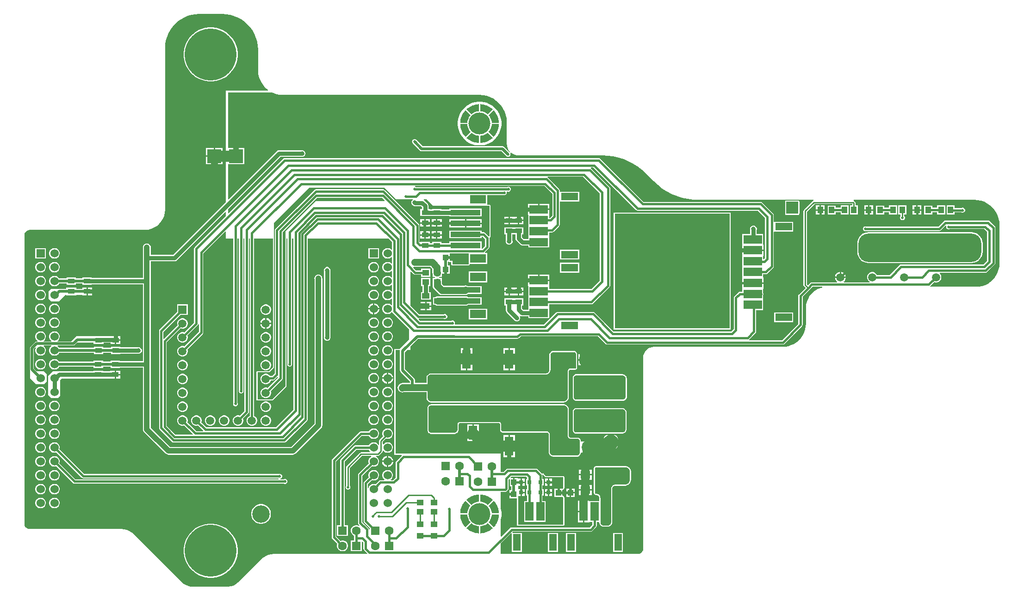
<source format=gtl>
G04*
G04 #@! TF.GenerationSoftware,Altium Limited,Altium Designer,21.3.2 (30)*
G04*
G04 Layer_Physical_Order=1*
G04 Layer_Color=255*
%FSTAX25Y25*%
%MOIN*%
G70*
G04*
G04 #@! TF.SameCoordinates,48149F28-A3BA-4D36-B73A-A2ABBD85C276*
G04*
G04*
G04 #@! TF.FilePolarity,Positive*
G04*
G01*
G75*
%ADD16C,0.01000*%
%ADD18R,0.04724X0.04331*%
%ADD19R,0.05118X0.04331*%
%ADD20R,0.05512X0.12205*%
%ADD21R,0.05906X0.13386*%
%ADD22R,0.03150X0.03150*%
%ADD23R,0.03937X0.03937*%
%ADD24R,0.03937X0.03937*%
%ADD25R,0.07150X0.05350*%
%ADD26R,0.06299X0.10236*%
%ADD27R,0.06299X0.13780*%
%ADD28R,0.16693X0.15000*%
%ADD29R,0.09252X0.06102*%
%ADD30R,0.05512X0.03937*%
%ADD31R,0.11811X0.06299*%
%ADD32R,0.21654X0.03937*%
%ADD33R,0.05118X0.03543*%
%ADD34R,0.12205X0.05512*%
%ADD35R,0.13386X0.05906*%
%ADD36C,0.05906*%
%ADD37R,0.04331X0.04724*%
%ADD38R,0.04331X0.05118*%
%ADD39R,0.09843X0.09843*%
%ADD77C,0.02000*%
%ADD78C,0.01500*%
%ADD79C,0.03000*%
%ADD80C,0.01968*%
%ADD81C,0.05000*%
%ADD82C,0.04000*%
%ADD83C,0.08000*%
%ADD84C,0.06000*%
%ADD85C,0.07874*%
%ADD86C,0.11000*%
%ADD87R,0.82677X0.82677*%
%ADD88R,0.08661X0.08661*%
%ADD89R,0.06299X0.06299*%
%ADD90C,0.06299*%
%ADD91R,0.05937X0.05937*%
%ADD92C,0.05937*%
%ADD93C,0.08268*%
G04:AMPARAMS|DCode=94|XSize=82.68mil|YSize=82.68mil|CornerRadius=20.67mil|HoleSize=0mil|Usage=FLASHONLY|Rotation=90.000|XOffset=0mil|YOffset=0mil|HoleType=Round|Shape=RoundedRectangle|*
%AMROUNDEDRECTD94*
21,1,0.08268,0.04134,0,0,90.0*
21,1,0.04134,0.08268,0,0,90.0*
1,1,0.04134,0.02067,0.02067*
1,1,0.04134,0.02067,-0.02067*
1,1,0.04134,-0.02067,-0.02067*
1,1,0.04134,-0.02067,0.02067*
%
%ADD94ROUNDEDRECTD94*%
%ADD95R,0.06024X0.06024*%
%ADD96C,0.06024*%
%ADD97C,0.15748*%
%ADD98C,0.12598*%
G04:AMPARAMS|DCode=99|XSize=885.83mil|YSize=204.72mil|CornerRadius=71.65mil|HoleSize=0mil|Usage=FLASHONLY|Rotation=180.000|XOffset=0mil|YOffset=0mil|HoleType=Round|Shape=RoundedRectangle|*
%AMROUNDEDRECTD99*
21,1,0.88583,0.06142,0,0,180.0*
21,1,0.74252,0.20472,0,0,180.0*
1,1,0.14331,-0.37126,0.03071*
1,1,0.14331,0.37126,0.03071*
1,1,0.14331,0.37126,-0.03071*
1,1,0.14331,-0.37126,-0.03071*
%
%ADD99ROUNDEDRECTD99*%
%ADD100C,0.37402*%
%ADD101C,0.03150*%
%ADD102C,0.02362*%
%ADD103C,0.01968*%
%ADD104C,0.02598*%
G36*
X0172255Y0504792D02*
X0175093Y0504309D01*
X0177859Y0503512D01*
X0180519Y0502411D01*
X0183039Y0501018D01*
X0185387Y0499352D01*
X0187533Y0497434D01*
X0189452Y0495287D01*
X0191118Y0492939D01*
X0192511Y0490419D01*
X0193612Y0487759D01*
X0194409Y0484993D01*
X0194892Y0482155D01*
X0195051Y0479322D01*
X0195042Y047928D01*
Y046459D01*
X0195024D01*
X0195178Y0462237D01*
X0195638Y0459924D01*
X0196396Y0457691D01*
X0197439Y0455576D01*
X0198749Y0453615D01*
X0200304Y0451842D01*
X0202077Y0450287D01*
X020224Y0450178D01*
X0202095Y04497D01*
X01719D01*
Y0369398D01*
X0133834Y0331332D01*
X0117811D01*
Y03366D01*
X0117716Y0337328D01*
X0117435Y0338006D01*
X0116988Y0338588D01*
X0116406Y0339035D01*
X0115728Y0339316D01*
X0115Y0339411D01*
X0114272Y0339316D01*
X0113594Y0339035D01*
X0113012Y0338588D01*
X0112565Y0338006D01*
X0112284Y0337328D01*
X0112189Y03366D01*
Y0329D01*
Y0314732D01*
X0075344D01*
Y0314959D01*
X0068651D01*
Y0314222D01*
X0063927D01*
Y0314959D01*
X0057234D01*
Y0314222D01*
X0051724D01*
X0051429Y0314733D01*
X0050722Y031544D01*
X0049855Y031594D01*
X0048889Y0316199D01*
X0047889D01*
X0046922Y031594D01*
X0046056Y031544D01*
X0045349Y0314733D01*
X0044849Y0313866D01*
X004459Y03129D01*
Y03119D01*
X0044849Y0310934D01*
X0045349Y0310067D01*
X0046056Y030936D01*
X0046922Y030886D01*
X0047889Y0308601D01*
X0048889D01*
X0049855Y030886D01*
X0050722Y030936D01*
X0051429Y0310067D01*
X0051724Y0310578D01*
X0057234D01*
Y0309841D01*
X0063927D01*
Y0310578D01*
X0068651D01*
Y0309841D01*
X0075344D01*
Y0310068D01*
X0112189D01*
Y0254732D01*
X0095572D01*
Y0254959D01*
X008888D01*
Y0254222D01*
X0083368D01*
Y0254959D01*
X0076675D01*
Y0254222D01*
X0051724D01*
X0051429Y0254733D01*
X0050722Y025544D01*
X0049855Y025594D01*
X0048889Y0256199D01*
X0047889D01*
X0046922Y025594D01*
X0046056Y025544D01*
X0045349Y0254733D01*
X0044849Y0253866D01*
X004459Y02529D01*
Y02519D01*
X0044849Y0250934D01*
X0045349Y0250067D01*
X0046056Y024936D01*
X0046922Y024886D01*
X0047889Y0248601D01*
X0048889D01*
X0049855Y024886D01*
X0050722Y024936D01*
X0051429Y0250067D01*
X0051724Y0250578D01*
X0076675D01*
Y0249841D01*
X0083368D01*
Y0250578D01*
X008888D01*
Y0249841D01*
X0095572D01*
Y0250068D01*
X0112189D01*
Y02055D01*
X0112188Y02055D01*
X0112284Y0204772D01*
X0112565Y0204094D01*
X0113012Y0203512D01*
X0128512Y0188012D01*
X0129094Y0187565D01*
X0129772Y0187284D01*
X01305Y0187188D01*
X01305Y0187189D01*
X02202D01*
X02202Y0187188D01*
X0220928Y0187284D01*
X0221606Y0187565D01*
X0222188Y0188012D01*
X0240588Y0206412D01*
X0241035Y0206994D01*
X0241316Y0207672D01*
X0241411Y02084D01*
X0241411Y02084D01*
Y03142D01*
X0241411Y03142D01*
X0241316Y0314928D01*
X0241035Y0315606D01*
X0240588Y0316188D01*
X0240588Y0316188D01*
X0240488Y0316288D01*
X0239906Y0316735D01*
X0239228Y0317016D01*
X02385Y0317111D01*
X0237772Y0317016D01*
X0237094Y0316735D01*
X0236512Y0316288D01*
X0236065Y0315706D01*
X0235784Y0315028D01*
X0235688Y03143D01*
X0235784Y0313572D01*
X0235788Y0313562D01*
Y0209565D01*
X0219035Y0192811D01*
X0131665D01*
X0117811Y0206665D01*
Y02526D01*
Y03124D01*
Y0326668D01*
X01348D01*
X0135693Y0326845D01*
X0136449Y0327351D01*
X0171438Y036234D01*
X01719Y0362148D01*
Y0359317D01*
X0149392Y0336808D01*
X0149052Y03363D01*
X0148933Y03357D01*
Y0282337D01*
X0142005Y0275409D01*
X0141181Y027563D01*
X0140192D01*
X0139237Y0275374D01*
X0138381Y027488D01*
X0137681Y027418D01*
X0137187Y0273324D01*
X0136931Y0272369D01*
Y027138D01*
X0137187Y0270424D01*
X0137681Y0269568D01*
X0138381Y0268869D01*
X0139237Y0268374D01*
X0140192Y0268118D01*
X0141181D01*
X0142136Y0268374D01*
X0142993Y0268869D01*
X0143692Y0269568D01*
X0144187Y0270424D01*
X0144443Y027138D01*
Y0272369D01*
X0144222Y0273192D01*
X0151608Y0280579D01*
X0151948Y0281087D01*
X0152032Y0281511D01*
X0152532Y0281462D01*
Y0275937D01*
X0142005Y0265409D01*
X0141181Y026563D01*
X0140192D01*
X0139237Y0265374D01*
X0138381Y0264879D01*
X0137681Y026418D01*
X0137187Y0263324D01*
X0136931Y0262368D01*
Y026138D01*
X0137187Y0260424D01*
X0137681Y0259568D01*
X0138381Y0258869D01*
X0139237Y0258374D01*
X0140192Y0258118D01*
X0141181D01*
X0142136Y0258374D01*
X0142993Y0258869D01*
X0143692Y0259568D01*
X0144187Y0260424D01*
X0144443Y026138D01*
Y0262368D01*
X0144222Y0263192D01*
X0155208Y0274179D01*
X0155548Y0274688D01*
X0155667Y0275287D01*
Y0332551D01*
X0171438Y0348321D01*
X01719Y034813D01*
Y0343D01*
X017722D01*
Y0224716D01*
X0177028Y0224252D01*
Y0223548D01*
X0177298Y0222896D01*
X0177796Y0222398D01*
X0178448Y0222128D01*
X0179152D01*
X0179804Y0222398D01*
X0180302Y0222896D01*
X0180572Y0223548D01*
Y0224252D01*
X0180355Y0224775D01*
Y0343D01*
X0181333D01*
Y0264623D01*
X0181333Y0264623D01*
Y0234045D01*
X0181128Y0233552D01*
Y0232848D01*
X0181398Y0232196D01*
X0181896Y0231698D01*
X0182548Y0231428D01*
X0183252D01*
X0183904Y0231698D01*
X0184402Y0232196D01*
X0184672Y0232848D01*
Y0233552D01*
X0184467Y0234045D01*
Y0264623D01*
X0184467Y0264623D01*
Y0343D01*
X0185345D01*
Y0218749D01*
X0182005Y0215409D01*
X0181181Y021563D01*
X0180192D01*
X0179237Y0215374D01*
X0178381Y0214879D01*
X0177681Y021418D01*
X0177187Y0213324D01*
X0176931Y0212368D01*
Y021138D01*
X0177187Y0210424D01*
X0177681Y0209568D01*
X0178381Y0208869D01*
X0179237Y0208374D01*
X0180192Y0208118D01*
X0181181D01*
X0182136Y0208374D01*
X0182993Y0208869D01*
X0183692Y0209568D01*
X0184187Y0210424D01*
X0184443Y021138D01*
Y0212368D01*
X0184222Y0213192D01*
X0188021Y0216992D01*
X0188361Y02175D01*
X018848Y02181D01*
Y0343D01*
X0189119D01*
Y0215306D01*
X0188381Y0214879D01*
X0187681Y021418D01*
X0187187Y0213324D01*
X0186931Y0212368D01*
Y021138D01*
X0187187Y0210424D01*
X0187681Y0209568D01*
X0188381Y0208869D01*
X0189237Y0208374D01*
X0190192Y0208118D01*
X0191181D01*
X0192136Y0208374D01*
X0192993Y0208869D01*
X0193692Y0209568D01*
X0194187Y0210424D01*
X0194443Y021138D01*
Y0212368D01*
X0194187Y0213324D01*
X0193692Y021418D01*
X0192993Y0214879D01*
X0192254Y0215306D01*
Y0343D01*
X0205697D01*
Y0250233D01*
X0202968Y0247503D01*
X01947D01*
X0194393Y0247442D01*
X0194132Y0247268D01*
X0193958Y0247007D01*
X0193897Y02467D01*
Y02271D01*
X0193958Y0226793D01*
X0194132Y0226532D01*
X0194393Y0226358D01*
X01947Y0226297D01*
X02053D01*
X02053Y0226297D01*
X0205607Y0226358D01*
X0205868Y0226532D01*
X0205868Y0226532D01*
X0215268Y0235932D01*
X0215442Y0236193D01*
X0215503Y02365D01*
Y0343D01*
X0216232D01*
Y0253345D01*
X0216028Y0252852D01*
Y0252148D01*
X0216298Y0251496D01*
X0216796Y0250998D01*
X0217448Y0250728D01*
X0218152D01*
X0218804Y0250998D01*
X0219302Y0251496D01*
X0219572Y0252148D01*
Y0252852D01*
X0219368Y0253345D01*
Y0343D01*
X0220532D01*
Y0219749D01*
X0207751Y0206967D01*
X015781D01*
X0154222Y0210556D01*
X0154443Y021138D01*
Y0212368D01*
X0154187Y0213324D01*
X0153692Y021418D01*
X0152993Y0214879D01*
X0152136Y0215374D01*
X0151181Y021563D01*
X0150192D01*
X0149237Y0215374D01*
X014838Y0214879D01*
X0147681Y021418D01*
X0147187Y0213324D01*
X0146931Y0212368D01*
Y021138D01*
X0147187Y0210424D01*
X0147681Y0209568D01*
X014838Y0208869D01*
X0149237Y0208374D01*
X0150192Y0208118D01*
X0151181D01*
X0152005Y0208339D01*
X0155676Y0204667D01*
X0155469Y0204168D01*
X015061D01*
X0144222Y0210556D01*
X0144443Y021138D01*
Y0212368D01*
X0144187Y0213324D01*
X0143692Y021418D01*
X0142993Y0214879D01*
X0142136Y0215374D01*
X0141181Y021563D01*
X0140192D01*
X0139237Y0215374D01*
X0138381Y0214879D01*
X0137681Y021418D01*
X0137187Y0213324D01*
X0136931Y0212368D01*
Y021138D01*
X0137187Y0210424D01*
X0137681Y0209568D01*
X0138381Y0208869D01*
X0139237Y0208374D01*
X0140192Y0208118D01*
X0141181D01*
X0142005Y0208339D01*
X0148214Y020213D01*
X0148023Y0201667D01*
X0135649D01*
X0129268Y0208049D01*
Y0268238D01*
X0139368Y0278339D01*
X0140192Y0278118D01*
X0141181D01*
X0142136Y0278374D01*
X0142993Y0278869D01*
X0143692Y0279568D01*
X0144187Y0280424D01*
X0144443Y028138D01*
Y0282368D01*
X0144187Y0283324D01*
X0143692Y028418D01*
X0142993Y0284879D01*
X0142136Y0285374D01*
X0141181Y028563D01*
X0140192D01*
X0139237Y0285374D01*
X0138381Y0284879D01*
X0137681Y028418D01*
X0137187Y0283324D01*
X0136931Y0282368D01*
Y028138D01*
X0137152Y0280556D01*
X012733Y0270734D01*
X0126867Y0270925D01*
Y0275838D01*
X0139148Y0288118D01*
X0144443D01*
Y029563D01*
X0136931D01*
Y0290335D01*
X0124192Y0277596D01*
X0123852Y0277087D01*
X0123732Y0276487D01*
Y0206565D01*
X0123852Y0205965D01*
X0124192Y0205457D01*
X0133157Y0196492D01*
X0133665Y0196152D01*
X0134265Y0196033D01*
X0214D01*
X02146Y0196152D01*
X0215108Y0196492D01*
X0230383Y0211766D01*
X0230723Y0212275D01*
X0230842Y0212875D01*
Y0343D01*
X0289283D01*
X0291633Y0340651D01*
Y0335237D01*
X0291132Y0335029D01*
X0290722Y033544D01*
X0289855Y033594D01*
X0288889Y0336199D01*
X0287889D01*
X0286923Y033594D01*
X0286056Y033544D01*
X0285349Y0334733D01*
X0284849Y0333866D01*
X028459Y03329D01*
Y03319D01*
X0284849Y0330934D01*
X0285349Y0330067D01*
X0286056Y032936D01*
X0286923Y032886D01*
X0287889Y0328601D01*
X0288889D01*
X0289855Y032886D01*
X0290722Y032936D01*
X0291132Y0329771D01*
X0291633Y0329563D01*
Y0325237D01*
X0291132Y0325029D01*
X0290722Y032544D01*
X0289855Y032594D01*
X0288889Y0326199D01*
X0287889D01*
X0286923Y032594D01*
X0286056Y032544D01*
X0285349Y0324733D01*
X0284849Y0323866D01*
X028459Y03229D01*
Y03219D01*
X0284849Y0320934D01*
X0285349Y0320067D01*
X0286056Y031936D01*
X0286923Y031886D01*
X0287889Y0318601D01*
X0288889D01*
X0289855Y031886D01*
X0290722Y031936D01*
X0291132Y0319771D01*
X0291633Y0319564D01*
Y0315236D01*
X0291132Y0315029D01*
X0290722Y031544D01*
X0289855Y031594D01*
X0288889Y0316199D01*
X0287889D01*
X0286923Y031594D01*
X0286056Y031544D01*
X0285349Y0314733D01*
X0284849Y0313866D01*
X028459Y03129D01*
Y03119D01*
X0284849Y0310934D01*
X0285349Y0310067D01*
X0286056Y030936D01*
X0286923Y030886D01*
X0287889Y0308601D01*
X0288889D01*
X0289855Y030886D01*
X0290722Y030936D01*
X0291132Y0309771D01*
X0291633Y0309563D01*
Y0305237D01*
X0291132Y0305029D01*
X0290722Y030544D01*
X0289855Y030594D01*
X0288889Y0306199D01*
X0287889D01*
X0286923Y030594D01*
X0286056Y030544D01*
X0285349Y0304733D01*
X0284849Y0303866D01*
X028459Y03029D01*
Y03019D01*
X0284849Y0300934D01*
X0285349Y0300067D01*
X0286056Y029936D01*
X0286923Y029886D01*
X0287889Y0298601D01*
X0288889D01*
X0289855Y029886D01*
X0290722Y029936D01*
X0291132Y0299771D01*
X0291633Y0299564D01*
Y0295236D01*
X0291132Y0295029D01*
X0290722Y029544D01*
X0289855Y029594D01*
X0288889Y0296199D01*
X0287889D01*
X0286923Y029594D01*
X0286056Y029544D01*
X0285349Y0294733D01*
X0284849Y0293866D01*
X028459Y02929D01*
Y02919D01*
X0284849Y0290934D01*
X0285349Y0290067D01*
X0286056Y028936D01*
X0286923Y028886D01*
X0287889Y0288601D01*
X0288889D01*
X0289855Y028886D01*
X0290722Y028936D01*
X0291263Y0289901D01*
X029137Y0289923D01*
X0291791Y0289869D01*
X0291868Y0289827D01*
X0292092Y0289492D01*
X0304Y0277583D01*
Y02705D01*
X0297Y02635D01*
X02933D01*
Y02574D01*
Y0187D01*
X0298376D01*
X0298583Y01865D01*
X0294592Y0182508D01*
X0294252Y0182D01*
X0294132Y01814D01*
Y0170649D01*
X0292308Y0168825D01*
X0290796D01*
X0290662Y0169325D01*
X0290722Y016936D01*
X0291429Y0170067D01*
X0291929Y0170934D01*
X0292188Y01719D01*
Y01729D01*
X0291929Y0173866D01*
X0291429Y0174733D01*
X0290722Y017544D01*
X0289855Y017594D01*
X0288889Y0176199D01*
X0287889D01*
X0286923Y017594D01*
X0286056Y017544D01*
X0285349Y0174733D01*
X0284849Y0173866D01*
X028459Y01729D01*
Y01719D01*
X0284849Y0170934D01*
X0285349Y0170067D01*
X0286056Y016936D01*
X0286116Y0169325D01*
X0285982Y0168825D01*
X0283247D01*
X0282647Y0168706D01*
X0282138Y0168366D01*
X0279743Y0165971D01*
X0278889Y0166199D01*
X0277889D01*
X0276922Y016594D01*
X0276056Y016544D01*
X0275349Y0164733D01*
X0274849Y0163866D01*
X0274668Y016319D01*
X0274167Y0163256D01*
Y0165962D01*
X0277035Y016883D01*
X0277889Y0168601D01*
X0278889D01*
X0279855Y016886D01*
X0280722Y016936D01*
X0281429Y0170067D01*
X0281929Y0170934D01*
X0282188Y01719D01*
Y01729D01*
X0281929Y0173866D01*
X0281429Y0174733D01*
X0280722Y017544D01*
X0279855Y017594D01*
X0278889Y0176199D01*
X0277889D01*
X0276922Y017594D01*
X0276056Y017544D01*
X0275349Y0174733D01*
X0274849Y0173866D01*
X027459Y01729D01*
Y01719D01*
X0274818Y0171046D01*
X0271492Y0167719D01*
X0271152Y0167211D01*
X0271033Y0166611D01*
Y01393D01*
X0271152Y01387D01*
X0271492Y0138192D01*
X0275463Y013422D01*
Y0133311D01*
X0274968Y01333D01*
X0274848Y01339D01*
X0274508Y0134408D01*
X0270167Y0138749D01*
Y0171962D01*
X0277035Y017883D01*
X0277889Y0178601D01*
X0278889D01*
X0279855Y017886D01*
X0280722Y017936D01*
X0281429Y0180067D01*
X0281929Y0180934D01*
X0282188Y01819D01*
Y01829D01*
X0281929Y0183866D01*
X0281429Y0184733D01*
X0280722Y018544D01*
X028012Y0185787D01*
X0280254Y0186287D01*
X02814D01*
X0281902Y0186387D01*
X0282328Y0186672D01*
X0284528Y0188872D01*
X0284813Y0189298D01*
X0284913Y01898D01*
Y0189913D01*
X0285413Y0190004D01*
X0286056Y018936D01*
X0286923Y018886D01*
X0287889Y0188601D01*
X0288889D01*
X0289855Y018886D01*
X0290722Y018936D01*
X0291429Y0190067D01*
X0291929Y0190934D01*
X0292188Y01919D01*
Y01929D01*
X0291929Y0193866D01*
X0291429Y0194733D01*
X0290722Y019544D01*
X0289855Y019594D01*
X0288889Y0196199D01*
X0287889D01*
X0286923Y019594D01*
X0286056Y019544D01*
X0285413Y0194797D01*
X0284913Y0194887D01*
Y0196656D01*
X0287075Y0198819D01*
X0287889Y0198601D01*
X0288889D01*
X0289855Y019886D01*
X0290722Y019936D01*
X0291429Y0200067D01*
X0291929Y0200934D01*
X0292188Y02019D01*
Y02029D01*
X0291929Y0203866D01*
X0291429Y0204733D01*
X0290722Y020544D01*
X0289855Y020594D01*
X0288889Y0206199D01*
X0287889D01*
X0286923Y020594D01*
X0286056Y020544D01*
X0285349Y0204733D01*
X0284849Y0203866D01*
X028459Y02029D01*
Y02019D01*
X0284849Y0200934D01*
X0285079Y0200535D01*
X0282672Y0198128D01*
X0282387Y0197702D01*
X0282287Y01972D01*
Y0194246D01*
X0281787Y0194112D01*
X0281429Y0194733D01*
X0280722Y019544D01*
X0279855Y019594D01*
X0278889Y0196199D01*
X0277889D01*
X0276922Y019594D01*
X0276056Y019544D01*
X0275349Y0194733D01*
X0274907Y0193967D01*
X02651D01*
X02645Y0193848D01*
X0263992Y0193508D01*
X0254792Y0184308D01*
X0254452Y01838D01*
X0254332Y01832D01*
Y0136437D01*
X0251963D01*
Y0128563D01*
X0259837D01*
Y0136437D01*
X0257468D01*
Y0182551D01*
X0265749Y0190832D01*
X0274907D01*
X0275349Y0190067D01*
X0276004Y0189413D01*
X0275929Y0188913D01*
X02693D01*
X0268798Y0188813D01*
X0268372Y0188528D01*
X0258972Y0179128D01*
X0258687Y0178702D01*
X0258587Y01782D01*
Y0164993D01*
X0258398Y0164804D01*
X0258128Y0164152D01*
Y0163448D01*
X0258398Y0162796D01*
X0258896Y0162298D01*
X0259548Y0162028D01*
X0260252D01*
X0260904Y0162298D01*
X0261402Y0162796D01*
X0261672Y0163448D01*
Y0164152D01*
X0261402Y0164804D01*
X0261213Y0164993D01*
Y0177656D01*
X0269844Y0186287D01*
X0276524D01*
X0276658Y0185787D01*
X0276056Y018544D01*
X0275349Y0184733D01*
X0274849Y0183866D01*
X027459Y01829D01*
Y01819D01*
X0274818Y0181046D01*
X0267492Y0173719D01*
X0267152Y0173211D01*
X0267033Y0172611D01*
Y01381D01*
X0267152Y01375D01*
X0267492Y0136992D01*
X0268171Y0136312D01*
X0267864Y0135912D01*
X026742Y0136169D01*
X0266418Y0136437D01*
X0265382D01*
X026438Y0136169D01*
X0263483Y013565D01*
X026275Y0134917D01*
X0262231Y013402D01*
X0261963Y0133018D01*
Y0131982D01*
X0262231Y013098D01*
X026275Y0130083D01*
X0263483Y012935D01*
X0264333Y0128859D01*
Y0125437D01*
X0261963D01*
Y0117563D01*
X0269837D01*
Y0124493D01*
X0270299Y0124684D01*
X0270933Y0124051D01*
Y01195D01*
X0271052Y01189D01*
X0271392Y0118392D01*
X0273726Y0116058D01*
X0273518Y0115558D01*
X02065D01*
Y0115578D01*
X0204443Y0115416D01*
X0202437Y0114934D01*
X0200531Y0114145D01*
X0198771Y0113067D01*
X0197202Y0111727D01*
X0197217Y0111712D01*
X0181471Y0095966D01*
X0180505Y0095001D01*
X0180469Y0094947D01*
X0178993Y0093735D01*
X0177252Y0092805D01*
X0175364Y0092232D01*
X0173463Y0092045D01*
X01734Y0092058D01*
X0148D01*
X0147985Y0092055D01*
X0146276Y0092189D01*
X0144595Y0092593D01*
X0142998Y0093254D01*
X0141524Y0094158D01*
X0140221Y009527D01*
X0140212Y0095284D01*
X0105783Y0129712D01*
X0105798Y0129727D01*
X0104229Y0131067D01*
X010247Y0132145D01*
X0100563Y0132934D01*
X0098557Y0133416D01*
X00965Y0133578D01*
Y0133558D01*
X00307D01*
X0030688Y0133555D01*
X0029679Y0133688D01*
X0028727Y0134082D01*
X0027909Y013471D01*
X0027282Y0135527D01*
X0026888Y0136479D01*
X0026755Y0137488D01*
X0026758Y01375D01*
Y01424D01*
Y03455D01*
X0026756Y034551D01*
X0026886Y0346495D01*
X002727Y0347423D01*
X0027881Y0348219D01*
X0028677Y034883D01*
X0029605Y0349215D01*
X003059Y0349344D01*
X00306Y0349342D01*
X0113525D01*
Y0349318D01*
X0115802Y0349497D01*
X0118024Y035003D01*
X0120134Y0350904D01*
X0122082Y0352098D01*
X0123819Y0353581D01*
X0125302Y0355318D01*
X0126496Y0357266D01*
X012737Y0359377D01*
X0127903Y0361598D01*
X0128082Y0363875D01*
X0128058D01*
Y0480289D01*
X0128051Y0480325D01*
X0128204Y0483051D01*
X0128667Y0485777D01*
X0129432Y0488435D01*
X0130491Y049099D01*
X0131829Y049341D01*
X0133429Y0495666D01*
X0135272Y0497728D01*
X0137334Y0499571D01*
X013959Y0501171D01*
X014201Y0502509D01*
X0144565Y0503568D01*
X0147223Y0504333D01*
X0149949Y0504796D01*
X0152675Y0504949D01*
X0152711Y0504942D01*
X016938D01*
X0169422Y0504951D01*
X0172255Y0504792D01*
D02*
G37*
G36*
X0206153Y0447934D02*
X0208386Y0447176D01*
X0210699Y0446716D01*
X0213052Y0446562D01*
Y044658D01*
X03547D01*
X0354746Y0446589D01*
X0357252Y0446425D01*
X0359761Y0445926D01*
X0362183Y0445104D01*
X0364477Y0443972D01*
X0366604Y0442551D01*
X0368527Y0440865D01*
X0370214Y0438942D01*
X0371635Y0436815D01*
X0372766Y0434521D01*
X0373588Y0432099D01*
X0374087Y042959D01*
X0374252Y0427084D01*
X0374242Y0427038D01*
Y04116D01*
X0374221D01*
X0374388Y0409907D01*
X0374882Y0408279D01*
X0375683Y0406778D01*
X0376495Y040579D01*
X0376124Y0405454D01*
X0372489Y0409089D01*
X0371897Y0409484D01*
X03712Y0409622D01*
X03712Y0409622D01*
X0313755D01*
X0309089Y0414289D01*
X0308872Y0414433D01*
X0308804Y0414502D01*
X0308714Y0414539D01*
X0308497Y0414684D01*
X0308242Y0414735D01*
X0308152Y0414772D01*
X0308055D01*
X03078Y0414822D01*
X0307545Y0414772D01*
X0307448D01*
X0307358Y0414735D01*
X0307103Y0414684D01*
X0306886Y0414539D01*
X0306796Y0414502D01*
X0306728Y0414433D01*
X0306511Y0414289D01*
X0306367Y0414072D01*
X0306298Y0414004D01*
X0306261Y0413914D01*
X0306116Y0413697D01*
X0306066Y0413442D01*
X0306028Y0413352D01*
Y0413255D01*
X0305978Y0413D01*
X0306028Y0412745D01*
Y0412648D01*
X0306066Y0412558D01*
X0306116Y0412303D01*
X0306261Y0412086D01*
X0306298Y0411996D01*
X0306367Y0411928D01*
X0306511Y0411711D01*
X0311711Y0406511D01*
X0312303Y0406116D01*
X0313Y0405978D01*
X0313Y0405978D01*
X0370445D01*
X0373911Y0402511D01*
X0374128Y0402367D01*
X0374196Y0402298D01*
X0374286Y0402261D01*
X0374503Y0402116D01*
X0374758Y0402066D01*
X0374848Y0402028D01*
X0374945D01*
X03752Y0401978D01*
X0375455Y0402028D01*
X0375552D01*
X0375642Y0402066D01*
X0375897Y0402116D01*
X0376114Y0402261D01*
X0376204Y0402298D01*
X0376272Y0402367D01*
X0376489Y0402511D01*
X0376633Y0402728D01*
X0376702Y0402796D01*
X0376739Y0402886D01*
X0376884Y0403103D01*
X0376935Y0403358D01*
X0376972Y0403448D01*
Y0403545D01*
X0377022Y04038D01*
X0376972Y0404055D01*
Y0404152D01*
X0376935Y0404242D01*
X0376884Y0404497D01*
X0376739Y0404714D01*
X0376702Y0404804D01*
X037672Y0404851D01*
X0377313Y0405011D01*
X0378078Y0404384D01*
X0379579Y0403581D01*
X0381207Y0403088D01*
X03829Y0402921D01*
Y0402942D01*
X0417922Y0402942D01*
X0443366Y0402942D01*
X0443416Y0402952D01*
X0447196Y0402787D01*
X0450996Y0402287D01*
X0454739Y0401457D01*
X0458395Y0400305D01*
X0461936Y0398838D01*
X0465337Y0397068D01*
X0468569Y0395008D01*
X0471611Y0392674D01*
X04744Y0390119D01*
X0474428Y0390076D01*
X048018Y0384324D01*
X048018Y0384324D01*
X0480164Y0384308D01*
X0483104Y0381614D01*
X0486268Y0379186D01*
X0489631Y0377043D01*
X0493168Y0375202D01*
X0496852Y0373676D01*
X0500656Y0372477D01*
X0504549Y0371614D01*
X0508503Y0371093D01*
X0512487Y0370919D01*
Y0370942D01*
X0595197D01*
X0595246Y0370442D01*
X0595098Y0370413D01*
X0594672Y0370128D01*
X0588372Y0363828D01*
X0588087Y0363402D01*
X0587987Y03629D01*
Y03095D01*
X0588087Y0308998D01*
X0588372Y0308572D01*
X0589413Y030753D01*
X0584692Y0302808D01*
X0584352Y03023D01*
X0584233Y03017D01*
Y0281549D01*
X0572463Y026978D01*
X0548993D01*
X0548842Y027028D01*
X0549008Y0270392D01*
X0553408Y0274792D01*
X0553748Y02753D01*
X0553867Y02759D01*
Y0291535D01*
X0558961D01*
Y0299016D01*
X0558961D01*
Y029941D01*
X0558961D01*
Y0302711D01*
X0559048Y030315D01*
X0558961Y0303588D01*
X0558961Y0306659D01*
X0559173Y0307071D01*
X0559173Y0307302D01*
Y0310524D01*
X055148D01*
X0543787D01*
Y0307302D01*
X0543787Y0307071D01*
X0544Y0306659D01*
X0544Y0304717D01*
X054215D01*
X054155Y0304598D01*
X0541041Y0304258D01*
X0538192Y0301408D01*
X0537852Y03009D01*
X0537733Y03003D01*
Y0277749D01*
X0535951Y0275968D01*
X0451249D01*
X0437508Y0289708D01*
X0437Y0290048D01*
X04364Y0290167D01*
X04108D01*
X04102Y0290048D01*
X0409692Y0289708D01*
X0400951Y0280967D01*
X0337126D01*
X0336814Y0281468D01*
X0336972Y0281848D01*
Y0282552D01*
X0336702Y0283204D01*
X0336204Y0283702D01*
X0335552Y0283972D01*
X0334848D01*
X0334355Y0283768D01*
X0311749D01*
X0310727Y028479D01*
X0310934Y028529D01*
X0328797D01*
X032929Y0285086D01*
X0329995D01*
X0330646Y0285355D01*
X0331144Y0285854D01*
X0331414Y0286505D01*
Y028721D01*
X0331144Y0287861D01*
X0330646Y0288359D01*
X0329995Y0288629D01*
X032929D01*
X0328797Y0288425D01*
X0311092D01*
X0305Y0294517D01*
Y031893D01*
X0305462Y0319121D01*
X0307188Y0317395D01*
X0307696Y0317056D01*
X0308296Y0316936D01*
X0312638D01*
Y0315551D01*
X0319331D01*
Y0321457D01*
X0312638D01*
Y0320072D01*
X0308945D01*
X0306821Y0322196D01*
X0307055Y0322669D01*
X03077Y0322584D01*
X031925D01*
X0320677Y0321157D01*
Y0318366D01*
X0320706Y0318151D01*
Y0315354D01*
X032259D01*
X0322618Y0315343D01*
X0322685Y0314774D01*
X0322438Y0314567D01*
X0320706D01*
Y0308661D01*
X0320835D01*
X0320908Y0308105D01*
X0321239Y0307306D01*
X0321766Y0306619D01*
X032503Y0303355D01*
X0325717Y0302829D01*
X0326517Y0302497D01*
X0327375Y0302384D01*
X0344322D01*
X034518Y0302497D01*
X034598Y0302829D01*
X0346398Y030315D01*
X0356142D01*
Y0308661D01*
X0346336D01*
X0346185Y0308777D01*
X0345386Y0309108D01*
X0344528Y0309221D01*
X0343669Y0309108D01*
X0343446Y0309016D01*
X0328748D01*
X0327427Y0310337D01*
Y0311555D01*
X0327398Y0311771D01*
Y0314567D01*
X0325514D01*
X0325487Y0314578D01*
X0325419Y0315147D01*
X0325666Y0315354D01*
X0327398D01*
Y0317831D01*
X0333068D01*
Y0323768D01*
X0331906D01*
Y0326453D01*
X0332406Y0326474D01*
X0332501Y0326332D01*
X0332761Y0326158D01*
X0333068Y0326097D01*
X0334297D01*
Y03244D01*
X0334358Y0324093D01*
X0334532Y0323832D01*
X0334793Y0323658D01*
X03351Y0323597D01*
X0346459D01*
X0346562Y0323618D01*
X0346666Y0323624D01*
X0346714Y0323648D01*
X0346766Y0323658D01*
X0346853Y0323716D01*
X0346947Y0323762D01*
X0346982Y0323802D01*
X0347027Y0323832D01*
X0347085Y0323919D01*
X0347154Y0323997D01*
X0347388Y03244D01*
X0347405Y0324451D01*
X0347435Y0324496D01*
X0347455Y0324598D01*
X0347489Y0324697D01*
X0347974Y0324803D01*
X0360079D01*
Y0332677D01*
X0358801D01*
X0358594Y0333177D01*
X0361308Y0335892D01*
X0361648Y03364D01*
X0361768Y0337D01*
Y0343526D01*
X0361722Y0343754D01*
X0362107Y0344057D01*
X0362214Y0344129D01*
X0362326Y0344193D01*
X0362344Y0344215D01*
X0362368Y0344231D01*
X0362439Y0344338D01*
X0362518Y034444D01*
X0362526Y0344468D01*
X0362542Y0344492D01*
X0362567Y0344618D01*
X0362601Y0344742D01*
X0362597Y0344771D01*
X0362603Y0344799D01*
Y03666D01*
X0362542Y0366907D01*
X0362368Y0367168D01*
X0362107Y0367342D01*
X03618Y0367403D01*
X0360079D01*
Y0374533D01*
X0371655D01*
X0372148Y0374328D01*
X0372852D01*
X0373504Y0374598D01*
X0374002Y0375096D01*
X0374272Y0375748D01*
Y0376452D01*
X0374195Y0376638D01*
X0374365Y0376894D01*
X0374576Y0377024D01*
X0375048Y0376828D01*
X0375752D01*
X0376404Y0377098D01*
X0376902Y0377596D01*
X0377172Y0378248D01*
Y0378952D01*
X0376902Y0379604D01*
X0376404Y0380102D01*
X0375752Y0380372D01*
X0375048D01*
X0374607Y0380189D01*
X0308716D01*
X0308704Y0380202D01*
X0308147Y0380433D01*
X0308246Y0380932D01*
X0401351D01*
X0407045Y0375238D01*
Y0359662D01*
X040525Y0357867D01*
X0404732D01*
X0404732Y0359809D01*
X0404945Y0360221D01*
X0404945Y0360451D01*
Y0363673D01*
X0397252D01*
X0389559D01*
Y0360451D01*
X0389559Y0360221D01*
X0389772Y0359809D01*
X0389772Y035972D01*
Y0352559D01*
X0389772D01*
Y0352165D01*
X0389772D01*
Y0344791D01*
X0389772Y0344685D01*
Y0344291D01*
X0389772Y0344185D01*
Y0342883D01*
X0386415D01*
X0385114Y0344184D01*
Y0346063D01*
X0386128D01*
Y0351181D01*
X0379435D01*
Y0351181D01*
X0379286D01*
Y0351181D01*
X0372593D01*
Y0346063D01*
X0373639D01*
Y0341473D01*
X0373638Y034147D01*
Y034053D01*
X0373997Y0339662D01*
X0374662Y0338997D01*
X037553Y0338638D01*
X037647D01*
X0377338Y0338997D01*
X0378003Y0339662D01*
X0378362Y034053D01*
Y034147D01*
X0378304Y0341611D01*
Y0346063D01*
X0379286D01*
Y0346063D01*
X0379435D01*
Y0346063D01*
X038045D01*
Y0343218D01*
X0380627Y0342326D01*
X0381133Y0341569D01*
X03838Y0338902D01*
X0384556Y0338397D01*
X0385449Y0338219D01*
X0389772D01*
Y0336811D01*
X0404732D01*
Y0344185D01*
X0404732Y0344291D01*
Y0344685D01*
X0404732Y0344791D01*
Y0347449D01*
X0407016D01*
X0407616Y0347568D01*
X0408125Y0347908D01*
X0412008Y0351792D01*
X0412348Y03523D01*
X0412467Y03529D01*
Y0369243D01*
X0412606Y0369685D01*
X0412967Y0369685D01*
X0426386D01*
Y0376772D01*
X0412967D01*
X0412606Y0376772D01*
X0412467Y0377214D01*
Y03777D01*
X0412348Y03783D01*
X0412008Y0378808D01*
X0403808Y0387008D01*
X0403623Y0387133D01*
X0403774Y0387632D01*
X0429251D01*
X0441132Y0375751D01*
Y0312649D01*
X0435169Y0306686D01*
X0404732D01*
X0404732Y0308628D01*
X0404945Y0309039D01*
X0404945Y030927D01*
Y0312492D01*
X0397252D01*
X0389559D01*
Y030927D01*
X0389559Y0309039D01*
X0389772Y0308628D01*
X0389772Y0308539D01*
Y0301378D01*
X0389772D01*
Y0300984D01*
X0389772D01*
Y029361D01*
X0389772Y0293504D01*
Y029311D01*
X0389772Y0293004D01*
Y0291702D01*
X0386035D01*
X0385114Y0292623D01*
Y0294882D01*
X0386128D01*
Y03D01*
X0379435D01*
Y03D01*
X0379286D01*
Y03D01*
X0372593D01*
Y0294882D01*
X0373587D01*
Y029138D01*
X0373765Y0290488D01*
X0374271Y0289731D01*
X0379467Y0284534D01*
X0379497Y0284462D01*
X0380162Y0283797D01*
X038103Y0283438D01*
X038197D01*
X0382838Y0283797D01*
X0383503Y0284462D01*
X0383862Y028533D01*
Y028627D01*
X0383545Y0287036D01*
X0383847Y0287375D01*
X0383892Y0287406D01*
X0384177Y0287215D01*
X0385069Y0287038D01*
X0389772D01*
Y028563D01*
X0404732D01*
Y0293004D01*
X0404732Y029311D01*
Y0293504D01*
X0404732Y029361D01*
Y0295677D01*
X0435244D01*
X0435844Y0295796D01*
X0436352Y0296136D01*
X0448308Y0308092D01*
X0448648Y03086D01*
X0448768Y03092D01*
Y03793D01*
X0448648Y03799D01*
X0448308Y0380408D01*
X0435308Y0393408D01*
X0434823Y0393733D01*
X0434817Y039377D01*
X0434995Y0394233D01*
X0436651D01*
X0467292Y0363592D01*
X04678Y0363252D01*
X04684Y0363133D01*
X0555251D01*
X0560332Y0358051D01*
Y0328949D01*
X0559461Y0328078D01*
X0558961Y0328233D01*
X0558961Y0330281D01*
X0559173Y0330693D01*
X0559173Y0330924D01*
Y0334146D01*
X055148D01*
X0543787D01*
Y0330924D01*
X0543787Y0330693D01*
X0544Y0330281D01*
X0544Y0330193D01*
Y0323032D01*
X0544D01*
Y0322638D01*
X0544D01*
X0544Y0315388D01*
X0543787Y0314976D01*
X0543787Y0314746D01*
Y0311524D01*
X055148D01*
X0559173D01*
Y0314746D01*
X0559173Y0314976D01*
X0558961Y0315388D01*
X0558961Y031733D01*
X0560898D01*
X0561497Y0317449D01*
X0562006Y0317789D01*
X0566208Y0321992D01*
X0566548Y03225D01*
X0566668Y03231D01*
Y0347601D01*
X0566835Y0348032D01*
X0567168Y0348032D01*
X0580614D01*
Y0355118D01*
X0567168D01*
X0566835Y0355118D01*
X0566668Y0355549D01*
Y03599D01*
X0566548Y03605D01*
X0566208Y0361008D01*
X0558208Y0369008D01*
X05577Y0369348D01*
X05571Y0369467D01*
X0472749D01*
X0441608Y0400608D01*
X04411Y0400948D01*
X04405Y0401067D01*
X02143D01*
X02137Y0400948D01*
X0213192Y0400608D01*
X0173862Y0361279D01*
X01734Y036147D01*
Y0364302D01*
X0211166Y0402068D01*
X0226258D01*
X022633Y0402038D01*
X022727D01*
X0228138Y0402397D01*
X0228803Y0403062D01*
X0229162Y040393D01*
Y040487D01*
X0228803Y0405738D01*
X0228138Y0406403D01*
X022727Y0406762D01*
X022633D01*
X0226258Y0406732D01*
X02102D01*
X0209308Y0406555D01*
X0208551Y0406049D01*
X0173862Y037136D01*
X01734Y0371551D01*
Y0396579D01*
X0185221D01*
Y0408421D01*
X01734D01*
Y04484D01*
X0205208D01*
X0206153Y0447934D01*
D02*
G37*
G36*
X0713469Y0370796D02*
X0715798Y0370333D01*
X0718046Y036957D01*
X0720176Y036852D01*
X072215Y03672D01*
X0723935Y0365635D01*
X07255Y036385D01*
X072682Y0361876D01*
X072787Y0359746D01*
X0728633Y0357498D01*
X0729096Y0355169D01*
X0729249Y0352835D01*
X0729242Y03528D01*
Y0325283D01*
X0729247Y0325258D01*
X0729103Y032306D01*
X0728669Y0320875D01*
X0727953Y0318765D01*
X0726967Y0316767D01*
X0725729Y0314915D01*
X072426Y031324D01*
X0722585Y0311771D01*
X0720733Y0310533D01*
X0718735Y0309547D01*
X0716625Y0308831D01*
X071444Y0308397D01*
X0712242Y0308253D01*
X0712217Y0308258D01*
X0679474D01*
X0679322Y0308758D01*
X0679373Y0308792D01*
X068225Y0311669D01*
X0683064Y0311451D01*
X0684048D01*
X0685Y0311706D01*
X0685852Y0312198D01*
X0686549Y0312895D01*
X0687041Y0313748D01*
X0687296Y0314699D01*
Y0315684D01*
X0687041Y0316635D01*
X0686549Y0317488D01*
X0686104Y0317933D01*
X0686311Y0318432D01*
X07192D01*
X07198Y0318552D01*
X0720308Y0318892D01*
X0725808Y0324392D01*
X0726148Y03249D01*
X0726267Y03255D01*
Y03508D01*
X0726148Y03514D01*
X0725808Y0351908D01*
X0722108Y0355608D01*
X07216Y0355948D01*
X0721Y0356067D01*
X06903D01*
X06897Y0355948D01*
X0689192Y0355608D01*
X0685251Y0351667D01*
X0633445D01*
X0632952Y0351872D01*
X0632248D01*
X0631596Y0351602D01*
X0631098Y0351104D01*
X0630828Y0350452D01*
Y0349748D01*
X0631098Y0349096D01*
X0631596Y0348598D01*
X0632248Y0348328D01*
X0632952D01*
X0633445Y0348533D01*
X06859D01*
X06865Y0348652D01*
X0687008Y0348992D01*
X0690412Y0352395D01*
X0690836Y0352112D01*
X0690728Y0351852D01*
Y0351148D01*
X0690998Y0350496D01*
X0691496Y0349998D01*
X0692148Y0349728D01*
X0692852D01*
X0693345Y0349933D01*
X0718351D01*
X0720232Y0348051D01*
Y0326949D01*
X0717651Y0324367D01*
X06583D01*
X06577Y0324248D01*
X0657192Y0323908D01*
X0650042Y0316759D01*
X0641038D01*
X0640617Y0317488D01*
X0639921Y0318184D01*
X0639068Y0318677D01*
X0638117Y0318932D01*
X0637132D01*
X063618Y0318677D01*
X0635328Y0318184D01*
X0634631Y0317488D01*
X0634139Y0316635D01*
X0633884Y0315684D01*
Y0314699D01*
X0634139Y0313748D01*
X0634631Y0312895D01*
X0635328Y0312198D01*
X0635728Y0311967D01*
X0635594Y0311468D01*
X0617114D01*
X061698Y0311967D01*
X0617085Y0312028D01*
X0617821Y0312764D01*
X0618342Y0313666D01*
X0618611Y0314671D01*
Y0314691D01*
X0614658D01*
X0610706D01*
Y0314671D01*
X0610975Y0313666D01*
X0611495Y0312764D01*
X0612231Y0312028D01*
X0612336Y0311967D01*
X0612203Y0311468D01*
X0594D01*
X05934Y0311348D01*
X0592892Y0311008D01*
X059127Y0309387D01*
X0590613Y0310044D01*
Y0362356D01*
X0596144Y0367887D01*
X0623029D01*
Y0367046D01*
X0621389D01*
Y0360353D01*
X0627295D01*
Y0367046D01*
X0625655D01*
Y0368614D01*
X0625555Y0369116D01*
X062527Y0369542D01*
X0624684Y0370128D01*
X0624259Y0370413D01*
X062411Y0370442D01*
X0624159Y0370942D01*
X07111D01*
X0711135Y0370949D01*
X0713469Y0370796D01*
D02*
G37*
G36*
X02945Y03714D02*
X0306556D01*
X0306659Y0370915D01*
X0306659Y03709D01*
X0305997Y0370238D01*
X0305638Y036937D01*
Y036843D01*
X0305997Y0367562D01*
X0306662Y0366897D01*
X030753Y0366538D01*
X030847D01*
X0308473Y0366539D01*
X0312363D01*
X0313168Y0365734D01*
Y036437D01*
X0312013D01*
Y0359252D01*
X0318706D01*
Y0359479D01*
X0320462D01*
Y0359252D01*
X0327155D01*
Y0359479D01*
X0332913D01*
Y0359055D01*
X0356142D01*
Y0364567D01*
X0332913D01*
Y0364143D01*
X0327155D01*
Y036437D01*
X0320462D01*
Y0364143D01*
X0318706D01*
Y036437D01*
X0317832D01*
Y03667D01*
X0317655Y0367593D01*
X0317149Y0368349D01*
X0314978Y037052D01*
X031441Y03709D01*
X0314562Y03714D01*
X03164D01*
X03212Y03666D01*
X03618D01*
Y0344799D01*
X0361336Y0344644D01*
X03613Y0344643D01*
X0358771Y0347171D01*
X0358263Y0347511D01*
X0357663Y0347631D01*
X0356142D01*
Y0348819D01*
X0332913D01*
Y0343307D01*
X0356142D01*
Y0344496D01*
X0357014D01*
X0358632Y0342877D01*
Y0337649D01*
X0356651Y0335667D01*
X0356142D01*
Y0340945D01*
X0332913D01*
Y0339756D01*
X0327155D01*
Y0340748D01*
X0320462D01*
Y0339756D01*
X0318706D01*
Y0340748D01*
X0312013D01*
Y0340748D01*
X0311524Y0340531D01*
X0311267Y0340735D01*
Y03525D01*
X0311148Y03531D01*
X0310808Y0353608D01*
X0286308Y0378108D01*
X02858Y0378448D01*
X02852Y0378568D01*
X02367D01*
X02361Y0378448D01*
X0235592Y0378108D01*
X0207492Y0350008D01*
X0207152Y03495D01*
X0207032Y03489D01*
Y0245749D01*
X0205256Y0243973D01*
X0203812D01*
X0203692Y024418D01*
X0202993Y024488D01*
X0202136Y0245374D01*
X0201181Y024563D01*
X0200192D01*
X0199237Y0245374D01*
X019838Y024488D01*
X0197681Y024418D01*
X0197187Y0243324D01*
X0196931Y0242369D01*
Y024138D01*
X0197187Y0240424D01*
X0197681Y0239568D01*
X019838Y0238869D01*
X0199237Y0238374D01*
X0200192Y0238118D01*
X0201181D01*
X0202136Y0238374D01*
X0202993Y0238869D01*
X0203692Y0239568D01*
X0204187Y0240424D01*
X0204297Y0240838D01*
X0205905D01*
X0206505Y0240957D01*
X0207014Y0241297D01*
X02089Y0243183D01*
X0209443Y0243019D01*
X0209471Y0242876D01*
X0202005Y0235409D01*
X0201181Y023563D01*
X0200192D01*
X0199237Y0235374D01*
X019838Y0234879D01*
X0197681Y023418D01*
X0197187Y0233324D01*
X0196931Y0232368D01*
Y023138D01*
X0197187Y0230424D01*
X0197681Y0229568D01*
X019838Y0228869D01*
X0199237Y0228374D01*
X0200192Y0228118D01*
X0201181D01*
X0202136Y0228374D01*
X0202993Y0228869D01*
X0203692Y0229568D01*
X0204187Y0230424D01*
X0204443Y023138D01*
Y0232368D01*
X0204222Y0233192D01*
X0212408Y0241379D01*
X0212748Y0241887D01*
X0212867Y0242487D01*
Y0347716D01*
X0237484Y0372333D01*
X0284416D01*
X0286282Y0370466D01*
X0286041Y037D01*
X02365D01*
X02147Y03482D01*
Y02365D01*
X02053Y02271D01*
X01947D01*
Y02467D01*
X02033D01*
X02065Y02499D01*
Y03544D01*
X02319Y03798D01*
X02861D01*
X02945Y03714D01*
D02*
G37*
G36*
X0346693Y0324803D02*
X0346459Y03244D01*
X03351D01*
Y03269D01*
X0333068D01*
Y03288D01*
X03301D01*
Y03298D01*
X0333068D01*
Y0332269D01*
X0333459Y0332533D01*
X0346693D01*
Y0324803D01*
D02*
G37*
G36*
X060165Y0307833D02*
X0600386Y0307529D01*
X0598147Y0306602D01*
X0596081Y0305336D01*
X0594238Y0303762D01*
X0592664Y0301919D01*
X0591398Y0299853D01*
X0590471Y0297614D01*
X0589905Y0295257D01*
X0589715Y0292842D01*
X0589742D01*
Y02818D01*
X0589747Y0281776D01*
X0589605Y0279601D01*
X0589175Y0277439D01*
X0588466Y0275352D01*
X0587491Y0273376D01*
X0586267Y0271543D01*
X0584814Y0269886D01*
X0583157Y0268433D01*
X0581324Y0267209D01*
X0579348Y0266234D01*
X0577261Y0265525D01*
X0575099Y0265095D01*
X0572924Y0264953D01*
X05729Y0264958D01*
X04901Y0264958D01*
X048025D01*
Y0264975D01*
X0478743Y0264826D01*
X0477294Y0264387D01*
X0475958Y0263673D01*
X0474788Y0262712D01*
X0473827Y0261542D01*
X0473113Y0260206D01*
X0472674Y0258757D01*
X0472525Y025725D01*
X0472542D01*
Y01195D01*
X0472545Y0119488D01*
X0472412Y0118479D01*
X0472018Y0117527D01*
X047139Y0116709D01*
X0470573Y0116082D01*
X0469621Y0115688D01*
X0468612Y0115555D01*
X04686Y0115558D01*
X037D01*
Y0123283D01*
X0377453Y0130736D01*
X0377953Y0130529D01*
Y0117095D01*
X0385039D01*
Y0130874D01*
X0378499D01*
X0378278Y0131366D01*
X0378486Y0131632D01*
X04347D01*
X04353Y0131752D01*
X0435808Y0132092D01*
X0438608Y0134892D01*
X0438948Y01354D01*
X0439068Y0136D01*
Y0138748D01*
X0440627D01*
X0440913Y0138287D01*
X0441012Y0137785D01*
X0441043Y0137712D01*
X0441058Y0137634D01*
X0441254Y0137161D01*
X0441298Y0137095D01*
X0441328Y0137022D01*
X0441613Y0136597D01*
X0441669Y0136541D01*
X0441713Y0136475D01*
X0442075Y0136113D01*
X0442141Y0136069D01*
X0442197Y0136013D01*
X0442622Y0135728D01*
X0442696Y0135698D01*
X0442761Y0135654D01*
X0443234Y0135458D01*
X0443312Y0135443D01*
X0443385Y0135413D01*
X0443887Y0135313D01*
X0443966D01*
X0444044Y0135297D01*
X0446966D01*
X0447044Y0135313D01*
X0447122D01*
X0447644Y0135416D01*
X0447717Y0135447D01*
X0447795Y0135462D01*
X0448286Y0135666D01*
X0448352Y013571D01*
X0448425Y013574D01*
X0448867Y0136035D01*
X0448923Y0136091D01*
X0448989Y0136135D01*
X0449365Y0136511D01*
X0449409Y0136577D01*
X0449465Y0136633D01*
X044976Y0137075D01*
X044979Y0137148D01*
X0449834Y0137214D01*
X0450038Y0137705D01*
X0450053Y0137783D01*
X0450084Y0137856D01*
X0450187Y0138377D01*
Y0138456D01*
X0450203Y0138534D01*
Y01388D01*
X0450203Y016268D01*
X0450213Y0162886D01*
X0450297Y0163308D01*
X0450454Y0163687D01*
X0450682Y0164028D01*
X0450972Y0164318D01*
X0451313Y0164546D01*
X0451692Y0164703D01*
X0452114Y0164787D01*
X0452321Y0164797D01*
X04591D01*
X0459484Y0164797D01*
X0459562Y0164813D01*
X0459641D01*
X0460394Y0164962D01*
X0460467Y0164993D01*
X0460545Y0165008D01*
X0461255Y0165302D01*
X046132Y0165346D01*
X0461393Y0165376D01*
X0462032Y0165803D01*
X0462088Y0165859D01*
X0462154Y0165903D01*
X0462697Y0166446D01*
X0462741Y0166512D01*
X0462797Y0166568D01*
X0463224Y0167207D01*
X0463254Y016728D01*
X0463298Y0167345D01*
X0463592Y0168055D01*
X0463607Y0168133D01*
X0463637Y0168206D01*
X0463787Y0168959D01*
Y0169038D01*
X0463803Y0169116D01*
X0463803Y01695D01*
X0463803Y01695D01*
X0463803Y01739D01*
Y0175315D01*
X0463787Y0175393D01*
Y0175472D01*
X0463664Y017609D01*
X0463634Y0176163D01*
X0463619Y0176241D01*
X0463378Y0176823D01*
X0463334Y0176889D01*
X0463303Y0176962D01*
X0462953Y0177486D01*
X0462897Y0177542D01*
X0462853Y0177608D01*
X0462408Y0178053D01*
X0462342Y0178097D01*
X0462286Y0178153D01*
X0461762Y0178503D01*
X0461689Y0178534D01*
X0461623Y0178577D01*
X0461041Y0178819D01*
X0460963Y0178834D01*
X046089Y0178864D01*
X0460272Y0178987D01*
X0460193D01*
X0460115Y0179003D01*
X0438581D01*
X0438274Y0178942D01*
X0438274Y0178942D01*
X043787Y0178774D01*
X043787Y0178774D01*
X0437609Y01786D01*
X0437609Y01786D01*
X04373Y0178291D01*
X0437126Y017803D01*
X0436958Y0177626D01*
X0436897Y0177319D01*
Y0159941D01*
X0436958Y0159634D01*
X0437156Y0159156D01*
X043733Y0158896D01*
X0437696Y015853D01*
X0437956Y0158356D01*
X0438434Y0158158D01*
X0438741Y0158097D01*
X043898D01*
X0439166Y0158088D01*
X0439549Y0158012D01*
X0439892Y015787D01*
X0440201Y0157664D01*
X0440463Y0157401D01*
X044067Y0157092D01*
X0440812Y015675D01*
X0440861Y0156503D01*
X0440861Y0156503D01*
Y0156503D01*
X0440888Y0156366D01*
X0440897Y0156179D01*
Y0153709D01*
X0433924Y0153709D01*
X0433512Y0153921D01*
X0433281Y0153921D01*
X0430059D01*
Y0146228D01*
Y0138535D01*
X0433281D01*
X0433512Y0138535D01*
X0433924Y0138748D01*
X0435932Y0138748D01*
Y0136649D01*
X0434051Y0134767D01*
X03777D01*
X03771Y0134648D01*
X0376592Y0134308D01*
X0370462Y0128179D01*
X037Y012837D01*
Y0140881D01*
X0370148Y0141433D01*
X0370417Y014348D01*
X0370417Y0144512D01*
X0370417Y0144512D01*
X0370417Y0144512D01*
X0370417Y0145544D01*
X0370148Y014759D01*
X037Y0148142D01*
Y0160433D01*
X0373121D01*
X0373721Y0160552D01*
X037423Y0160892D01*
X0375108Y016177D01*
X0375448Y0162279D01*
X0375568Y0162879D01*
Y0169351D01*
X0375944Y0169727D01*
X0376444Y016952D01*
Y0164544D01*
X0377394D01*
Y0161768D01*
X0376232D01*
Y0155832D01*
X0381597D01*
Y01367D01*
X0381658Y0136393D01*
X0381832Y0136132D01*
X0382093Y0135958D01*
X03824Y0135897D01*
X04149D01*
X0415207Y0135958D01*
X0415468Y0136132D01*
X0415642Y0136393D01*
X0415703Y01367D01*
Y0156469D01*
X0415676Y0156605D01*
X0415655Y0156743D01*
X0415645Y0156758D01*
X0415642Y0156776D01*
X0415564Y0156892D01*
X0415493Y015701D01*
X0415161Y0157373D01*
X0415146Y0157384D01*
X0415136Y0157399D01*
X0415021Y0157476D01*
X0414909Y0157559D01*
X0414891Y0157563D01*
X0414876Y0157573D01*
X041474Y01576D01*
X0414605Y0157633D01*
X0414356Y0158031D01*
Y0161569D01*
X0414605Y0161967D01*
X041474Y0162D01*
X0414876Y0162027D01*
X0414891Y0162037D01*
X0414909Y0162041D01*
X0415021Y0162124D01*
X0415136Y0162201D01*
X0415146Y0162216D01*
X0415161Y0162227D01*
X0415493Y016259D01*
X0415564Y0162708D01*
X0415642Y0162824D01*
X0415645Y0162842D01*
X0415655Y0162857D01*
X0415676Y0162995D01*
X0415703Y0163131D01*
Y0171D01*
X0415642Y0171307D01*
X0415468Y0171568D01*
X0415207Y0171742D01*
X04149Y0171803D01*
X0402633D01*
X040099Y0173445D01*
X0400957Y0173467D01*
X0400932Y0173498D01*
X0400828Y0173554D01*
X040073Y0173619D01*
X0400691Y0173627D01*
X0400656Y0173646D01*
X0400538Y0173657D01*
X0400422Y017368D01*
X0400383Y0173673D01*
X0400344Y0173677D01*
X0400231Y0173642D01*
X0400115Y0173619D01*
X0400082Y0173597D01*
X0400044Y0173586D01*
X0399667Y0173384D01*
X0399534Y0173583D01*
X0396408Y0176708D01*
X03959Y0177048D01*
X03953Y0177167D01*
X03748D01*
X03742Y0177048D01*
X0373692Y0176708D01*
X0371851Y0174867D01*
X037D01*
Y01879D01*
X02942D01*
Y0262697D01*
X0296927D01*
X0297082Y0262595D01*
X0297337Y02622D01*
X0297278Y02619D01*
X0297278Y02619D01*
Y02481D01*
X0297278Y02481D01*
X0297416Y0247403D01*
X0297811Y0246811D01*
X0304439Y0240183D01*
Y0238916D01*
X02991D01*
X0298242Y0238803D01*
X0297442Y0238472D01*
X0296755Y0237945D01*
X0296655Y0237845D01*
X0296129Y0237158D01*
X0295797Y0236358D01*
X0295684Y02355D01*
X0295797Y0234642D01*
X0296129Y0233842D01*
X0296655Y0233155D01*
X0297342Y0232628D01*
X0298142Y0232297D01*
X0299Y0232184D01*
X029976Y0232284D01*
X0316497D01*
Y02283D01*
X0316497Y0228034D01*
X0316513Y0227957D01*
Y0227877D01*
X0316616Y0227356D01*
X0316647Y0227283D01*
X0316662Y0227205D01*
X0316866Y0226714D01*
X031691Y0226648D01*
X031694Y0226575D01*
X0317235Y0226133D01*
X0317291Y0226077D01*
X0317335Y0226011D01*
X0317711Y0225635D01*
X0317777Y0225591D01*
X0317833Y0225535D01*
X0318275Y022524D01*
X0318348Y0225209D01*
X0318414Y0225166D01*
X0318905Y0224962D01*
X0318983Y0224947D01*
X0319056Y0224916D01*
X0319577Y0224813D01*
X0319656D01*
X0319734Y0224797D01*
X032Y0224797D01*
X0415045D01*
X0415122Y0224813D01*
X0415201D01*
X0415877Y0224947D01*
X0415951Y0224977D01*
X0416028Y0224993D01*
X0416665Y0225257D01*
X0416731Y0225301D01*
X0416804Y0225331D01*
X0417377Y0225714D01*
X0417433Y022577D01*
X0417499Y0225814D01*
X0417986Y0226301D01*
X041803Y0226367D01*
X0418086Y0226423D01*
X0418469Y0226996D01*
X0418499Y0227069D01*
X0418543Y0227135D01*
X0418807Y0227772D01*
X0418823Y0227849D01*
X0418853Y0227922D01*
X0418987Y0228599D01*
Y0228678D01*
X0419003Y0228755D01*
Y02291D01*
Y0247461D01*
X0419022Y0247654D01*
X0419184Y0248045D01*
X0419455Y0248316D01*
X0419846Y0248478D01*
X0420039Y0248497D01*
X0423479D01*
X0423786Y0248558D01*
X0424117Y0248695D01*
X0424377Y0248869D01*
X0424631Y0249123D01*
X0424805Y0249383D01*
X0424942Y0249714D01*
X0424942Y0249714D01*
X0425003Y0250021D01*
Y02557D01*
Y0259819D01*
X0424942Y0260126D01*
X0424942Y0260126D01*
X0424679Y026076D01*
X0424505Y026102D01*
X042402Y0261505D01*
X042376Y0261679D01*
X0423126Y0261942D01*
X0422819Y0262003D01*
X04079D01*
X04079Y0262003D01*
X0407462Y0262003D01*
X0407155Y0261942D01*
X0406347Y0261607D01*
X0406086Y0261433D01*
X0406086Y0261433D01*
X0405467Y0260814D01*
X0405293Y0260553D01*
X0404958Y0259745D01*
X0404897Y0259438D01*
X0404897Y0259D01*
Y024842D01*
X0404885Y0248165D01*
X0404782Y0247647D01*
X0404587Y0247178D01*
X0404305Y0246755D01*
X0403945Y0246395D01*
X0403522Y0246113D01*
X0403053Y0245918D01*
X0402535Y0245815D01*
X040228Y0245803D01*
X03198D01*
X03198Y0245803D01*
X0319303D01*
X0318995Y0245742D01*
X0318077Y0245361D01*
X0317816Y0245187D01*
X0317816Y0245187D01*
X0317113Y0244484D01*
X0316939Y0244223D01*
X0316939Y0244223D01*
X0316558Y0243304D01*
X0316558Y0243304D01*
X0316497Y0242997D01*
Y0238916D01*
X0308084D01*
Y0240938D01*
X0308084Y0240938D01*
X0307945Y0241636D01*
X030755Y0242227D01*
X030755Y0242227D01*
X0300922Y0248855D01*
Y0261145D01*
X0302477Y02627D01*
X0305D01*
Y0265223D01*
X0310455Y0270678D01*
X03364D01*
X0337097Y0270816D01*
X0337122Y0270832D01*
X038202D01*
X038262Y0270952D01*
X0383128Y0271292D01*
X0384469Y0272633D01*
X0439851D01*
X0445379Y0267104D01*
X0445888Y0266764D01*
X0446487Y0266645D01*
X0573113D01*
X0573712Y0266764D01*
X0574221Y0267104D01*
X0586908Y0279792D01*
X0587248Y02803D01*
X0587367Y02809D01*
Y0301051D01*
X0592558Y0306242D01*
X0592558Y0306242D01*
X0594649Y0308332D01*
X060159D01*
X060165Y0307833D01*
D02*
G37*
G36*
X0423453Y0260938D02*
X0423938Y0260453D01*
X04242Y0259819D01*
Y0259476D01*
Y02557D01*
Y02502D01*
Y0250021D01*
X0424063Y024969D01*
X042381Y0249437D01*
X0423479Y02493D01*
X042D01*
X0419649Y0249265D01*
X0419Y0248997D01*
X0418503Y02485D01*
X0418235Y0247851D01*
X04182Y02475D01*
Y02291D01*
Y0228755D01*
X0418066Y0228079D01*
X0417802Y0227442D01*
X0417419Y0226869D01*
X0416931Y0226381D01*
X0416358Y0225998D01*
X0415721Y0225734D01*
X0415045Y02256D01*
X032D01*
X0319734Y02256D01*
X0319212Y0225704D01*
X0318721Y0225907D01*
X0318279Y0226203D01*
X0317903Y0226579D01*
X0317607Y0227021D01*
X0317404Y0227512D01*
X03173Y0228034D01*
X03173Y02283D01*
Y02283D01*
Y02425D01*
Y0242997D01*
X0317681Y0243916D01*
X0318384Y0244619D01*
X0319303Y0245D01*
X03198D01*
X03198Y0245D01*
X04023D01*
X0402633Y0245016D01*
X0403287Y0245146D01*
X0403903Y0245402D01*
X0404457Y0245772D01*
X0404928Y0246243D01*
X0405299Y0246797D01*
X0405554Y0247413D01*
X0405684Y0248067D01*
X04057Y02484D01*
X04057Y02484D01*
Y0259D01*
X04057Y0259438D01*
X0406035Y0260246D01*
X0406654Y0260865D01*
X0407462Y02612D01*
X04079Y02612D01*
X04079Y02612D01*
X0422819D01*
X0423453Y0260938D01*
D02*
G37*
G36*
X0460733Y0178077D02*
X0461316Y0177836D01*
X046184Y0177486D01*
X0462286Y017704D01*
X0462636Y0176516D01*
X0462877Y0175933D01*
X0463Y0175315D01*
Y01739D01*
X0463Y01695D01*
X0463Y01695D01*
X0463Y0169116D01*
X046285Y0168362D01*
X0462556Y0167653D01*
X0462129Y0167014D01*
X0461586Y0166471D01*
X0460947Y0166044D01*
X0460238Y016575D01*
X0459484Y01656D01*
X04591Y01656D01*
X04523D01*
X04523Y01656D01*
X0452016Y0165586D01*
X0451458Y0165475D01*
X0450933Y0165258D01*
X045046Y0164942D01*
X0450058Y016454D01*
X0449742Y0164067D01*
X0449525Y0163542D01*
X0449414Y0162984D01*
X04494Y01627D01*
X04494Y01388D01*
Y0138534D01*
X0449296Y0138012D01*
X0449093Y0137521D01*
X0448797Y0137079D01*
X0448421Y0136703D01*
X0447979Y0136407D01*
X0447488Y0136204D01*
X0446966Y01361D01*
X0444044D01*
X0443542Y01362D01*
X0443068Y0136396D01*
X0442643Y013668D01*
X044228Y0137043D01*
X0441996Y0137468D01*
X04418Y0137942D01*
X04417Y0138444D01*
Y01562D01*
X04417Y01562D01*
X04417Y01562D01*
X04417Y0156201D01*
X0441687Y0156465D01*
X0441648Y0156659D01*
X0441584Y0156984D01*
X0441381Y0157473D01*
X0441087Y0157913D01*
X0440713Y0158287D01*
X0440273Y0158581D01*
X0439784Y0158784D01*
X0439265Y0158887D01*
X0439Y01589D01*
X0438741D01*
X0438264Y0159098D01*
X0437898Y0159464D01*
X04377Y0159941D01*
Y0177319D01*
X0437867Y0177723D01*
X0438177Y0178033D01*
X0438581Y01782D01*
X0460115D01*
X0460733Y0178077D01*
D02*
G37*
G36*
X0356441Y015839D02*
X0357031Y0158291D01*
X0357524Y0158193D01*
X035841Y0157996D01*
X0359295Y0157701D01*
X0360083Y0157405D01*
X0360968Y0157012D01*
X0361854Y015652D01*
X0362642Y0156028D01*
X0363429Y0155437D01*
X0364216Y0154748D01*
X0360575Y0151106D01*
X0360083Y01515D01*
X0359591Y0151894D01*
X0359098Y0152189D01*
X0358508Y0152484D01*
X0357819Y0152779D01*
X0356933Y0153075D01*
X0355949Y0153272D01*
X0355063Y015337D01*
Y0158488D01*
X0356441Y015839D01*
D02*
G37*
G36*
X0354276Y015337D02*
X035339Y0153272D01*
X0352406Y0153075D01*
X035152Y0152779D01*
X0350831Y0152484D01*
X035024Y0152189D01*
X0349748Y0151894D01*
X0349256Y01515D01*
X0348764Y0151106D01*
X0345122Y0154748D01*
X034591Y0155437D01*
X0346697Y0156028D01*
X0347484Y015652D01*
X034837Y0157012D01*
X0349256Y0157405D01*
X0350043Y0157701D01*
X0350929Y0157996D01*
X0351815Y0158193D01*
X0352307Y0158291D01*
X0352898Y015839D01*
X0354276Y0158488D01*
Y015337D01*
D02*
G37*
G36*
X0365595Y0153272D02*
X0366185Y0152484D01*
X0366677Y0151697D01*
X0367169Y0150811D01*
X0367563Y0149925D01*
X0367858Y0149138D01*
X0368154Y0148252D01*
X036835Y0147366D01*
X0368449Y0146874D01*
X0368547Y0146283D01*
X0368646Y0144905D01*
X0363528D01*
X0363429Y0145791D01*
X0363232Y0146776D01*
X0362937Y0147661D01*
X0362642Y014835D01*
X0362347Y0148941D01*
X0362051Y0149433D01*
X0361658Y0149925D01*
X0361264Y0150417D01*
X0364906Y0154059D01*
X0365595Y0153272D01*
D02*
G37*
G36*
X0348075Y0150417D02*
X0347681Y0149925D01*
X0347287Y0149433D01*
X0346992Y0148941D01*
X0346697Y014835D01*
X0346402Y0147661D01*
X0346106Y0146776D01*
X034591Y0145791D01*
X0345811Y0144905D01*
X0340693D01*
X0340791Y0146283D01*
X034089Y0146874D01*
X0340988Y0147366D01*
X0341185Y0148252D01*
X034148Y0149138D01*
X0341776Y0149925D01*
X0342169Y0150811D01*
X0342661Y0151697D01*
X0343154Y0152484D01*
X0343744Y0153272D01*
X0344433Y0154059D01*
X0348075Y0150417D01*
D02*
G37*
G36*
X04023Y0171D02*
X04149D01*
Y0163131D01*
X0414569Y0162768D01*
X0408632D01*
Y0156832D01*
X0414569D01*
X04149Y0156469D01*
Y01367D01*
X03824D01*
Y0157343D01*
X0384146D01*
Y0159917D01*
Y0162492D01*
X03824D01*
Y01643D01*
X03824Y01643D01*
X03824D01*
X03824Y01643D01*
X0382525Y0164748D01*
X0384146D01*
Y0167323D01*
Y0169898D01*
X0382169D01*
Y0170268D01*
X03797D01*
Y01673D01*
X03787D01*
Y0170268D01*
X0377139D01*
X0376947Y017073D01*
X0377649Y0171432D01*
X0388351D01*
X0388984Y01708D01*
Y0169685D01*
X0388189D01*
Y0164961D01*
X0388984D01*
Y0162279D01*
X0388189D01*
Y0157555D01*
X0388984D01*
Y0153709D01*
X0386811D01*
Y0138748D01*
X0394291D01*
Y0138748D01*
X0394685D01*
Y0138748D01*
X0402165D01*
Y0153709D01*
X0399993D01*
Y0157555D01*
X0400787D01*
Y0162279D01*
X0399993D01*
Y0164961D01*
X0400787D01*
Y0169685D01*
X0399993D01*
Y0172475D01*
X0399962Y0172631D01*
X0400422Y0172878D01*
X04023Y0171D01*
D02*
G37*
G36*
X0368547Y014274D02*
X0368449Y014215D01*
X036835Y0141657D01*
X0368154Y0140772D01*
X0367858Y0139886D01*
X0367563Y0139098D01*
X0367169Y0138213D01*
X0366677Y0137327D01*
X0366185Y0136539D01*
X0365595Y0135752D01*
X0364906Y0134965D01*
X0361264Y0138606D01*
X0361658Y0139098D01*
X0362051Y0139591D01*
X0362347Y0140083D01*
X0362642Y0140673D01*
X0362937Y0141362D01*
X0363232Y0142248D01*
X0363429Y0143232D01*
X0363528Y0144118D01*
X0368646D01*
X0368547Y014274D01*
D02*
G37*
G36*
X034591Y0143232D02*
X0346106Y0142248D01*
X0346402Y0141362D01*
X0346697Y0140673D01*
X0346992Y0140083D01*
X0347287Y0139591D01*
X0347681Y0139098D01*
X0348075Y0138606D01*
X0344433Y0134965D01*
X0343744Y0135752D01*
X0343154Y0136539D01*
X0342661Y0137327D01*
X0342169Y0138213D01*
X0341776Y0139098D01*
X034148Y0139886D01*
X0341185Y0140772D01*
X0340988Y0141657D01*
X034089Y014215D01*
X0340791Y014274D01*
X0340693Y0144118D01*
X0345811D01*
X034591Y0143232D01*
D02*
G37*
G36*
X0364216Y0134276D02*
X0363429Y0133587D01*
X0362642Y0132996D01*
X0361854Y0132504D01*
X0360968Y0132012D01*
X0360083Y0131618D01*
X0359295Y0131323D01*
X035841Y0131028D01*
X0357524Y0130831D01*
X0357031Y0130732D01*
X0356441Y0130634D01*
X0355063Y0130535D01*
Y0135653D01*
X0355949Y0135752D01*
X0356933Y0135949D01*
X0357819Y0136244D01*
X0358508Y0136539D01*
X0359098Y0136835D01*
X0359591Y013713D01*
X0360083Y0137524D01*
X0360575Y0137917D01*
X0364216Y0134276D01*
D02*
G37*
G36*
X0349256Y0137524D02*
X0349748Y013713D01*
X035024Y0136835D01*
X0350831Y0136539D01*
X035152Y0136244D01*
X0352406Y0135949D01*
X035339Y0135752D01*
X0354276Y0135653D01*
Y0130535D01*
X0352898Y0130634D01*
X0352307Y0130732D01*
X0351815Y0130831D01*
X0350929Y0131028D01*
X0350043Y0131323D01*
X0349256Y0131618D01*
X034837Y0132012D01*
X0347484Y0132504D01*
X0346697Y0132996D01*
X034591Y0133587D01*
X0345122Y0134276D01*
X0348764Y0137917D01*
X0349256Y0137524D01*
D02*
G37*
%LPC*%
G36*
X0162262Y0495256D02*
X0159707D01*
X0157174Y0494922D01*
X0154707Y0494261D01*
X0152346Y0493284D01*
X0150134Y0492006D01*
X0148107Y0490451D01*
X0146301Y0488645D01*
X0144746Y0486618D01*
X0143468Y0484406D01*
X0142491Y0482045D01*
X014183Y0479578D01*
X0141496Y0477045D01*
Y047449D01*
X014183Y0471958D01*
X0142491Y046949D01*
X0143468Y046713D01*
X0144746Y0464917D01*
X0146301Y0462891D01*
X0148107Y0461084D01*
X0150134Y0459529D01*
X0152346Y0458252D01*
X0154707Y0457274D01*
X0157174Y0456613D01*
X0159707Y045628D01*
X0162262D01*
X0164794Y0456613D01*
X0167262Y0457274D01*
X0169622Y0458252D01*
X0171835Y0459529D01*
X0173861Y0461084D01*
X0175668Y0462891D01*
X0177223Y0464917D01*
X01785Y046713D01*
X0179478Y046949D01*
X0180139Y0471958D01*
X0180472Y047449D01*
Y0477045D01*
X0180139Y0479578D01*
X0179478Y0482045D01*
X01785Y0484406D01*
X0177223Y0486618D01*
X0175668Y0488645D01*
X0173861Y0490451D01*
X0171835Y0492006D01*
X0169622Y0493284D01*
X0167262Y0494261D01*
X0164794Y0494922D01*
X0162262Y0495256D01*
D02*
G37*
G36*
X0169473Y0408421D02*
X0164052D01*
Y0403D01*
X0169473D01*
Y0408421D01*
D02*
G37*
G36*
X0163052D02*
X0157631D01*
Y0403D01*
X0163052D01*
Y0408421D01*
D02*
G37*
G36*
X0169473Y0402D02*
X0164052D01*
Y0396579D01*
X0169473D01*
Y0402D01*
D02*
G37*
G36*
X0163052D02*
X0157631D01*
Y0396579D01*
X0163052D01*
Y0402D01*
D02*
G37*
G36*
X0282188Y0336199D02*
X027459D01*
Y0328601D01*
X0282188D01*
Y0336199D01*
D02*
G37*
G36*
X0048889D02*
X0047889D01*
X0046922Y033594D01*
X0046056Y033544D01*
X0045349Y0334733D01*
X0044849Y0333866D01*
X004459Y03329D01*
Y03319D01*
X0044849Y0330934D01*
X0045349Y0330067D01*
X0046056Y032936D01*
X0046922Y032886D01*
X0047889Y0328601D01*
X0048889D01*
X0049855Y032886D01*
X0050722Y032936D01*
X0051429Y0330067D01*
X0051929Y0330934D01*
X0052188Y03319D01*
Y03329D01*
X0051929Y0333866D01*
X0051429Y0334733D01*
X0050722Y033544D01*
X0049855Y033594D01*
X0048889Y0336199D01*
D02*
G37*
G36*
X0042188D02*
X003459D01*
Y0328601D01*
X0042188D01*
Y0336199D01*
D02*
G37*
G36*
X0278889Y0326199D02*
X0277889D01*
X0276922Y032594D01*
X0276056Y032544D01*
X0275349Y0324733D01*
X0274849Y0323866D01*
X027459Y03229D01*
Y03219D01*
X0274849Y0320934D01*
X0275349Y0320067D01*
X0276056Y031936D01*
X0276922Y031886D01*
X0277889Y0318601D01*
X0278889D01*
X0279855Y031886D01*
X0280722Y031936D01*
X0281429Y0320067D01*
X0281929Y0320934D01*
X0282188Y03219D01*
Y03229D01*
X0281929Y0323866D01*
X0281429Y0324733D01*
X0280722Y032544D01*
X0279855Y032594D01*
X0278889Y0326199D01*
D02*
G37*
G36*
X0048889D02*
X0047889D01*
X0046922Y032594D01*
X0046056Y032544D01*
X0045349Y0324733D01*
X0044849Y0323866D01*
X004459Y03229D01*
Y03219D01*
X0044849Y0320934D01*
X0045349Y0320067D01*
X0046056Y031936D01*
X0046922Y031886D01*
X0047889Y0318601D01*
X0048889D01*
X0049855Y031886D01*
X0050722Y031936D01*
X0051429Y0320067D01*
X0051929Y0320934D01*
X0052188Y03219D01*
Y03229D01*
X0051929Y0323866D01*
X0051429Y0324733D01*
X0050722Y032544D01*
X0049855Y032594D01*
X0048889Y0326199D01*
D02*
G37*
G36*
X0038889D02*
X0037889D01*
X0036922Y032594D01*
X0036056Y032544D01*
X0035349Y0324733D01*
X0034849Y0323866D01*
X003459Y03229D01*
Y03219D01*
X0034849Y0320934D01*
X0035349Y0320067D01*
X0036056Y031936D01*
X0036922Y031886D01*
X0037889Y0318601D01*
X0038889D01*
X0039855Y031886D01*
X0040722Y031936D01*
X0041429Y0320067D01*
X0041929Y0320934D01*
X0042188Y03219D01*
Y03229D01*
X0041929Y0323866D01*
X0041429Y0324733D01*
X0040722Y032544D01*
X0039855Y032594D01*
X0038889Y0326199D01*
D02*
G37*
G36*
X0278889Y0316199D02*
X0277889D01*
X0276922Y031594D01*
X0276056Y031544D01*
X0275349Y0314733D01*
X0274849Y0313866D01*
X027459Y03129D01*
Y03119D01*
X0274849Y0310934D01*
X0275349Y0310067D01*
X0276056Y030936D01*
X0276922Y030886D01*
X0277889Y0308601D01*
X0278889D01*
X0279855Y030886D01*
X0280722Y030936D01*
X0281429Y0310067D01*
X0281929Y0310934D01*
X0282188Y03119D01*
Y03129D01*
X0281929Y0313866D01*
X0281429Y0314733D01*
X0280722Y031544D01*
X0279855Y031594D01*
X0278889Y0316199D01*
D02*
G37*
G36*
X0038889D02*
X0037889D01*
X0036922Y031594D01*
X0036056Y031544D01*
X0035349Y0314733D01*
X0034849Y0313866D01*
X003459Y03129D01*
Y03119D01*
X0034849Y0310934D01*
X0035349Y0310067D01*
X0036056Y030936D01*
X0036922Y030886D01*
X0037889Y0308601D01*
X0038889D01*
X0039855Y030886D01*
X0040722Y030936D01*
X0041429Y0310067D01*
X0041929Y0310934D01*
X0042188Y03119D01*
Y03129D01*
X0041929Y0313866D01*
X0041429Y0314733D01*
X0040722Y031544D01*
X0039855Y031594D01*
X0038889Y0316199D01*
D02*
G37*
G36*
X0071498Y0307691D02*
X0068439D01*
Y03068D01*
X0064139D01*
Y0307691D01*
X0057021D01*
Y03068D01*
X0046D01*
X00441Y03049D01*
Y02998D01*
X00461Y02978D01*
X00517D01*
X00563Y03024D01*
X0057021D01*
Y0302148D01*
X0064139D01*
Y03024D01*
X0068439D01*
Y0302148D01*
X0071498D01*
Y030492D01*
Y0307691D01*
D02*
G37*
G36*
X0075557D02*
X0072498D01*
Y030542D01*
X0075557D01*
Y0307691D01*
D02*
G37*
G36*
Y030442D02*
X0072498D01*
Y0302148D01*
X0075557D01*
Y030442D01*
D02*
G37*
G36*
X0278889Y0306199D02*
X0277889D01*
X0276922Y030594D01*
X0276056Y030544D01*
X0275349Y0304733D01*
X0274849Y0303866D01*
X027459Y03029D01*
Y03019D01*
X0274849Y0300934D01*
X0275349Y0300067D01*
X0276056Y029936D01*
X0276922Y029886D01*
X0277889Y0298601D01*
X0278889D01*
X0279855Y029886D01*
X0280722Y029936D01*
X0281429Y0300067D01*
X0281929Y0300934D01*
X0282188Y03019D01*
Y03029D01*
X0281929Y0303866D01*
X0281429Y0304733D01*
X0280722Y030544D01*
X0279855Y030594D01*
X0278889Y0306199D01*
D02*
G37*
G36*
X0038889D02*
X0037889D01*
X0036922Y030594D01*
X0036056Y030544D01*
X0035349Y0304733D01*
X0034849Y0303866D01*
X003459Y03029D01*
Y03019D01*
X0034849Y0300934D01*
X0035349Y0300067D01*
X0036056Y029936D01*
X0036922Y029886D01*
X0037889Y0298601D01*
X0038889D01*
X0039855Y029886D01*
X0040722Y029936D01*
X0041429Y0300067D01*
X0041929Y0300934D01*
X0042188Y03019D01*
Y03029D01*
X0041929Y0303866D01*
X0041429Y0304733D01*
X0040722Y030544D01*
X0039855Y030594D01*
X0038889Y0306199D01*
D02*
G37*
G36*
X0278917Y0296412D02*
X0278889D01*
Y02929D01*
X0282401D01*
Y0292928D01*
X0282127Y0293949D01*
X0281599Y0294863D01*
X0280852Y029561D01*
X0279938Y0296138D01*
X0278917Y0296412D01*
D02*
G37*
G36*
X0277889D02*
X0277861D01*
X027684Y0296138D01*
X0275926Y029561D01*
X0275179Y0294863D01*
X0274651Y0293949D01*
X0274377Y0292928D01*
Y02929D01*
X0277889D01*
Y0296412D01*
D02*
G37*
G36*
X0048889Y0296199D02*
X0047889D01*
X0046922Y029594D01*
X0046056Y029544D01*
X0045349Y0294733D01*
X0044849Y0293866D01*
X004459Y02929D01*
Y02919D01*
X0044849Y0290934D01*
X0045349Y0290067D01*
X0046056Y028936D01*
X0046922Y028886D01*
X0047889Y0288601D01*
X0048889D01*
X0049855Y028886D01*
X0050722Y028936D01*
X0051429Y0290067D01*
X0051929Y0290934D01*
X0052188Y02919D01*
Y02929D01*
X0051929Y0293866D01*
X0051429Y0294733D01*
X0050722Y029544D01*
X0049855Y029594D01*
X0048889Y0296199D01*
D02*
G37*
G36*
X0038889D02*
X0037889D01*
X0036922Y029594D01*
X0036056Y029544D01*
X0035349Y0294733D01*
X0034849Y0293866D01*
X003459Y02929D01*
Y02919D01*
X0034849Y0290934D01*
X0035349Y0290067D01*
X0036056Y028936D01*
X0036922Y028886D01*
X0037889Y0288601D01*
X0038889D01*
X0039855Y028886D01*
X0040722Y028936D01*
X0041429Y0290067D01*
X0041929Y0290934D01*
X0042188Y02919D01*
Y02929D01*
X0041929Y0293866D01*
X0041429Y0294733D01*
X0040722Y029544D01*
X0039855Y029594D01*
X0038889Y0296199D01*
D02*
G37*
G36*
X0282401Y02919D02*
X0278889D01*
Y0288388D01*
X0278917D01*
X0279938Y0288662D01*
X0280852Y028919D01*
X0281599Y0289937D01*
X0282127Y0290851D01*
X0282401Y0291872D01*
Y02919D01*
D02*
G37*
G36*
X0277889D02*
X0274377D01*
Y0291872D01*
X0274651Y0290851D01*
X0275179Y0289937D01*
X0275926Y028919D01*
X027684Y0288662D01*
X0277861Y0288388D01*
X0277889D01*
Y02919D01*
D02*
G37*
G36*
X0201181Y029563D02*
X0200192D01*
X0199237Y0295374D01*
X019838Y029488D01*
X0197681Y029418D01*
X0197187Y0293324D01*
X0196931Y0292369D01*
Y029138D01*
X0197187Y0290424D01*
X0197681Y0289568D01*
X019838Y0288869D01*
X0199237Y0288374D01*
X0200192Y0288118D01*
X0201181D01*
X0202136Y0288374D01*
X0202993Y0288869D01*
X0203692Y0289568D01*
X0204187Y0290424D01*
X0204443Y029138D01*
Y0292369D01*
X0204187Y0293324D01*
X0203692Y029418D01*
X0202993Y029488D01*
X0202136Y0295374D01*
X0201181Y029563D01*
D02*
G37*
G36*
X0201209Y0285842D02*
X0201187D01*
Y0282374D01*
X0204655D01*
Y0282397D01*
X0204385Y0283406D01*
X0203862Y0284311D01*
X0203123Y028505D01*
X0202218Y0285572D01*
X0201209Y0285842D01*
D02*
G37*
G36*
X0200187D02*
X0200164D01*
X0199155Y0285572D01*
X019825Y028505D01*
X0197511Y0284311D01*
X0196989Y0283406D01*
X0196718Y0282397D01*
Y0282374D01*
X0200187D01*
Y0285842D01*
D02*
G37*
G36*
X0288889Y0286199D02*
X0287889D01*
X0286923Y028594D01*
X0286056Y028544D01*
X0285349Y0284733D01*
X0284849Y0283866D01*
X028459Y02829D01*
Y02819D01*
X0284849Y0280934D01*
X0285349Y0280067D01*
X0286056Y027936D01*
X0286923Y027886D01*
X0287889Y0278601D01*
X0288889D01*
X0289855Y027886D01*
X0290722Y027936D01*
X0291429Y0280067D01*
X0291929Y0280934D01*
X0292188Y02819D01*
Y02829D01*
X0291929Y0283866D01*
X0291429Y0284733D01*
X0290722Y028544D01*
X0289855Y028594D01*
X0288889Y0286199D01*
D02*
G37*
G36*
X0278889D02*
X0277889D01*
X0276922Y028594D01*
X0276056Y028544D01*
X0275349Y0284733D01*
X0274849Y0283866D01*
X027459Y02829D01*
Y02819D01*
X0274849Y0280934D01*
X0275349Y0280067D01*
X0276056Y027936D01*
X0276922Y027886D01*
X0277889Y0278601D01*
X0278889D01*
X0279855Y027886D01*
X0280722Y027936D01*
X0281429Y0280067D01*
X0281929Y0280934D01*
X0282188Y02819D01*
Y02829D01*
X0281929Y0283866D01*
X0281429Y0284733D01*
X0280722Y028544D01*
X0279855Y028594D01*
X0278889Y0286199D01*
D02*
G37*
G36*
X0048889D02*
X0047889D01*
X0046922Y028594D01*
X0046056Y028544D01*
X0045349Y0284733D01*
X0044849Y0283866D01*
X004459Y02829D01*
Y02819D01*
X0044849Y0280934D01*
X0045349Y0280067D01*
X0046056Y027936D01*
X0046922Y027886D01*
X0047889Y0278601D01*
X0048889D01*
X0049855Y027886D01*
X0050722Y027936D01*
X0051429Y0280067D01*
X0051929Y0280934D01*
X0052188Y02819D01*
Y02829D01*
X0051929Y0283866D01*
X0051429Y0284733D01*
X0050722Y028544D01*
X0049855Y028594D01*
X0048889Y0286199D01*
D02*
G37*
G36*
X0038889D02*
X0037889D01*
X0036922Y028594D01*
X0036056Y028544D01*
X0035349Y0284733D01*
X0034849Y0283866D01*
X003459Y02829D01*
Y02819D01*
X0034849Y0280934D01*
X0035349Y0280067D01*
X0036056Y027936D01*
X0036922Y027886D01*
X0037889Y0278601D01*
X0038889D01*
X0039855Y027886D01*
X0040722Y027936D01*
X0041429Y0280067D01*
X0041929Y0280934D01*
X0042188Y02819D01*
Y02829D01*
X0041929Y0283866D01*
X0041429Y0284733D01*
X0040722Y028544D01*
X0039855Y028594D01*
X0038889Y0286199D01*
D02*
G37*
G36*
X0204655Y0281374D02*
X0201187D01*
Y0277906D01*
X0201209D01*
X0202218Y0278176D01*
X0203123Y0278698D01*
X0203862Y0279437D01*
X0204385Y0280342D01*
X0204655Y0281352D01*
Y0281374D01*
D02*
G37*
G36*
X0200187D02*
X0196718D01*
Y0281352D01*
X0196989Y0280342D01*
X0197511Y0279437D01*
X019825Y0278698D01*
X0199155Y0278176D01*
X0200164Y0277906D01*
X0200187D01*
Y0281374D01*
D02*
G37*
G36*
X0095979Y0272652D02*
X009292D01*
Y027038D01*
X0095979D01*
Y0272652D01*
D02*
G37*
G36*
X024537Y0322562D02*
X024443D01*
X0243562Y0322203D01*
X0242897Y0321538D01*
X0242538Y032067D01*
Y031973D01*
X0242568Y0319658D01*
Y0272242D01*
X0242538Y027217D01*
Y027123D01*
X0242897Y0270362D01*
X0243562Y0269697D01*
X024443Y0269338D01*
X024537D01*
X0246238Y0269697D01*
X0246903Y0270362D01*
X0247262Y027123D01*
Y027217D01*
X0247232Y0272242D01*
Y0319658D01*
X0247262Y031973D01*
Y032067D01*
X0246903Y0321538D01*
X0246238Y0322203D01*
X024537Y0322562D01*
D02*
G37*
G36*
X0048889Y0276199D02*
X0047889D01*
X0046922Y027594D01*
X0046056Y027544D01*
X0045349Y0274733D01*
X0044849Y0273866D01*
X004459Y02729D01*
Y02719D01*
X0044849Y0270934D01*
X0045349Y0270067D01*
X0046056Y026936D01*
X0046333Y02692D01*
X0046199Y02687D01*
X0040579D01*
X0040445Y02692D01*
X0040722Y026936D01*
X0041429Y0270067D01*
X0041929Y0270934D01*
X0042188Y02719D01*
Y02729D01*
X0041929Y0273866D01*
X0041429Y0274733D01*
X0040722Y027544D01*
X0039855Y027594D01*
X0038889Y0276199D01*
X0037889D01*
X0036922Y027594D01*
X0036056Y027544D01*
X0035349Y0274733D01*
X0034849Y0273866D01*
X003459Y02729D01*
Y02719D01*
X0034849Y0270934D01*
X0035349Y0270067D01*
X0036056Y026936D01*
X0036333Y02692D01*
X0036199Y02687D01*
X00349D01*
X00309Y02647D01*
Y02424D01*
X00351Y02382D01*
X00411D01*
X00428Y02399D01*
Y02454D01*
X00409Y02473D01*
X00356D01*
X00336Y02493D01*
Y02636D01*
X0034824Y0264824D01*
X0035225Y0264517D01*
X0034849Y0263866D01*
X003459Y02629D01*
Y02619D01*
X0034849Y0260934D01*
X0035349Y0260067D01*
X0036056Y025936D01*
X0036922Y025886D01*
X0037889Y0258601D01*
X0038889D01*
X0039855Y025886D01*
X0040722Y025936D01*
X0041429Y0260067D01*
X0041929Y0260934D01*
X0042188Y02619D01*
Y02629D01*
X0041929Y0263866D01*
X0041429Y0264733D01*
X0040722Y026544D01*
X0040618Y02655D01*
X0040752Y0266D01*
X0046026D01*
X004616Y02655D01*
X0046056Y026544D01*
X0045349Y0264733D01*
X0044849Y0263866D01*
X004459Y02629D01*
Y02619D01*
X0044849Y0260934D01*
X0045349Y0260067D01*
X0046056Y025936D01*
X0046922Y025886D01*
X0047889Y0258601D01*
X0048889D01*
X0049855Y025886D01*
X0050722Y025936D01*
X0051429Y0260067D01*
X0051724Y0260578D01*
X0076868D01*
Y0259841D01*
X0083561D01*
Y0260578D01*
X0089073D01*
Y0259841D01*
X0095766D01*
Y0259968D01*
X0108458D01*
X010853Y0259938D01*
X010947D01*
X0110338Y0260297D01*
X0111003Y0260962D01*
X0111362Y026183D01*
Y026277D01*
X0111003Y0263638D01*
X0110338Y0264303D01*
X010947Y0264662D01*
X010853D01*
X0108458Y0264632D01*
X0095766D01*
Y0264959D01*
X0089073D01*
Y0264222D01*
X0083561D01*
Y0264959D01*
X0076868D01*
Y0264222D01*
X0051724D01*
X0051429Y0264733D01*
X0050722Y026544D01*
X0050618Y02655D01*
X0050752Y0266D01*
X00627D01*
X00646Y02679D01*
X0076656D01*
Y0267109D01*
X0083774D01*
Y02679D01*
X0088861D01*
Y0267109D01*
X009192D01*
Y026988D01*
Y0272652D01*
X0064352D01*
X00604Y02687D01*
X0050579D01*
X0050445Y02692D01*
X0050722Y026936D01*
X0051429Y0270067D01*
X0051929Y0270934D01*
X0052188Y02719D01*
Y02729D01*
X0051929Y0273866D01*
X0051429Y0274733D01*
X0050722Y027544D01*
X0049855Y027594D01*
X0048889Y0276199D01*
D02*
G37*
G36*
X0288889D02*
X0287889D01*
X0286923Y027594D01*
X0286056Y027544D01*
X0285349Y0274733D01*
X0284849Y0273866D01*
X028459Y02729D01*
Y02719D01*
X0284849Y0270934D01*
X0285349Y0270067D01*
X0286056Y026936D01*
X0286923Y026886D01*
X0287889Y0268601D01*
X0288889D01*
X0289855Y026886D01*
X0290722Y026936D01*
X0291429Y0270067D01*
X0291929Y0270934D01*
X0292188Y02719D01*
Y02729D01*
X0291929Y0273866D01*
X0291429Y0274733D01*
X0290722Y027544D01*
X0289855Y027594D01*
X0288889Y0276199D01*
D02*
G37*
G36*
X0278889D02*
X0277889D01*
X0276922Y027594D01*
X0276056Y027544D01*
X0275349Y0274733D01*
X0274849Y0273866D01*
X027459Y02729D01*
Y02719D01*
X0274849Y0270934D01*
X0275349Y0270067D01*
X0276056Y026936D01*
X0276922Y026886D01*
X0277889Y0268601D01*
X0278889D01*
X0279855Y026886D01*
X0280722Y026936D01*
X0281429Y0270067D01*
X0281929Y0270934D01*
X0282188Y02719D01*
Y02729D01*
X0281929Y0273866D01*
X0281429Y0274733D01*
X0280722Y027544D01*
X0279855Y027594D01*
X0278889Y0276199D01*
D02*
G37*
G36*
X0201181Y027563D02*
X0200192D01*
X0199237Y0275374D01*
X019838Y027488D01*
X0197681Y027418D01*
X0197187Y0273324D01*
X0196931Y0272369D01*
Y027138D01*
X0197187Y0270424D01*
X0197681Y0269568D01*
X019838Y0268869D01*
X0199237Y0268374D01*
X0200192Y0268118D01*
X0201181D01*
X0202136Y0268374D01*
X0202993Y0268869D01*
X0203692Y0269568D01*
X0204187Y0270424D01*
X0204443Y027138D01*
Y0272369D01*
X0204187Y0273324D01*
X0203692Y027418D01*
X0202993Y027488D01*
X0202136Y0275374D01*
X0201181Y027563D01*
D02*
G37*
G36*
X0095979Y026938D02*
X009292D01*
Y0267109D01*
X0095979D01*
Y026938D01*
D02*
G37*
G36*
X0288889Y0266199D02*
X0287889D01*
X0286923Y026594D01*
X0286056Y026544D01*
X0285349Y0264733D01*
X0284849Y0263866D01*
X028459Y02629D01*
Y02619D01*
X0284849Y0260934D01*
X0285349Y0260067D01*
X0286056Y025936D01*
X0286923Y025886D01*
X0287889Y0258601D01*
X0288889D01*
X0289855Y025886D01*
X0290722Y025936D01*
X0291429Y0260067D01*
X0291929Y0260934D01*
X0292188Y02619D01*
Y02629D01*
X0291929Y0263866D01*
X0291429Y0264733D01*
X0290722Y026544D01*
X0289855Y026594D01*
X0288889Y0266199D01*
D02*
G37*
G36*
X0278889D02*
X0277889D01*
X0276922Y026594D01*
X0276056Y026544D01*
X0275349Y0264733D01*
X0274849Y0263866D01*
X027459Y02629D01*
Y02619D01*
X0274849Y0260934D01*
X0275349Y0260067D01*
X0276056Y025936D01*
X0276922Y025886D01*
X0277889Y0258601D01*
X0278889D01*
X0279855Y025886D01*
X0280722Y025936D01*
X0281429Y0260067D01*
X0281929Y0260934D01*
X0282188Y02619D01*
Y02629D01*
X0281929Y0263866D01*
X0281429Y0264733D01*
X0280722Y026544D01*
X0279855Y026594D01*
X0278889Y0266199D01*
D02*
G37*
G36*
X0201181Y026563D02*
X0200192D01*
X0199237Y0265374D01*
X019838Y0264879D01*
X0197681Y026418D01*
X0197187Y0263324D01*
X0196931Y0262368D01*
Y026138D01*
X0197187Y0260424D01*
X0197681Y0259568D01*
X019838Y0258869D01*
X0199237Y0258374D01*
X0200192Y0258118D01*
X0201181D01*
X0202136Y0258374D01*
X0202993Y0258869D01*
X0203692Y0259568D01*
X0204187Y0260424D01*
X0204443Y026138D01*
Y0262368D01*
X0204187Y0263324D01*
X0203692Y026418D01*
X0202993Y0264879D01*
X0202136Y0265374D01*
X0201181Y026563D01*
D02*
G37*
G36*
X0288889Y0256199D02*
X0287889D01*
X0286923Y025594D01*
X0286056Y025544D01*
X0285349Y0254733D01*
X0284849Y0253866D01*
X028459Y02529D01*
Y02519D01*
X0284849Y0250934D01*
X0285349Y0250067D01*
X0286056Y024936D01*
X0286923Y024886D01*
X0287889Y0248601D01*
X0288889D01*
X0289855Y024886D01*
X0290722Y024936D01*
X0291429Y0250067D01*
X0291929Y0250934D01*
X0292188Y02519D01*
Y02529D01*
X0291929Y0253866D01*
X0291429Y0254733D01*
X0290722Y025544D01*
X0289855Y025594D01*
X0288889Y0256199D01*
D02*
G37*
G36*
X0278889D02*
X0277889D01*
X0276922Y025594D01*
X0276056Y025544D01*
X0275349Y0254733D01*
X0274849Y0253866D01*
X027459Y02529D01*
Y02519D01*
X0274849Y0250934D01*
X0275349Y0250067D01*
X0276056Y024936D01*
X0276922Y024886D01*
X0277889Y0248601D01*
X0278889D01*
X0279855Y024886D01*
X0280722Y024936D01*
X0281429Y0250067D01*
X0281929Y0250934D01*
X0282188Y02519D01*
Y02529D01*
X0281929Y0253866D01*
X0281429Y0254733D01*
X0280722Y025544D01*
X0279855Y025594D01*
X0278889Y0256199D01*
D02*
G37*
G36*
X0038889D02*
X0037889D01*
X0036922Y025594D01*
X0036056Y025544D01*
X0035349Y0254733D01*
X0034849Y0253866D01*
X003459Y02529D01*
Y02519D01*
X0034849Y0250934D01*
X0035349Y0250067D01*
X0036056Y024936D01*
X0036922Y024886D01*
X0037889Y0248601D01*
X0038889D01*
X0039855Y024886D01*
X0040722Y024936D01*
X0041429Y0250067D01*
X0041929Y0250934D01*
X0042188Y02519D01*
Y02529D01*
X0041929Y0253866D01*
X0041429Y0254733D01*
X0040722Y025544D01*
X0039855Y025594D01*
X0038889Y0256199D01*
D02*
G37*
G36*
X0201181Y025563D02*
X0200192D01*
X0199237Y0255374D01*
X019838Y0254879D01*
X0197681Y025418D01*
X0197187Y0253324D01*
X0196931Y0252368D01*
Y025138D01*
X0197187Y0250424D01*
X0197681Y0249568D01*
X019838Y0248869D01*
X0199237Y0248374D01*
X0200192Y0248118D01*
X0201181D01*
X0202136Y0248374D01*
X0202993Y0248869D01*
X0203692Y0249568D01*
X0204187Y0250424D01*
X0204443Y025138D01*
Y0252368D01*
X0204187Y0253324D01*
X0203692Y025418D01*
X0202993Y0254879D01*
X0202136Y0255374D01*
X0201181Y025563D01*
D02*
G37*
G36*
X0141181D02*
X0140192D01*
X0139237Y0255374D01*
X0138381Y0254879D01*
X0137681Y025418D01*
X0137187Y0253324D01*
X0136931Y0252368D01*
Y025138D01*
X0137187Y0250424D01*
X0137681Y0249568D01*
X0138381Y0248869D01*
X0139237Y0248374D01*
X0140192Y0248118D01*
X0141181D01*
X0142136Y0248374D01*
X0142993Y0248869D01*
X0143692Y0249568D01*
X0144187Y0250424D01*
X0144443Y025138D01*
Y0252368D01*
X0144187Y0253324D01*
X0143692Y025418D01*
X0142993Y0254879D01*
X0142136Y0255374D01*
X0141181Y025563D01*
D02*
G37*
G36*
X0091726Y0247691D02*
X0088667D01*
Y02475D01*
X008358D01*
Y0247691D01*
X0076462D01*
Y02475D01*
X00473Y02475D01*
X0044Y02442D01*
Y02303D01*
X00462Y02281D01*
X00507D01*
X00524Y02298D01*
Y0231869D01*
X0052401Y0231872D01*
Y0232928D01*
X00524Y0232931D01*
Y0241D01*
X00536Y02422D01*
X0076462D01*
Y0242148D01*
X008358D01*
Y02422D01*
X0088667D01*
Y0242148D01*
X0091726D01*
Y024492D01*
Y0247691D01*
D02*
G37*
G36*
X0095785D02*
X0092726D01*
Y024542D01*
X0095785D01*
Y0247691D01*
D02*
G37*
G36*
X0288917Y0246412D02*
X0288889D01*
Y02429D01*
X0292401D01*
Y0242928D01*
X0292127Y0243949D01*
X0291599Y0244863D01*
X0290852Y024561D01*
X0289937Y0246138D01*
X0288917Y0246412D01*
D02*
G37*
G36*
X0287889D02*
X0287861D01*
X0286841Y0246138D01*
X0285926Y024561D01*
X0285179Y0244863D01*
X0284651Y0243949D01*
X0284377Y0242928D01*
Y02429D01*
X0287889D01*
Y0246412D01*
D02*
G37*
G36*
X0095785Y024442D02*
X0092726D01*
Y0242148D01*
X0095785D01*
Y024442D01*
D02*
G37*
G36*
X0278889Y0246199D02*
X0277889D01*
X0276922Y024594D01*
X0276056Y024544D01*
X0275349Y0244733D01*
X0274849Y0243866D01*
X027459Y02429D01*
Y02419D01*
X0274849Y0240934D01*
X0275349Y0240067D01*
X0276056Y023936D01*
X0276922Y023886D01*
X0277889Y0238601D01*
X0278889D01*
X0279855Y023886D01*
X0280722Y023936D01*
X0281429Y0240067D01*
X0281929Y0240934D01*
X0282188Y02419D01*
Y02429D01*
X0281929Y0243866D01*
X0281429Y0244733D01*
X0280722Y024544D01*
X0279855Y024594D01*
X0278889Y0246199D01*
D02*
G37*
G36*
X0292401Y02419D02*
X0288889D01*
Y0238388D01*
X0288917D01*
X0289937Y0238662D01*
X0290852Y023919D01*
X0291599Y0239937D01*
X0292127Y0240851D01*
X0292401Y0241872D01*
Y02419D01*
D02*
G37*
G36*
X0287889D02*
X0284377D01*
Y0241872D01*
X0284651Y0240851D01*
X0285179Y0239937D01*
X0285926Y023919D01*
X0286841Y0238662D01*
X0287861Y0238388D01*
X0287889D01*
Y02419D01*
D02*
G37*
G36*
X0141181Y024563D02*
X0140192D01*
X0139237Y0245374D01*
X0138381Y024488D01*
X0137681Y024418D01*
X0137187Y0243324D01*
X0136931Y0242369D01*
Y024138D01*
X0137187Y0240424D01*
X0137681Y0239568D01*
X0138381Y0238869D01*
X0139237Y0238374D01*
X0140192Y0238118D01*
X0141181D01*
X0142136Y0238374D01*
X0142993Y0238869D01*
X0143692Y0239568D01*
X0144187Y0240424D01*
X0144443Y024138D01*
Y0242369D01*
X0144187Y0243324D01*
X0143692Y024418D01*
X0142993Y024488D01*
X0142136Y0245374D01*
X0141181Y024563D01*
D02*
G37*
G36*
X0288889Y0236199D02*
X0287889D01*
X0286923Y023594D01*
X0286056Y023544D01*
X0285349Y0234733D01*
X0284849Y0233866D01*
X028459Y02329D01*
Y02319D01*
X0284849Y0230934D01*
X0285349Y0230067D01*
X0286056Y022936D01*
X0286923Y022886D01*
X0287889Y0228601D01*
X0288889D01*
X0289855Y022886D01*
X0290722Y022936D01*
X0291429Y0230067D01*
X0291929Y0230934D01*
X0292188Y02319D01*
Y02329D01*
X0291929Y0233866D01*
X0291429Y0234733D01*
X0290722Y023544D01*
X0289855Y023594D01*
X0288889Y0236199D01*
D02*
G37*
G36*
X0278889D02*
X0277889D01*
X0276922Y023594D01*
X0276056Y023544D01*
X0275349Y0234733D01*
X0274849Y0233866D01*
X027459Y02329D01*
Y02319D01*
X0274849Y0230934D01*
X0275349Y0230067D01*
X0276056Y022936D01*
X0276922Y022886D01*
X0277889Y0228601D01*
X0278889D01*
X0279855Y022886D01*
X0280722Y022936D01*
X0281429Y0230067D01*
X0281929Y0230934D01*
X0282188Y02319D01*
Y02329D01*
X0281929Y0233866D01*
X0281429Y0234733D01*
X0280722Y023544D01*
X0279855Y023594D01*
X0278889Y0236199D01*
D02*
G37*
G36*
X0038889D02*
X0037889D01*
X0036922Y023594D01*
X0036056Y023544D01*
X0035349Y0234733D01*
X0034849Y0233866D01*
X003459Y02329D01*
Y02319D01*
X0034849Y0230934D01*
X0035349Y0230067D01*
X0036056Y022936D01*
X0036922Y022886D01*
X0037889Y0228601D01*
X0038889D01*
X0039855Y022886D01*
X0040722Y022936D01*
X0041429Y0230067D01*
X0041929Y0230934D01*
X0042188Y02319D01*
Y02329D01*
X0041929Y0233866D01*
X0041429Y0234733D01*
X0040722Y023544D01*
X0039855Y023594D01*
X0038889Y0236199D01*
D02*
G37*
G36*
X0141181Y023563D02*
X0140192D01*
X0139237Y0235374D01*
X0138381Y0234879D01*
X0137681Y023418D01*
X0137187Y0233324D01*
X0136931Y0232368D01*
Y023138D01*
X0137187Y0230424D01*
X0137681Y0229568D01*
X0138381Y0228869D01*
X0139237Y0228374D01*
X0140192Y0228118D01*
X0141181D01*
X0142136Y0228374D01*
X0142993Y0228869D01*
X0143692Y0229568D01*
X0144187Y0230424D01*
X0144443Y023138D01*
Y0232368D01*
X0144187Y0233324D01*
X0143692Y023418D01*
X0142993Y0234879D01*
X0142136Y0235374D01*
X0141181Y023563D01*
D02*
G37*
G36*
X0288889Y0226199D02*
X0287889D01*
X0286923Y022594D01*
X0286056Y022544D01*
X0285349Y0224733D01*
X0284849Y0223866D01*
X028459Y02229D01*
Y02219D01*
X0284849Y0220934D01*
X0285349Y0220067D01*
X0286056Y021936D01*
X0286923Y021886D01*
X0287889Y0218601D01*
X0288889D01*
X0289855Y021886D01*
X0290722Y021936D01*
X0291429Y0220067D01*
X0291929Y0220934D01*
X0292188Y02219D01*
Y02229D01*
X0291929Y0223866D01*
X0291429Y0224733D01*
X0290722Y022544D01*
X0289855Y022594D01*
X0288889Y0226199D01*
D02*
G37*
G36*
X0278889D02*
X0277889D01*
X0276922Y022594D01*
X0276056Y022544D01*
X0275349Y0224733D01*
X0274849Y0223866D01*
X027459Y02229D01*
Y02219D01*
X0274849Y0220934D01*
X0275349Y0220067D01*
X0276056Y021936D01*
X0276922Y021886D01*
X0277889Y0218601D01*
X0278889D01*
X0279855Y021886D01*
X0280722Y021936D01*
X0281429Y0220067D01*
X0281929Y0220934D01*
X0282188Y02219D01*
Y02229D01*
X0281929Y0223866D01*
X0281429Y0224733D01*
X0280722Y022544D01*
X0279855Y022594D01*
X0278889Y0226199D01*
D02*
G37*
G36*
X0048889D02*
X0047889D01*
X0046922Y022594D01*
X0046056Y022544D01*
X0045349Y0224733D01*
X0044849Y0223866D01*
X004459Y02229D01*
Y02219D01*
X0044849Y0220934D01*
X0045349Y0220067D01*
X0046056Y021936D01*
X0046922Y021886D01*
X0047889Y0218601D01*
X0048889D01*
X0049855Y021886D01*
X0050722Y021936D01*
X0051429Y0220067D01*
X0051929Y0220934D01*
X0052188Y02219D01*
Y02229D01*
X0051929Y0223866D01*
X0051429Y0224733D01*
X0050722Y022544D01*
X0049855Y022594D01*
X0048889Y0226199D01*
D02*
G37*
G36*
X0038889D02*
X0037889D01*
X0036922Y022594D01*
X0036056Y022544D01*
X0035349Y0224733D01*
X0034849Y0223866D01*
X003459Y02229D01*
Y02219D01*
X0034849Y0220934D01*
X0035349Y0220067D01*
X0036056Y021936D01*
X0036922Y021886D01*
X0037889Y0218601D01*
X0038889D01*
X0039855Y021886D01*
X0040722Y021936D01*
X0041429Y0220067D01*
X0041929Y0220934D01*
X0042188Y02219D01*
Y02229D01*
X0041929Y0223866D01*
X0041429Y0224733D01*
X0040722Y022544D01*
X0039855Y022594D01*
X0038889Y0226199D01*
D02*
G37*
G36*
X0201181Y022563D02*
X0200192D01*
X0199237Y0225374D01*
X019838Y022488D01*
X0197681Y022418D01*
X0197187Y0223324D01*
X0196931Y0222369D01*
Y022138D01*
X0197187Y0220424D01*
X0197681Y0219568D01*
X019838Y0218869D01*
X0199237Y0218374D01*
X0200192Y0218118D01*
X0201181D01*
X0202136Y0218374D01*
X0202993Y0218869D01*
X0203692Y0219568D01*
X0204187Y0220424D01*
X0204443Y022138D01*
Y0222369D01*
X0204187Y0223324D01*
X0203692Y022418D01*
X0202993Y022488D01*
X0202136Y0225374D01*
X0201181Y022563D01*
D02*
G37*
G36*
X0141181D02*
X0140192D01*
X0139237Y0225374D01*
X0138381Y022488D01*
X0137681Y022418D01*
X0137187Y0223324D01*
X0136931Y0222369D01*
Y022138D01*
X0137187Y0220424D01*
X0137681Y0219568D01*
X0138381Y0218869D01*
X0139237Y0218374D01*
X0140192Y0218118D01*
X0141181D01*
X0142136Y0218374D01*
X0142993Y0218869D01*
X0143692Y0219568D01*
X0144187Y0220424D01*
X0144443Y022138D01*
Y0222369D01*
X0144187Y0223324D01*
X0143692Y022418D01*
X0142993Y022488D01*
X0142136Y0225374D01*
X0141181Y022563D01*
D02*
G37*
G36*
X0288889Y0216199D02*
X0287889D01*
X0286923Y021594D01*
X0286056Y021544D01*
X0285349Y0214733D01*
X0284849Y0213866D01*
X028459Y02129D01*
Y02119D01*
X0284849Y0210934D01*
X0285349Y0210067D01*
X0286056Y020936D01*
X0286923Y020886D01*
X0287889Y0208601D01*
X0288889D01*
X0289855Y020886D01*
X0290722Y020936D01*
X0291429Y0210067D01*
X0291929Y0210934D01*
X0292188Y02119D01*
Y02129D01*
X0291929Y0213866D01*
X0291429Y0214733D01*
X0290722Y021544D01*
X0289855Y021594D01*
X0288889Y0216199D01*
D02*
G37*
G36*
X0278889D02*
X0277889D01*
X0276922Y021594D01*
X0276056Y021544D01*
X0275349Y0214733D01*
X0274849Y0213866D01*
X027459Y02129D01*
Y02119D01*
X0274849Y0210934D01*
X0275349Y0210067D01*
X0276056Y020936D01*
X0276922Y020886D01*
X0277889Y0208601D01*
X0278889D01*
X0279855Y020886D01*
X0280722Y020936D01*
X0281429Y0210067D01*
X0281929Y0210934D01*
X0282188Y02119D01*
Y02129D01*
X0281929Y0213866D01*
X0281429Y0214733D01*
X0280722Y021544D01*
X0279855Y021594D01*
X0278889Y0216199D01*
D02*
G37*
G36*
X0048889D02*
X0047889D01*
X0046922Y021594D01*
X0046056Y021544D01*
X0045349Y0214733D01*
X0044849Y0213866D01*
X004459Y02129D01*
Y02119D01*
X0044849Y0210934D01*
X0045349Y0210067D01*
X0046056Y020936D01*
X0046922Y020886D01*
X0047889Y0208601D01*
X0048889D01*
X0049855Y020886D01*
X0050722Y020936D01*
X0051429Y0210067D01*
X0051929Y0210934D01*
X0052188Y02119D01*
Y02129D01*
X0051929Y0213866D01*
X0051429Y0214733D01*
X0050722Y021544D01*
X0049855Y021594D01*
X0048889Y0216199D01*
D02*
G37*
G36*
X0038889D02*
X0037889D01*
X0036922Y021594D01*
X0036056Y021544D01*
X0035349Y0214733D01*
X0034849Y0213866D01*
X003459Y02129D01*
Y02119D01*
X0034849Y0210934D01*
X0035349Y0210067D01*
X0036056Y020936D01*
X0036922Y020886D01*
X0037889Y0208601D01*
X0038889D01*
X0039855Y020886D01*
X0040722Y020936D01*
X0041429Y0210067D01*
X0041929Y0210934D01*
X0042188Y02119D01*
Y02129D01*
X0041929Y0213866D01*
X0041429Y0214733D01*
X0040722Y021544D01*
X0039855Y021594D01*
X0038889Y0216199D01*
D02*
G37*
G36*
X0201181Y021563D02*
X0200192D01*
X0199237Y0215374D01*
X019838Y0214879D01*
X0197681Y021418D01*
X0197187Y0213324D01*
X0196931Y0212368D01*
Y021138D01*
X0197187Y0210424D01*
X0197681Y0209568D01*
X019838Y0208869D01*
X0199237Y0208374D01*
X0200192Y0208118D01*
X0201181D01*
X0202136Y0208374D01*
X0202993Y0208869D01*
X0203692Y0209568D01*
X0204187Y0210424D01*
X0204443Y021138D01*
Y0212368D01*
X0204187Y0213324D01*
X0203692Y021418D01*
X0202993Y0214879D01*
X0202136Y0215374D01*
X0201181Y021563D01*
D02*
G37*
G36*
X0171181D02*
X0170192D01*
X0169237Y0215374D01*
X016838Y0214879D01*
X0167681Y021418D01*
X0167187Y0213324D01*
X0166931Y0212368D01*
Y021138D01*
X0167187Y0210424D01*
X0167681Y0209568D01*
X016838Y0208869D01*
X0169237Y0208374D01*
X0170192Y0208118D01*
X0171181D01*
X0172136Y0208374D01*
X0172993Y0208869D01*
X0173692Y0209568D01*
X0174187Y0210424D01*
X0174443Y021138D01*
Y0212368D01*
X0174187Y0213324D01*
X0173692Y021418D01*
X0172993Y0214879D01*
X0172136Y0215374D01*
X0171181Y021563D01*
D02*
G37*
G36*
X0161181D02*
X0160192D01*
X0159237Y0215374D01*
X015838Y0214879D01*
X0157681Y021418D01*
X0157187Y0213324D01*
X0156931Y0212368D01*
Y021138D01*
X0157187Y0210424D01*
X0157681Y0209568D01*
X015838Y0208869D01*
X0159237Y0208374D01*
X0160192Y0208118D01*
X0161181D01*
X0162136Y0208374D01*
X0162993Y0208869D01*
X0163692Y0209568D01*
X0164187Y0210424D01*
X0164443Y021138D01*
Y0212368D01*
X0164187Y0213324D01*
X0163692Y021418D01*
X0162993Y0214879D01*
X0162136Y0215374D01*
X0161181Y021563D01*
D02*
G37*
G36*
X0278889Y0206199D02*
X0277889D01*
X0276922Y020594D01*
X0276056Y020544D01*
X0275349Y0204733D01*
X0274907Y0203967D01*
X02691D01*
X02685Y0203848D01*
X0267992Y0203508D01*
X0248592Y0184108D01*
X0248252Y01836D01*
X0248132Y0183D01*
Y01277D01*
X0248252Y01271D01*
X0248592Y0126592D01*
X0252217Y0122966D01*
X0251963Y0122018D01*
Y0120982D01*
X0252231Y011998D01*
X025275Y0119083D01*
X0253483Y011835D01*
X025438Y0117831D01*
X0255382Y0117563D01*
X0256418D01*
X025742Y0117831D01*
X0258317Y011835D01*
X025905Y0119083D01*
X0259569Y011998D01*
X0259837Y0120982D01*
Y0122018D01*
X0259569Y012302D01*
X025905Y0123917D01*
X0258317Y012465D01*
X025742Y0125169D01*
X0256418Y0125437D01*
X0255382D01*
X0254434Y0125183D01*
X0251268Y0128349D01*
Y0182351D01*
X0269749Y0200833D01*
X0274907D01*
X0275349Y0200067D01*
X0276056Y019936D01*
X0276922Y019886D01*
X0277889Y0198601D01*
X0278889D01*
X0279855Y019886D01*
X0280722Y019936D01*
X0281429Y0200067D01*
X0281929Y0200934D01*
X0282188Y02019D01*
Y02029D01*
X0281929Y0203866D01*
X0281429Y0204733D01*
X0280722Y020544D01*
X0279855Y020594D01*
X0278889Y0206199D01*
D02*
G37*
G36*
X0048889D02*
X0047889D01*
X0046922Y020594D01*
X0046056Y020544D01*
X0045349Y0204733D01*
X0044849Y0203866D01*
X004459Y02029D01*
Y02019D01*
X0044849Y0200934D01*
X0045349Y0200067D01*
X0046056Y019936D01*
X0046922Y019886D01*
X0047889Y0198601D01*
X0048889D01*
X0049855Y019886D01*
X0050722Y019936D01*
X0051429Y0200067D01*
X0051929Y0200934D01*
X0052188Y02019D01*
Y02029D01*
X0051929Y0203866D01*
X0051429Y0204733D01*
X0050722Y020544D01*
X0049855Y020594D01*
X0048889Y0206199D01*
D02*
G37*
G36*
X0038889D02*
X0037889D01*
X0036922Y020594D01*
X0036056Y020544D01*
X0035349Y0204733D01*
X0034849Y0203866D01*
X003459Y02029D01*
Y02019D01*
X0034849Y0200934D01*
X0035349Y0200067D01*
X0036056Y019936D01*
X0036922Y019886D01*
X0037889Y0198601D01*
X0038889D01*
X0039855Y019886D01*
X0040722Y019936D01*
X0041429Y0200067D01*
X0041929Y0200934D01*
X0042188Y02019D01*
Y02029D01*
X0041929Y0203866D01*
X0041429Y0204733D01*
X0040722Y020544D01*
X0039855Y020594D01*
X0038889Y0206199D01*
D02*
G37*
G36*
Y0196199D02*
X0037889D01*
X0036922Y019594D01*
X0036056Y019544D01*
X0035349Y0194733D01*
X0034849Y0193866D01*
X003459Y01929D01*
Y01919D01*
X0034849Y0190934D01*
X0035349Y0190067D01*
X0036056Y018936D01*
X0036922Y018886D01*
X0037889Y0188601D01*
X0038889D01*
X0039855Y018886D01*
X0040722Y018936D01*
X0041429Y0190067D01*
X0041929Y0190934D01*
X0042188Y01919D01*
Y01929D01*
X0041929Y0193866D01*
X0041429Y0194733D01*
X0040722Y019544D01*
X0039855Y019594D01*
X0038889Y0196199D01*
D02*
G37*
G36*
X0288917Y0186412D02*
X0288889D01*
Y01829D01*
X0292401D01*
Y0182928D01*
X0292127Y0183949D01*
X0291599Y0184863D01*
X0290852Y018561D01*
X0289937Y0186138D01*
X0288917Y0186412D01*
D02*
G37*
G36*
X0287889D02*
X0287861D01*
X0286841Y0186138D01*
X0285926Y018561D01*
X0285179Y0184863D01*
X0284651Y0183949D01*
X0284377Y0182928D01*
Y01829D01*
X0287889D01*
Y0186412D01*
D02*
G37*
G36*
X0038889Y0186199D02*
X0037889D01*
X0036922Y018594D01*
X0036056Y018544D01*
X0035349Y0184733D01*
X0034849Y0183866D01*
X003459Y01829D01*
Y01819D01*
X0034849Y0180934D01*
X0035349Y0180067D01*
X0036056Y017936D01*
X0036922Y017886D01*
X0037889Y0178601D01*
X0038889D01*
X0039855Y017886D01*
X0040722Y017936D01*
X0041429Y0180067D01*
X0041929Y0180934D01*
X0042188Y01819D01*
Y01829D01*
X0041929Y0183866D01*
X0041429Y0184733D01*
X0040722Y018544D01*
X0039855Y018594D01*
X0038889Y0186199D01*
D02*
G37*
G36*
X0292401Y01819D02*
X0288889D01*
Y0178388D01*
X0288917D01*
X0289937Y0178662D01*
X0290852Y017919D01*
X0291599Y0179937D01*
X0292127Y0180851D01*
X0292401Y0181872D01*
Y01819D01*
D02*
G37*
G36*
X0287889D02*
X0284377D01*
Y0181872D01*
X0284651Y0180851D01*
X0285179Y0179937D01*
X0285926Y017919D01*
X0286841Y0178662D01*
X0287861Y0178388D01*
X0287889D01*
Y01819D01*
D02*
G37*
G36*
X0048889Y0196199D02*
X0047889D01*
X0046922Y019594D01*
X0046056Y019544D01*
X0045349Y0194733D01*
X0044849Y0193866D01*
X004459Y01929D01*
Y01919D01*
X0044849Y0190934D01*
X0045349Y0190067D01*
X0046056Y018936D01*
X0046922Y018886D01*
X0047889Y0188601D01*
X0048889D01*
X0049743Y018883D01*
X0067981Y0170592D01*
X0068489Y0170252D01*
X0069089Y0170133D01*
X0209708D01*
X0209921Y0169967D01*
X0209751Y0169467D01*
X0063538D01*
X005196Y0181046D01*
X0052188Y01819D01*
Y01829D01*
X0051929Y0183866D01*
X0051429Y0184733D01*
X0050722Y018544D01*
X0049855Y018594D01*
X0048889Y0186199D01*
X0047889D01*
X0046922Y018594D01*
X0046056Y018544D01*
X0045349Y0184733D01*
X0044849Y0183866D01*
X004459Y01829D01*
Y01819D01*
X0044849Y0180934D01*
X0045349Y0180067D01*
X0046056Y017936D01*
X0046922Y017886D01*
X0047889Y0178601D01*
X0048889D01*
X0049743Y017883D01*
X0061781Y0166792D01*
X0062289Y0166452D01*
X0062889Y0166332D01*
X0213655D01*
X0214148Y0166128D01*
X0214852D01*
X0215504Y0166398D01*
X0216002Y0166896D01*
X0216272Y0167548D01*
Y0168252D01*
X0216002Y0168904D01*
X0215504Y0169402D01*
X0214852Y0169672D01*
X0214148D01*
X0213655Y0169467D01*
X0211146D01*
X0211047Y0169967D01*
X0211604Y0170198D01*
X0212102Y0170696D01*
X0212372Y0171348D01*
Y0172052D01*
X0212102Y0172704D01*
X0211604Y0173202D01*
X0210952Y0173472D01*
X0210248D01*
X0209755Y0173267D01*
X0069738D01*
X005196Y0191046D01*
X0052188Y01919D01*
Y01929D01*
X0051929Y0193866D01*
X0051429Y0194733D01*
X0050722Y019544D01*
X0049855Y019594D01*
X0048889Y0196199D01*
D02*
G37*
G36*
Y0176199D02*
X0047889D01*
X0046922Y017594D01*
X0046056Y017544D01*
X0045349Y0174733D01*
X0044849Y0173866D01*
X004459Y01729D01*
Y01719D01*
X0044849Y0170934D01*
X0045349Y0170067D01*
X0046056Y016936D01*
X0046922Y016886D01*
X0047889Y0168601D01*
X0048889D01*
X0049855Y016886D01*
X0050722Y016936D01*
X0051429Y0170067D01*
X0051929Y0170934D01*
X0052188Y01719D01*
Y01729D01*
X0051929Y0173866D01*
X0051429Y0174733D01*
X0050722Y017544D01*
X0049855Y017594D01*
X0048889Y0176199D01*
D02*
G37*
G36*
X0038889D02*
X0037889D01*
X0036922Y017594D01*
X0036056Y017544D01*
X0035349Y0174733D01*
X0034849Y0173866D01*
X003459Y01729D01*
Y01719D01*
X0034849Y0170934D01*
X0035349Y0170067D01*
X0036056Y016936D01*
X0036922Y016886D01*
X0037889Y0168601D01*
X0038889D01*
X0039855Y016886D01*
X0040722Y016936D01*
X0041429Y0170067D01*
X0041929Y0170934D01*
X0042188Y01719D01*
Y01729D01*
X0041929Y0173866D01*
X0041429Y0174733D01*
X0040722Y017544D01*
X0039855Y017594D01*
X0038889Y0176199D01*
D02*
G37*
G36*
X0048889Y0166199D02*
X0047889D01*
X0046922Y016594D01*
X0046056Y016544D01*
X0045349Y0164733D01*
X0044849Y0163866D01*
X004459Y01629D01*
Y01619D01*
X0044849Y0160934D01*
X0045349Y0160067D01*
X0046056Y015936D01*
X0046922Y015886D01*
X0047889Y0158601D01*
X0048889D01*
X0049855Y015886D01*
X0050722Y015936D01*
X0051429Y0160067D01*
X0051929Y0160934D01*
X0052188Y01619D01*
Y01629D01*
X0051929Y0163866D01*
X0051429Y0164733D01*
X0050722Y016544D01*
X0049855Y016594D01*
X0048889Y0166199D01*
D02*
G37*
G36*
X0038889D02*
X0037889D01*
X0036922Y016594D01*
X0036056Y016544D01*
X0035349Y0164733D01*
X0034849Y0163866D01*
X003459Y01629D01*
Y01619D01*
X0034849Y0160934D01*
X0035349Y0160067D01*
X0036056Y015936D01*
X0036922Y015886D01*
X0037889Y0158601D01*
X0038889D01*
X0039855Y015886D01*
X0040722Y015936D01*
X0041429Y0160067D01*
X0041929Y0160934D01*
X0042188Y01619D01*
Y01629D01*
X0041929Y0163866D01*
X0041429Y0164733D01*
X0040722Y016544D01*
X0039855Y016594D01*
X0038889Y0166199D01*
D02*
G37*
G36*
X0048889Y0156199D02*
X0047889D01*
X0046922Y015594D01*
X0046056Y015544D01*
X0045349Y0154733D01*
X0044849Y0153866D01*
X004459Y01529D01*
Y01519D01*
X0044849Y0150934D01*
X0045349Y0150067D01*
X0046056Y014936D01*
X0046922Y014886D01*
X0047889Y0148601D01*
X0048889D01*
X0049855Y014886D01*
X0050722Y014936D01*
X0051429Y0150067D01*
X0051929Y0150934D01*
X0052188Y01519D01*
Y01529D01*
X0051929Y0153866D01*
X0051429Y0154733D01*
X0050722Y015544D01*
X0049855Y015594D01*
X0048889Y0156199D01*
D02*
G37*
G36*
X0038889D02*
X0037889D01*
X0036922Y015594D01*
X0036056Y015544D01*
X0035349Y0154733D01*
X0034849Y0153866D01*
X003459Y01529D01*
Y01519D01*
X0034849Y0150934D01*
X0035349Y0150067D01*
X0036056Y014936D01*
X0036922Y014886D01*
X0037889Y0148601D01*
X0038889D01*
X0039855Y014886D01*
X0040722Y014936D01*
X0041429Y0150067D01*
X0041929Y0150934D01*
X0042188Y01519D01*
Y01529D01*
X0041929Y0153866D01*
X0041429Y0154733D01*
X0040722Y015544D01*
X0039855Y015594D01*
X0038889Y0156199D01*
D02*
G37*
G36*
X0197942Y0151575D02*
X0196546D01*
X0195177Y0151303D01*
X0193887Y0150768D01*
X0192727Y0149993D01*
X019174Y0149006D01*
X0190964Y0147845D01*
X019043Y0146555D01*
X0190157Y0145186D01*
Y014379D01*
X019043Y0142421D01*
X0190964Y0141131D01*
X019174Y0139971D01*
X0192727Y0138984D01*
X0193887Y0138208D01*
X0195177Y0137674D01*
X0196546Y0137402D01*
X0197942D01*
X0199311Y0137674D01*
X0200601Y0138208D01*
X0201762Y0138984D01*
X0202749Y0139971D01*
X0203524Y0141131D01*
X0204058Y0142421D01*
X0204331Y014379D01*
Y0145186D01*
X0204058Y0146555D01*
X0203524Y0147845D01*
X0202749Y0149006D01*
X0201762Y0149993D01*
X0200601Y0150768D01*
X0199311Y0151303D01*
X0197942Y0151575D01*
D02*
G37*
G36*
X0162262Y0137488D02*
X0159707D01*
X0157174Y0137155D01*
X0154707Y0136494D01*
X0152346Y0135516D01*
X0150134Y0134239D01*
X0148107Y0132683D01*
X0146301Y0130877D01*
X0144746Y012885D01*
X0143468Y0126638D01*
X0142491Y0124278D01*
X014183Y012181D01*
X0141496Y0119277D01*
Y0116723D01*
X014183Y011419D01*
X0142491Y0111722D01*
X0143468Y0109362D01*
X0144746Y010715D01*
X0146301Y0105123D01*
X0148107Y0103317D01*
X0150134Y0101761D01*
X0152346Y0100484D01*
X0154707Y0099506D01*
X0157174Y0098845D01*
X0159707Y0098512D01*
X0162262D01*
X0164794Y0098845D01*
X0167262Y0099506D01*
X0169622Y0100484D01*
X0171835Y0101761D01*
X0173861Y0103317D01*
X0175668Y0105123D01*
X0177223Y010715D01*
X01785Y0109362D01*
X0179478Y0111722D01*
X0180139Y011419D01*
X0180472Y0116723D01*
Y0119277D01*
X0180139Y012181D01*
X0179478Y0124278D01*
X01785Y0126638D01*
X0177223Y012885D01*
X0175668Y0130877D01*
X0173861Y0132683D01*
X0171835Y0134239D01*
X0169622Y0135516D01*
X0167262Y0136494D01*
X0164794Y0137155D01*
X0162262Y0137488D01*
D02*
G37*
G36*
X0355701Y0441756D02*
X0354669Y0441756D01*
X0354669Y0441756D01*
X0353637Y0441756D01*
X035159Y0441486D01*
X0349596Y0440952D01*
X0347689Y0440162D01*
X0345901Y043913D01*
X0344264Y0437873D01*
X0342804Y0436413D01*
X0341547Y0434776D01*
X0340515Y0432988D01*
X0339725Y0431081D01*
X0339191Y0429087D01*
X0338921Y042704D01*
X0338921Y0426008D01*
X0338921Y0426008D01*
X0338921Y0424976D01*
X0339191Y0422929D01*
X0339725Y0420935D01*
X0340515Y0419028D01*
X0341547Y041724D01*
X0342804Y0415602D01*
X0344264Y0414142D01*
X0345901Y0412886D01*
X0347689Y0411854D01*
X0349597Y0411063D01*
X035159Y0410529D01*
X0353637Y041026D01*
X0354669D01*
X0355702Y041026D01*
X0357748Y0410529D01*
X0359742Y0411063D01*
X0361649Y0411853D01*
X0363437Y0412886D01*
X0365075Y0414142D01*
X0366535Y0415602D01*
X0367791Y041724D01*
X0368824Y0419028D01*
X0369614Y0420935D01*
X0370148Y0422929D01*
X0370417Y0424975D01*
X0370417Y0426008D01*
X0370417Y0426008D01*
X0370417Y0426008D01*
X0370417Y042704D01*
X0370148Y0429087D01*
X0369613Y0431081D01*
X0368824Y0432988D01*
X0367791Y0434776D01*
X0366535Y0436413D01*
X0365075Y0437873D01*
X0363437Y043913D01*
X0361649Y0440162D01*
X0359742Y0440952D01*
X0357748Y0441486D01*
X0355701Y0441756D01*
D02*
G37*
G36*
X0404945Y0368126D02*
X0397752D01*
Y0364673D01*
X0404945D01*
Y0368126D01*
D02*
G37*
G36*
X0396752D02*
X0389559D01*
Y0364673D01*
X0396752D01*
Y0368126D01*
D02*
G37*
G36*
X0584231Y0370433D02*
X0575569D01*
X0575492Y0370418D01*
X0574782D01*
Y0369708D01*
X0574766Y0369631D01*
Y0360969D01*
X0574782Y0360892D01*
Y0360182D01*
X0575492D01*
X0575569Y0360167D01*
X0584231D01*
X0584308Y0360182D01*
X0585018D01*
Y0360892D01*
X0585034Y0360969D01*
Y0369631D01*
X0585018Y0369708D01*
Y0370418D01*
X0584308D01*
X0584231Y0370433D01*
D02*
G37*
G36*
X0386341Y0358874D02*
X0383282D01*
Y0356602D01*
X0386341D01*
Y0358874D01*
D02*
G37*
G36*
X0375439D02*
X037238D01*
Y0356602D01*
X0375439D01*
Y0358874D01*
D02*
G37*
G36*
X0386341Y0355602D02*
X0383282D01*
Y0353331D01*
X0386341D01*
Y0355602D01*
D02*
G37*
G36*
X0382282Y0358874D02*
X0376439D01*
Y0356102D01*
Y0353331D01*
X0382282D01*
Y0356102D01*
Y0358874D01*
D02*
G37*
G36*
X0375439Y0355602D02*
X037238D01*
Y0353331D01*
X0375439D01*
Y0355602D01*
D02*
G37*
G36*
X055247Y0352362D02*
X055153D01*
X0550662Y0352003D01*
X0549997Y0351338D01*
X0549638Y035047D01*
Y034953D01*
X0549668Y0349458D01*
Y034626D01*
X0544D01*
X0544Y033901D01*
X0543787Y0338598D01*
X0543787Y0338368D01*
Y0335146D01*
X055148D01*
X0559173D01*
Y0338368D01*
X0559173Y0338598D01*
X0558961Y033901D01*
X0558961Y0339099D01*
Y034626D01*
X0554332D01*
Y0349458D01*
X0554362Y034953D01*
Y035047D01*
X0554003Y0351338D01*
X0553338Y0352003D01*
X055247Y0352362D01*
D02*
G37*
G36*
X0426386Y0335039D02*
X0412606D01*
Y0327953D01*
X0426386D01*
Y0335039D01*
D02*
G37*
G36*
Y0325591D02*
X0412606D01*
Y0318504D01*
X0426386D01*
Y0325591D01*
D02*
G37*
G36*
X0404945Y0316945D02*
X0397752D01*
Y0313492D01*
X0404945D01*
Y0316945D01*
D02*
G37*
G36*
X0396752D02*
X0389559D01*
Y0313492D01*
X0396752D01*
Y0316945D01*
D02*
G37*
G36*
X0360079Y0319291D02*
X0346693D01*
Y0311417D01*
X0360079D01*
Y0319291D01*
D02*
G37*
G36*
X0386341Y0307693D02*
X0383282D01*
Y0305421D01*
X0386341D01*
Y0307693D01*
D02*
G37*
G36*
X0375439D02*
X037238D01*
Y0305421D01*
X0375439D01*
Y0307693D01*
D02*
G37*
G36*
X0386341Y0304421D02*
X0383282D01*
Y030215D01*
X0386341D01*
Y0304421D01*
D02*
G37*
G36*
X0382282Y0307693D02*
X0376439D01*
Y0304921D01*
Y030215D01*
X0382282D01*
Y0304921D01*
Y0307693D01*
D02*
G37*
G36*
X0375439Y0304421D02*
X037238D01*
Y030215D01*
X0375439D01*
Y0304421D01*
D02*
G37*
G36*
X0319331Y0314764D02*
X0312638D01*
Y0308858D01*
X0313652D01*
Y0304528D01*
X0312441D01*
Y0299016D01*
X0319528D01*
Y0304528D01*
X0318316D01*
Y0308858D01*
X0319331D01*
Y0314764D01*
D02*
G37*
G36*
X031974Y029726D02*
X0316484D01*
Y0294791D01*
X031974D01*
Y029726D01*
D02*
G37*
G36*
X0315484D02*
X0312228D01*
Y0294791D01*
X0315484D01*
Y029726D01*
D02*
G37*
G36*
X0344528Y0301347D02*
X0324646D01*
X0323787Y0301234D01*
X0322988Y0300903D01*
X0322837Y0300787D01*
X0321102D01*
Y0295276D01*
X0322837D01*
X0322988Y029516D01*
X0323787Y0294829D01*
X0324646Y0294716D01*
X0344528D01*
X0345386Y0294829D01*
X0346185Y029516D01*
X0346336Y0295276D01*
X0356142D01*
Y0300787D01*
X0346336D01*
X0346185Y0300903D01*
X0345386Y0301234D01*
X0344528Y0301347D01*
D02*
G37*
G36*
X031974Y0293791D02*
X0316484D01*
Y0291323D01*
X031974D01*
Y0293791D01*
D02*
G37*
G36*
X0315484D02*
X0312228D01*
Y0291323D01*
X0315484D01*
Y0293791D01*
D02*
G37*
G36*
X0360079Y029252D02*
X0346693D01*
Y0284646D01*
X0360079D01*
Y029252D01*
D02*
G37*
G36*
X0580614Y0289764D02*
X0566835D01*
Y0282677D01*
X0580614D01*
Y0289764D01*
D02*
G37*
G36*
X0535534Y0361688D02*
X0451282D01*
Y0277436D01*
X0535534D01*
Y0361688D01*
D02*
G37*
%LPD*%
G36*
X0356441Y0439886D02*
X0357031Y0439787D01*
X0357524Y0439689D01*
X035841Y0439492D01*
X0359295Y0439197D01*
X0360083Y0438902D01*
X0360968Y0438508D01*
X0361854Y0438016D01*
X0362642Y0437524D01*
X0363429Y0436933D01*
X0364216Y0436244D01*
X0360575Y0432602D01*
X0360083Y0432996D01*
X0359591Y043339D01*
X0359098Y0433685D01*
X0358508Y043398D01*
X0357819Y0434276D01*
X0356933Y0434571D01*
X0355949Y0434768D01*
X0355063Y0434866D01*
Y0439984D01*
X0356441Y0439886D01*
D02*
G37*
G36*
X0354276Y0434866D02*
X035339Y0434768D01*
X0352406Y0434571D01*
X035152Y0434276D01*
X0350831Y043398D01*
X035024Y0433685D01*
X0349748Y043339D01*
X0349256Y0432996D01*
X0348764Y0432602D01*
X0345122Y0436244D01*
X034591Y0436933D01*
X0346697Y0437524D01*
X0347484Y0438016D01*
X034837Y0438508D01*
X0349256Y0438902D01*
X0350043Y0439197D01*
X0350929Y0439492D01*
X0351815Y0439689D01*
X0352307Y0439787D01*
X0352898Y0439886D01*
X0354276Y0439984D01*
Y0434866D01*
D02*
G37*
G36*
X0365595Y0434768D02*
X0366185Y043398D01*
X0366677Y0433193D01*
X0367169Y0432307D01*
X0367563Y0431421D01*
X0367858Y0430634D01*
X0368154Y0429748D01*
X036835Y0428862D01*
X0368449Y042837D01*
X0368547Y0427779D01*
X0368646Y0426402D01*
X0363528D01*
X0363429Y0427287D01*
X0363232Y0428272D01*
X0362937Y0429157D01*
X0362642Y0429846D01*
X0362347Y0430437D01*
X0362051Y0430929D01*
X0361658Y0431421D01*
X0361264Y0431913D01*
X0364906Y0435555D01*
X0365595Y0434768D01*
D02*
G37*
G36*
X0348075Y0431913D02*
X0347681Y0431421D01*
X0347287Y0430929D01*
X0346992Y0430437D01*
X0346697Y0429846D01*
X0346402Y0429157D01*
X0346106Y0428272D01*
X034591Y0427287D01*
X0345811Y0426402D01*
X0340693D01*
X0340791Y0427779D01*
X034089Y042837D01*
X0340988Y0428862D01*
X0341185Y0429748D01*
X034148Y0430634D01*
X0341776Y0431421D01*
X0342169Y0432307D01*
X0342661Y0433193D01*
X0343154Y043398D01*
X0343744Y0434768D01*
X0344433Y0435555D01*
X0348075Y0431913D01*
D02*
G37*
G36*
X0368547Y0424236D02*
X0368449Y0423646D01*
X036835Y0423153D01*
X0368154Y0422268D01*
X0367858Y0421382D01*
X0367563Y0420595D01*
X0367169Y0419709D01*
X0366677Y0418823D01*
X0366185Y0418035D01*
X0365595Y0417248D01*
X0364906Y0416461D01*
X0361264Y0420102D01*
X0361658Y0420595D01*
X0362051Y0421087D01*
X0362347Y0421579D01*
X0362642Y0422169D01*
X0362937Y0422858D01*
X0363232Y0423744D01*
X0363429Y0424728D01*
X0363528Y0425614D01*
X0368646D01*
X0368547Y0424236D01*
D02*
G37*
G36*
X034591Y0424728D02*
X0346106Y0423744D01*
X0346402Y0422858D01*
X0346697Y0422169D01*
X0346992Y0421579D01*
X0347287Y0421087D01*
X0347681Y0420595D01*
X0348075Y0420102D01*
X0344433Y0416461D01*
X0343744Y0417248D01*
X0343154Y0418035D01*
X0342661Y0418823D01*
X0342169Y0419709D01*
X0341776Y0420595D01*
X034148Y0421382D01*
X0341185Y0422268D01*
X0340988Y0423153D01*
X034089Y0423646D01*
X0340791Y0424236D01*
X0340693Y0425614D01*
X0345811D01*
X034591Y0424728D01*
D02*
G37*
G36*
X0364216Y0415772D02*
X0363429Y0415083D01*
X0362642Y0414492D01*
X0361854Y0414D01*
X0360968Y0413508D01*
X0360083Y0413114D01*
X0359295Y0412819D01*
X035841Y0412524D01*
X0357524Y0412327D01*
X0357031Y0412228D01*
X0356441Y041213D01*
X0355063Y0412032D01*
Y041715D01*
X0355949Y0417248D01*
X0356933Y0417445D01*
X0357819Y041774D01*
X0358508Y0418035D01*
X0359098Y0418331D01*
X0359591Y0418626D01*
X0360083Y041902D01*
X0360575Y0419413D01*
X0364216Y0415772D01*
D02*
G37*
G36*
X0349256Y041902D02*
X0349748Y0418626D01*
X035024Y0418331D01*
X0350831Y0418035D01*
X035152Y041774D01*
X0352406Y0417445D01*
X035339Y0417248D01*
X0354276Y041715D01*
Y0412032D01*
X0352898Y041213D01*
X0352307Y0412228D01*
X0351815Y0412327D01*
X0350929Y0412524D01*
X0350043Y0412819D01*
X0349256Y0413114D01*
X034837Y0413508D01*
X0347484Y0414D01*
X0346697Y0414492D01*
X034591Y0415083D01*
X0345122Y0415772D01*
X0348764Y0419413D01*
X0349256Y041902D01*
D02*
G37*
%LPC*%
G36*
X0690253Y0367046D02*
X0684347D01*
Y0365267D01*
X0680924D01*
Y036685D01*
X0675019D01*
Y036055D01*
X0680924D01*
Y0362133D01*
X0684347D01*
Y0360353D01*
X0690253D01*
Y0367046D01*
D02*
G37*
G36*
X0655427D02*
X0649522D01*
Y0365267D01*
X0646099D01*
Y036685D01*
X0640193D01*
Y036055D01*
X0646099D01*
Y0362133D01*
X0649522D01*
Y0360353D01*
X0655427D01*
Y0367046D01*
D02*
G37*
G36*
X0620602D02*
X0614696D01*
Y0365267D01*
X0611273D01*
Y036685D01*
X0605368D01*
Y036055D01*
X0611273D01*
Y0362133D01*
X0614696D01*
Y0360353D01*
X0620602D01*
Y0367046D01*
D02*
G37*
G36*
X0672869Y0367062D02*
X0670204D01*
Y03642D01*
X0672869D01*
Y0367062D01*
D02*
G37*
G36*
X0669204D02*
X0666538D01*
Y03642D01*
X0669204D01*
Y0367062D01*
D02*
G37*
G36*
X0638044D02*
X0635378D01*
Y03642D01*
X0638044D01*
Y0367062D01*
D02*
G37*
G36*
X0634378D02*
X0631713D01*
Y03642D01*
X0634378D01*
Y0367062D01*
D02*
G37*
G36*
X0603218D02*
X0600553D01*
Y03642D01*
X0603218D01*
Y0367062D01*
D02*
G37*
G36*
X0599553D02*
X0596888D01*
Y03642D01*
X0599553D01*
Y0367062D01*
D02*
G37*
G36*
X0696946Y0367046D02*
X069104D01*
Y0360353D01*
X0696946D01*
Y0361932D01*
X0701755D01*
X0702248Y0361728D01*
X0702952D01*
X0703604Y0361998D01*
X0704102Y0362496D01*
X0704372Y0363148D01*
Y0363852D01*
X0704102Y0364504D01*
X0703604Y0365002D01*
X0702952Y0365272D01*
X0702248D01*
X0701755Y0365068D01*
X0696946D01*
Y0367046D01*
D02*
G37*
G36*
X0672869Y03632D02*
X0670204D01*
Y0360338D01*
X0672869D01*
Y03632D01*
D02*
G37*
G36*
X0669204D02*
X0666538D01*
Y0360338D01*
X0669204D01*
Y03632D01*
D02*
G37*
G36*
X0638044D02*
X0635378D01*
Y0360338D01*
X0638044D01*
Y03632D01*
D02*
G37*
G36*
X0634378D02*
X0631713D01*
Y0360338D01*
X0634378D01*
Y03632D01*
D02*
G37*
G36*
X0603218D02*
X0600553D01*
Y0360338D01*
X0603218D01*
Y03632D01*
D02*
G37*
G36*
X0599553D02*
X0596888D01*
Y0360338D01*
X0599553D01*
Y03632D01*
D02*
G37*
G36*
X066212Y0367046D02*
X0656215D01*
Y0360353D01*
X0657987D01*
Y0359193D01*
X0657798Y0359004D01*
X0657528Y0358352D01*
Y0357648D01*
X0657798Y0356996D01*
X0658296Y0356498D01*
X0658948Y0356228D01*
X0659652D01*
X0660304Y0356498D01*
X0660802Y0356996D01*
X0661072Y0357648D01*
Y0358352D01*
X0660802Y0359004D01*
X0660613Y0359193D01*
Y0360353D01*
X066212D01*
Y0367046D01*
D02*
G37*
G36*
X0709035Y0347577D02*
X0634784D01*
X0633224Y0347424D01*
X0631725Y0346969D01*
X0630344Y0346231D01*
X0629133Y0345237D01*
X0628139Y0344026D01*
X06274Y0342644D01*
X0626946Y0341145D01*
X0626792Y0339586D01*
Y0333444D01*
X0626946Y0331885D01*
X06274Y0330386D01*
X0628139Y0329005D01*
X0629133Y0327794D01*
X0630344Y03268D01*
X0631725Y0326061D01*
X0633224Y0325607D01*
X0634784Y0325453D01*
X0709035D01*
X0710594Y0325607D01*
X0712093Y0326061D01*
X0713475Y03268D01*
X0714686Y0327794D01*
X071568Y0329005D01*
X0716418Y0330386D01*
X0716873Y0331885D01*
X0717027Y0333444D01*
Y0339586D01*
X0716873Y0341145D01*
X0716418Y0342644D01*
X071568Y0344026D01*
X0714686Y0345237D01*
X0713475Y0346231D01*
X0712093Y0346969D01*
X0710594Y0347424D01*
X0709035Y0347577D01*
D02*
G37*
G36*
X0615179Y0319144D02*
X0615158D01*
Y0315691D01*
X0618611D01*
Y0315712D01*
X0618342Y0316717D01*
X0617821Y0317618D01*
X0617085Y0318354D01*
X0616184Y0318875D01*
X0615179Y0319144D01*
D02*
G37*
G36*
X0614158D02*
X0614138D01*
X0613132Y0318875D01*
X0612231Y0318354D01*
X0611495Y0317618D01*
X0610975Y0316717D01*
X0610706Y0315712D01*
Y0315691D01*
X0614158D01*
Y0319144D01*
D02*
G37*
G36*
X0318919Y0357102D02*
X031586D01*
Y0354831D01*
X0318919D01*
Y0357102D01*
D02*
G37*
G36*
X031486D02*
X0311801D01*
Y0354831D01*
X031486D01*
Y0357102D01*
D02*
G37*
G36*
X0327368D02*
X0324309D01*
Y0354831D01*
X0327368D01*
Y0357102D01*
D02*
G37*
G36*
X0323309D02*
X032025D01*
Y0354831D01*
X0323309D01*
Y0357102D01*
D02*
G37*
G36*
X0356354Y0356906D02*
X0345028D01*
Y0354437D01*
X0356354D01*
Y0356906D01*
D02*
G37*
G36*
X0344028D02*
X0332701D01*
Y0354437D01*
X0344028D01*
Y0356906D01*
D02*
G37*
G36*
X0327368Y0353831D02*
X0324309D01*
Y0351559D01*
X0327368D01*
Y0353831D01*
D02*
G37*
G36*
X0323309D02*
X032025D01*
Y0351559D01*
X0323309D01*
Y0353831D01*
D02*
G37*
G36*
X0318919Y0353831D02*
X031586D01*
Y0351559D01*
X0318919D01*
Y0353831D01*
D02*
G37*
G36*
X031486D02*
X0311801D01*
Y0351559D01*
X031486D01*
Y0353831D01*
D02*
G37*
G36*
X0356354Y0353437D02*
X0345028D01*
Y0350969D01*
X0356354D01*
Y0353437D01*
D02*
G37*
G36*
X0344028D02*
X0332701D01*
Y0350969D01*
X0344028D01*
Y0353437D01*
D02*
G37*
G36*
X0327368Y0348441D02*
X0324309D01*
Y0346169D01*
X0327368D01*
Y0348441D01*
D02*
G37*
G36*
X0323309D02*
X032025D01*
Y0346169D01*
X0323309D01*
Y0348441D01*
D02*
G37*
G36*
X0318919D02*
X031586D01*
Y0346169D01*
X0318919D01*
Y0348441D01*
D02*
G37*
G36*
X031486D02*
X0311801D01*
Y0346169D01*
X031486D01*
Y0348441D01*
D02*
G37*
G36*
X0327368Y0345169D02*
X0324309D01*
Y0342898D01*
X0327368D01*
Y0345169D01*
D02*
G37*
G36*
X0323309D02*
X032025D01*
Y0342898D01*
X0323309D01*
Y0345169D01*
D02*
G37*
G36*
X0318919Y0345169D02*
X031586D01*
Y0342898D01*
X0318919D01*
Y0345169D01*
D02*
G37*
G36*
X031486D02*
X0311801D01*
Y0342898D01*
X031486D01*
Y0345169D01*
D02*
G37*
G36*
X0380134Y0263972D02*
X0376484D01*
Y0256583D01*
X0380134D01*
Y0263972D01*
D02*
G37*
G36*
X0349425D02*
X0345776D01*
Y0256583D01*
X0349425D01*
Y0263972D01*
D02*
G37*
G36*
X0375484D02*
X0371835D01*
Y0256583D01*
X0375484D01*
Y0263972D01*
D02*
G37*
G36*
X0344776D02*
X0341126D01*
Y0256583D01*
X0344776D01*
Y0263972D01*
D02*
G37*
G36*
X0437122Y0259681D02*
X0431996D01*
Y025613D01*
X0437122D01*
Y0259681D01*
D02*
G37*
G36*
X0430996D02*
X042587D01*
Y025613D01*
X0430996D01*
Y0259681D01*
D02*
G37*
G36*
X0449889Y0257122D02*
X0449713D01*
Y0252488D01*
X0454347D01*
Y0252664D01*
X0453997Y025397D01*
X0453321Y0255141D01*
X0452365Y0256097D01*
X0451194Y0256772D01*
X0449889Y0257122D01*
D02*
G37*
G36*
X0448713D02*
X0448537D01*
X0447231Y0256772D01*
X044606Y0256097D01*
X0445105Y0255141D01*
X0444429Y025397D01*
X0444079Y0252664D01*
Y0252488D01*
X0448713D01*
Y0257122D01*
D02*
G37*
G36*
X0437122Y025513D02*
X0431996D01*
Y0251579D01*
X0437122D01*
Y025513D01*
D02*
G37*
G36*
X0430996D02*
X042587D01*
Y0251579D01*
X0430996D01*
Y025513D01*
D02*
G37*
G36*
X0380134Y0255583D02*
X0376484D01*
Y0248193D01*
X0380134D01*
Y0255583D01*
D02*
G37*
G36*
X0375484D02*
X0371835D01*
Y0248193D01*
X0375484D01*
Y0255583D01*
D02*
G37*
G36*
X0349425D02*
X0345776D01*
Y0248193D01*
X0349425D01*
Y0255583D01*
D02*
G37*
G36*
X0344776D02*
X0341126D01*
Y0248193D01*
X0344776D01*
Y0255583D01*
D02*
G37*
G36*
X0454347Y0251488D02*
X0449713D01*
Y0246855D01*
X0449889D01*
X0451194Y0247204D01*
X0452365Y024788D01*
X0453321Y0248836D01*
X0453997Y0250007D01*
X0454347Y0251312D01*
Y0251488D01*
D02*
G37*
G36*
X0448713D02*
X0444079D01*
Y0251312D01*
X0444429Y0250007D01*
X0445105Y0248836D01*
X044606Y024788D01*
X0447231Y0247204D01*
X0448537Y0246855D01*
X0448713D01*
Y0251488D01*
D02*
G37*
G36*
X04245Y0245303D02*
X04245Y0245303D01*
X0424102Y0245303D01*
X0423795Y0245242D01*
X0423795Y0245242D01*
X042306Y0244937D01*
X0422799Y0244763D01*
X0422237Y0244201D01*
X0422063Y024394D01*
X0421758Y0243205D01*
X0421697Y0242898D01*
X0421697Y02425D01*
Y02289D01*
X0421697Y0228502D01*
X0421758Y0228195D01*
X0422063Y022746D01*
X0422237Y0227199D01*
X0422799Y0226637D01*
X042306Y0226463D01*
X0423795Y0226158D01*
X0423795Y0226158D01*
X0424102Y0226097D01*
X04245Y0226097D01*
X04577D01*
X0457712Y02261D01*
X0457724Y0226097D01*
X0458218Y0226113D01*
X0458359Y0226145D01*
X0458501Y0226173D01*
X045931Y0226508D01*
X0459571Y0226682D01*
X0460218Y0227329D01*
X0460392Y022759D01*
X0460742Y0228435D01*
X0460742Y0228435D01*
X0460803Y0228743D01*
X0460803Y02292D01*
X0460803Y02418D01*
X0460803Y02418D01*
Y02418D01*
X0460796Y0241834D01*
X04608Y0241868D01*
X0460761Y0242328D01*
X0460749Y0242371D01*
Y0242417D01*
X0460684Y0242744D01*
X0460653Y0242817D01*
X0460638Y0242895D01*
X0460434Y0243386D01*
X0460391Y0243452D01*
X046036Y0243525D01*
X0460065Y0243967D01*
X0460009Y0244023D01*
X0459965Y0244089D01*
X0459589Y0244465D01*
X0459523Y0244509D01*
X0459467Y0244565D01*
X0459025Y024486D01*
X0458952Y024489D01*
X0458886Y0244934D01*
X0458395Y0245138D01*
X0458317Y0245153D01*
X0458244Y0245184D01*
X0457723Y0245287D01*
X0457644D01*
X0457566Y0245303D01*
X04573Y0245303D01*
X04245Y0245303D01*
D02*
G37*
G36*
X0354043Y0209193D02*
X0350394D01*
Y0203575D01*
X0354043D01*
Y0209193D01*
D02*
G37*
G36*
X0349394D02*
X0345744D01*
Y0203575D01*
X0349394D01*
Y0209193D01*
D02*
G37*
G36*
X04242Y0220803D02*
X0423882D01*
X0423574Y0220742D01*
X0422986Y0220498D01*
X0422726Y0220324D01*
X0422726Y0220324D01*
X0422276Y0219874D01*
X0422102Y0219614D01*
X0421858Y0219025D01*
X0421797Y0218718D01*
Y02113D01*
Y02049D01*
X0421797Y0204576D01*
X0421798Y0204573D01*
X0421797Y0204571D01*
X0421828Y020442D01*
X0421858Y0204269D01*
X042186Y0204267D01*
X042186Y0204264D01*
X0422112Y0203667D01*
X0422114Y0203665D01*
X0422114Y0203662D01*
X0422202Y0203535D01*
X0422288Y0203408D01*
X042229Y0203407D01*
X0422292Y0203404D01*
X0422756Y0202953D01*
X0422758Y0202951D01*
X0422759Y0202949D01*
X042289Y0202866D01*
X0423018Y0202782D01*
X0423021Y0202782D01*
X0423023Y020278D01*
X0423626Y0202544D01*
X0423629Y0202544D01*
X0423631Y0202542D01*
X0423783Y0202516D01*
X0423935Y0202489D01*
X0423937Y020249D01*
X042394Y0202489D01*
X0424253Y0202498D01*
X04574Y0202498D01*
X0457404Y0202499D01*
X0457408Y0202498D01*
X0457884Y0202502D01*
X0458036Y0202534D01*
X0458187Y0202565D01*
X0459064Y0202934D01*
X0459193Y020302D01*
X0459321Y0203106D01*
X0459995Y0203779D01*
X0460081Y0203908D01*
X0460167Y0204036D01*
X0460536Y0204914D01*
X0460567Y0205066D01*
X0460598Y0205217D01*
X0460603Y0205693D01*
X0460602Y0205697D01*
X0460603Y0205701D01*
X0460603Y02176D01*
X0460603Y0217601D01*
X0460603Y0218077D01*
X0460542Y0218384D01*
X0460542Y0218384D01*
X0460176Y0219267D01*
X0460002Y0219527D01*
X0459327Y0220202D01*
X0459067Y0220376D01*
X0458185Y0220742D01*
X0458016Y0220775D01*
X0457877Y0220803D01*
X04574Y0220803D01*
X04242Y0220803D01*
D02*
G37*
G36*
X0354043Y0202575D02*
X0350394D01*
Y0196957D01*
X0354043D01*
Y0202575D01*
D02*
G37*
G36*
X0349394D02*
X0345744D01*
Y0196957D01*
X0349394D01*
Y0202575D01*
D02*
G37*
G36*
X045128Y0201542D02*
X0449713D01*
Y0196882D01*
X0454373D01*
Y0198449D01*
X0454268Y0199249D01*
X0453959Y0199996D01*
X0453467Y0200636D01*
X0452826Y0201128D01*
X045208Y0201437D01*
X045128Y0201542D01*
D02*
G37*
G36*
X0448713D02*
X0447146D01*
X0446345Y0201437D01*
X0445599Y0201128D01*
X0444958Y0200636D01*
X0444467Y0199996D01*
X0444158Y0199249D01*
X0444052Y0198449D01*
Y0196882D01*
X0448713D01*
Y0201542D01*
D02*
G37*
G36*
X0380134Y0201319D02*
X0376484D01*
Y0193929D01*
X0380134D01*
Y0201319D01*
D02*
G37*
G36*
X0375484D02*
X0371835D01*
Y0193929D01*
X0375484D01*
Y0201319D01*
D02*
G37*
G36*
X0434051Y0196791D02*
Y019324D01*
X0439177D01*
Y0196791D01*
X0434051D01*
D02*
G37*
G36*
X0454373Y0195882D02*
X0449713D01*
Y0191222D01*
X045128D01*
X045208Y0191327D01*
X0452826Y0191636D01*
X0453467Y0192128D01*
X0453959Y0192768D01*
X0454268Y0193514D01*
X0454373Y0194315D01*
Y0195882D01*
D02*
G37*
G36*
X0448713D02*
X0444052D01*
Y0194315D01*
X0444158Y0193514D01*
X0444467Y0192768D01*
X0444958Y0192128D01*
X0445599Y0191636D01*
X0446345Y0191327D01*
X0447146Y0191222D01*
X0448713D01*
Y0195882D01*
D02*
G37*
G36*
X0439177Y019224D02*
X0434051D01*
Y0188689D01*
X0439177D01*
Y019224D01*
D02*
G37*
G36*
X0319582Y0223603D02*
X0319443Y0223575D01*
X0319275Y0223542D01*
X0319275Y0223542D01*
X0318503Y0223222D01*
X0318243Y0223048D01*
X0317652Y0222457D01*
X0317652Y0222457D01*
X0317652Y0222457D01*
X0317565Y0222328D01*
X0317478Y0222197D01*
X0317478Y0222197D01*
X0317478Y0222197D01*
X0317158Y0221425D01*
X0317097Y0221118D01*
X0317097Y02207D01*
Y02051D01*
X0317097Y0204682D01*
X0317158Y0204375D01*
X0317478Y0203603D01*
X0317652Y0203343D01*
X0318243Y0202752D01*
X0318503Y0202578D01*
X0319275Y0202258D01*
X0319582Y0202197D01*
X032Y0202197D01*
X03363D01*
X0336777Y0202197D01*
X0337085Y0202258D01*
X0337967Y0202624D01*
X0338227Y0202798D01*
X0338227Y0202798D01*
X0338902Y0203473D01*
X0339076Y0203733D01*
X0339442Y0204615D01*
X0339503Y0204923D01*
X0339503Y02054D01*
X0339503Y02054D01*
X0339503Y020886D01*
X0339524Y0209073D01*
X0339701Y0209501D01*
X0339999Y0209799D01*
X0340426Y0209976D01*
X0340639Y0209997D01*
X0368761Y0209997D01*
X0368876Y0209986D01*
X0369123Y0209883D01*
X0369284Y0209723D01*
X0369386Y0209476D01*
X0369397Y0209361D01*
Y0205121D01*
X0369458Y0204814D01*
X0369671Y02043D01*
X0369845Y0204039D01*
X0370239Y0203645D01*
X03705Y0203471D01*
X0371014Y0203258D01*
X0371322Y0203197D01*
X03716D01*
X0397228Y0203197D01*
Y0203095D01*
X0403415D01*
X0403768Y0202949D01*
X0404149Y0202568D01*
X040437Y0202032D01*
X0404397Y020176D01*
Y0189124D01*
X0404413Y0189047D01*
Y0188968D01*
X040452Y0188427D01*
X0404551Y0188354D01*
X0404566Y0188276D01*
X0404777Y0187767D01*
X0404821Y0187701D01*
X0404851Y0187628D01*
X0405158Y0187169D01*
X0405213Y0187113D01*
X0405257Y0187047D01*
X0405647Y0186657D01*
X0405713Y0186613D01*
X0405769Y0186558D01*
X0406228Y0186251D01*
X0406301Y0186221D01*
X0406366Y0186177D01*
X0406876Y0185966D01*
X0406954Y0185951D01*
X0407027Y018592D01*
X0407568Y0185813D01*
X0407647D01*
X0407724Y0185797D01*
X04246D01*
X0425018Y0185797D01*
X0425325Y0185858D01*
X0426097Y0186178D01*
X0426357Y0186352D01*
X0426948Y0186943D01*
X0427122Y0187203D01*
X0427442Y0187975D01*
X0427503Y0188282D01*
X0427503Y0188501D01*
X0428003Y0188689D01*
X0433051D01*
Y019274D01*
Y0196791D01*
X0428003D01*
X0427925Y0196791D01*
X0427503Y0196979D01*
Y0197613D01*
X0427442Y019792D01*
X042724Y0198407D01*
X0427066Y0198667D01*
X0426694Y0199039D01*
X0426433Y0199214D01*
X0425947Y0199415D01*
X0425639Y0199476D01*
X0420266D01*
X0420028Y01995D01*
X0419555Y0199696D01*
X0419222Y0200029D01*
X0419026Y0200502D01*
X0419003Y0200739D01*
X0419003Y02196D01*
X0419003Y0219915D01*
X0418987Y0219993D01*
Y0220072D01*
X0418864Y022069D01*
X0418834Y0220763D01*
X0418819Y0220841D01*
X0418577Y0221423D01*
X0418534Y0221489D01*
X0418503Y0221562D01*
X0418153Y0222086D01*
X0418097Y0222142D01*
X0418053Y0222208D01*
X0417607Y0222653D01*
X0417542Y0222697D01*
X0417486Y0222753D01*
X0416962Y0223103D01*
X0416889Y0223134D01*
X0416823Y0223178D01*
X0416241Y0223419D01*
X0416163Y0223434D01*
X041609Y0223464D01*
X0415622Y0223557D01*
X0415568D01*
X0415516Y0223571D01*
X0415053Y0223601D01*
X0415027Y0223598D01*
X0415001Y0223603D01*
X0415D01*
X0415Y0223603D01*
X032Y0223603D01*
X0319582Y0223603D01*
D02*
G37*
G36*
X0380134Y0192929D02*
X0376484D01*
Y0185539D01*
X0380134D01*
Y0192929D01*
D02*
G37*
G36*
X0375484D02*
X0371835D01*
Y0185539D01*
X0375484D01*
Y0192929D01*
D02*
G37*
G36*
X0435388Y017651D02*
X0431313D01*
Y0173335D01*
X0435388D01*
Y017651D01*
D02*
G37*
G36*
X0430313D02*
X0426238D01*
Y0173335D01*
X0430313D01*
Y017651D01*
D02*
G37*
G36*
X0435388Y0172335D02*
X0431313D01*
Y016916D01*
X0435388D01*
Y0172335D01*
D02*
G37*
G36*
X0430313D02*
X0426238D01*
Y016916D01*
X0430313D01*
Y0172335D01*
D02*
G37*
G36*
X0435488Y0165486D02*
X0431413D01*
Y0162311D01*
X0435488D01*
Y0165486D01*
D02*
G37*
G36*
X0430413D02*
X0426338D01*
Y0162311D01*
X0430413D01*
Y0165486D01*
D02*
G37*
G36*
X0423069Y0162768D02*
X04206D01*
Y01603D01*
X0423069D01*
Y0162768D01*
D02*
G37*
G36*
X04196D02*
X0417132D01*
Y01603D01*
X04196D01*
Y0162768D01*
D02*
G37*
G36*
X0435488Y0161311D02*
X0431413D01*
Y0158136D01*
X0435488D01*
Y0161311D01*
D02*
G37*
G36*
X0430413D02*
X0426338D01*
Y0158136D01*
X0430413D01*
Y0161311D01*
D02*
G37*
G36*
X0423069Y01593D02*
X04206D01*
Y0156832D01*
X0423069D01*
Y01593D01*
D02*
G37*
G36*
X04196D02*
X0417132D01*
Y0156832D01*
X04196D01*
Y01593D01*
D02*
G37*
G36*
X0429059Y0153921D02*
X0425606D01*
Y0146728D01*
X0429059D01*
Y0153921D01*
D02*
G37*
G36*
Y0145728D02*
X0425606D01*
Y0138535D01*
X0429059D01*
Y0145728D01*
D02*
G37*
G36*
X0457905Y0130874D02*
X0450819D01*
Y0117095D01*
X0457905D01*
Y0130874D01*
D02*
G37*
G36*
X0424047D02*
X0416961D01*
Y0117095D01*
X0424047D01*
Y0130874D01*
D02*
G37*
G36*
X0411024D02*
X0403937D01*
Y0117095D01*
X0411024D01*
Y0130874D01*
D02*
G37*
%LPD*%
G36*
X04573Y02445D02*
X0457566Y02445D01*
X0458088Y0244396D01*
X0458579Y0244193D01*
X0459021Y0243897D01*
X0459397Y0243521D01*
X0459693Y0243079D01*
X0459896Y0242587D01*
X0459961Y024226D01*
X046Y02418D01*
Y02418D01*
X046Y02418D01*
X046Y02418D01*
X046Y02292D01*
X046Y0228743D01*
X045965Y0227897D01*
X0459003Y022725D01*
X0458194Y0226915D01*
X04577Y02269D01*
X04245D01*
X0424102Y02269D01*
X0423367Y0227204D01*
X0422804Y0227767D01*
X04225Y0228502D01*
X04225Y02289D01*
Y02425D01*
X04225Y0242898D01*
X0422804Y0243633D01*
X0423367Y0244196D01*
X0424102Y02445D01*
X04245Y02445D01*
X04245Y02445D01*
X04573Y02445D01*
D02*
G37*
G36*
X04574Y022D02*
X0457877Y022D01*
X0458759Y0219635D01*
X0459435Y0218959D01*
X04598Y0218077D01*
X04598Y02176D01*
X04598Y02176D01*
X04598Y02176D01*
X04598Y0205701D01*
X0459795Y0205225D01*
X0459427Y0204347D01*
X0458754Y0203674D01*
X0457876Y0203305D01*
X04574Y02033D01*
X04574Y0203301D01*
X04574Y02033D01*
X0424242Y0203301D01*
X0423919Y0203292D01*
X0423316Y0203528D01*
X0422852Y020398D01*
X04226Y0204576D01*
X04226Y02049D01*
Y02113D01*
Y0218718D01*
X0422844Y0219306D01*
X0423294Y0219756D01*
X0423882Y022D01*
X04242D01*
X04574Y022D01*
D02*
G37*
G36*
X032Y02228D02*
X0415Y02228D01*
X0415Y02228D01*
X0415Y02228D01*
X0415001D01*
X0415465Y022277D01*
X0415933Y0222677D01*
X0416516Y0222436D01*
X041704Y0222086D01*
X0417486Y022164D01*
X0417836Y0221116D01*
X0418077Y0220533D01*
X04182Y0219915D01*
X04182Y02196D01*
X04182Y02007D01*
X0418239Y0200305D01*
X0418541Y0199574D01*
X0419101Y0199015D01*
X0419831Y0198712D01*
X0420227Y0198673D01*
X0425639D01*
X0426126Y0198472D01*
X0426498Y0198099D01*
X04267Y0197613D01*
Y01887D01*
X04267Y01887D01*
X04267Y0188282D01*
X042638Y018751D01*
X0425789Y018692D01*
X0425018Y01866D01*
X04246Y01866D01*
X0407724D01*
X0407183Y0186708D01*
X0406674Y0186919D01*
X0406215Y0187225D01*
X0405825Y0187615D01*
X0405519Y0188074D01*
X0405308Y0188583D01*
X04052Y0189124D01*
Y02018D01*
X04052D01*
X04052Y02018D01*
X04052Y02018D01*
X0405158Y0202229D01*
X0405145Y0202259D01*
X0404829Y0203022D01*
X0404222Y0203629D01*
X0403429Y0203958D01*
X0403Y0204D01*
X03716Y0204D01*
X0371322D01*
X0370807Y0204213D01*
X0370413Y0204607D01*
X03702Y0205121D01*
Y02094D01*
X03702D01*
X03702Y02094D01*
X03702Y02094D01*
X0370173Y0209673D01*
X0370097Y0209856D01*
X0369964Y0210178D01*
X0369578Y0210564D01*
X0369073Y0210773D01*
X03688Y02108D01*
X03406Y02108D01*
X0340229Y0210764D01*
X0339544Y021048D01*
X033902Y0209956D01*
X0338737Y0209271D01*
X03387Y02089D01*
X03387Y02054D01*
X03387Y02054D01*
X03387Y0204923D01*
X0338334Y0204041D01*
X0337659Y0203365D01*
X0336777Y0203D01*
X03363Y0203D01*
X032D01*
X0319582Y0203D01*
X031881Y020332D01*
X031822Y020391D01*
X03179Y0204682D01*
X03179Y02051D01*
Y02207D01*
X03179Y0221118D01*
X031822Y022189D01*
X031881Y022248D01*
X0319582Y02228D01*
X032Y02228D01*
D02*
G37*
%LPC*%
G36*
X0406906Y0169898D02*
X0404831D01*
Y0167823D01*
X0406906D01*
Y0169898D01*
D02*
G37*
G36*
X0403831D02*
X0401756D01*
Y0167823D01*
X0403831D01*
Y0169898D01*
D02*
G37*
G36*
X0387221D02*
X0385146D01*
Y0167823D01*
X0387221D01*
Y0169898D01*
D02*
G37*
G36*
X0406906Y0166823D02*
X0404831D01*
Y0164748D01*
X0406906D01*
Y0166823D01*
D02*
G37*
G36*
X0403831D02*
X0401756D01*
Y0164748D01*
X0403831D01*
Y0166823D01*
D02*
G37*
G36*
X0387221D02*
X0385146D01*
Y0164748D01*
X0387221D01*
Y0166823D01*
D02*
G37*
G36*
X0406906Y0162492D02*
X0404831D01*
Y0160417D01*
X0406906D01*
Y0162492D01*
D02*
G37*
G36*
X0403831D02*
X0401756D01*
Y0160417D01*
X0403831D01*
Y0162492D01*
D02*
G37*
G36*
X0387221D02*
X0385146D01*
Y0160417D01*
X0387221D01*
Y0162492D01*
D02*
G37*
G36*
X0406906Y0159417D02*
X0404831D01*
Y0157343D01*
X0406906D01*
Y0159417D01*
D02*
G37*
G36*
X0403831D02*
X0401756D01*
Y0157343D01*
X0403831D01*
Y0159417D01*
D02*
G37*
G36*
X0387221D02*
X0385146D01*
Y0157343D01*
X0387221D01*
Y0159417D01*
D02*
G37*
%LPD*%
D16*
X05893Y03629D02*
X05956Y03692D01*
X0624342Y03637D02*
Y0368614D01*
X05956Y03692D02*
X0623756D01*
X0624342Y0368614D01*
X0384646Y0138554D02*
X03855Y01377D01*
X0403D02*
X0404331Y0139031D01*
X03855Y01377D02*
X0403D01*
X0404331Y0139031D02*
Y0159917D01*
X0384646Y0138554D02*
Y0159431D01*
X02836Y01898D02*
Y01972D01*
X0288389Y0201989D02*
Y02024D01*
X02836Y01972D02*
X0288389Y0201989D01*
X02814Y01876D02*
X02836Y01898D01*
X02693Y01876D02*
X02814D01*
X02599Y01782D02*
X02693Y01876D01*
X02599Y01638D02*
Y01782D01*
X02777Y01427D02*
Y0142962D01*
X0279299Y0144562D01*
X02918Y01428D02*
X0301793Y0152793D01*
X02821Y01428D02*
X02918D01*
X0279299Y0144562D02*
Y0144599D01*
X02804Y01457D01*
X02911D01*
X03036Y01582D01*
X03199D01*
X03219Y0152793D02*
Y01562D01*
X03199Y01582D02*
X03219Y01562D01*
X0301793Y0152793D02*
X03117D01*
Y0136968D02*
Y01461D01*
Y0136968D02*
X03117Y0136968D01*
X03219Y0136968D02*
Y01461D01*
Y0136968D02*
X03219Y0136968D01*
X0659167Y03637D02*
X06593Y0363567D01*
Y0358D02*
Y0363567D01*
X05893Y03095D02*
X059145Y030735D01*
X05893Y03095D02*
Y03629D01*
D18*
X03117Y0136968D02*
D03*
Y01287D02*
D03*
X03219Y0136968D02*
D03*
Y01287D02*
D03*
D19*
X03117Y0152793D02*
D03*
Y01461D02*
D03*
X03219Y0152793D02*
D03*
Y01461D02*
D03*
X0324052Y0318307D02*
D03*
Y0311614D02*
D03*
X0315984Y0311811D02*
D03*
Y0318504D02*
D03*
D20*
X0381496Y0123984D02*
D03*
X040748D02*
D03*
X0420504D02*
D03*
X0454362D02*
D03*
D21*
X0390551Y0146228D02*
D03*
X0398425D02*
D03*
X0445307D02*
D03*
X0437433D02*
D03*
X0429559D02*
D03*
D22*
X0384646Y0167323D02*
D03*
X0390551D02*
D03*
X0384646Y0159917D02*
D03*
X0390551D02*
D03*
X0398425Y0167323D02*
D03*
X0404331D02*
D03*
X0398425Y0159917D02*
D03*
X0404331D02*
D03*
D23*
X03792Y01588D02*
D03*
Y01673D02*
D03*
X03301Y03293D02*
D03*
Y03208D02*
D03*
D24*
X04116Y01598D02*
D03*
X04201D02*
D03*
D25*
X0430913Y0161811D02*
D03*
X0443813D02*
D03*
X0430813Y0172835D02*
D03*
X0443713D02*
D03*
D26*
X0349894Y0203075D02*
D03*
Y0217248D02*
D03*
D27*
X0375984Y0215476D02*
D03*
Y0193429D02*
D03*
X0375984Y0234035D02*
D03*
Y0256083D02*
D03*
X0345276D02*
D03*
Y0234035D02*
D03*
D28*
X0406362Y0235827D02*
D03*
X0432236D02*
D03*
X0406362Y0211382D02*
D03*
X0432236D02*
D03*
D29*
X0420953Y019274D02*
D03*
X0433551D02*
D03*
X0418898Y025563D02*
D03*
X0431496D02*
D03*
D30*
X0324646Y0298031D02*
D03*
X0315984Y0294291D02*
D03*
Y0301772D02*
D03*
D31*
X0353386Y0288583D02*
D03*
Y0315354D02*
D03*
Y032874D02*
D03*
Y037126D02*
D03*
D32*
X0344528Y0305906D02*
D03*
Y0298031D02*
D03*
Y0353937D02*
D03*
Y0361811D02*
D03*
Y0346063D02*
D03*
Y0338189D02*
D03*
D33*
X031536D02*
D03*
Y0345669D02*
D03*
X0323809Y0338189D02*
D03*
Y0345669D02*
D03*
X031536Y0361811D02*
D03*
Y0354331D02*
D03*
X0323809Y0361811D02*
D03*
Y0354331D02*
D03*
X0375939Y0304921D02*
D03*
Y0297441D02*
D03*
X0382782Y0304921D02*
D03*
Y0297441D02*
D03*
X0375939Y0356102D02*
D03*
Y0348622D02*
D03*
X0382782Y0356102D02*
D03*
Y0348622D02*
D03*
X0080215Y026988D02*
D03*
Y02624D02*
D03*
X009242Y026988D02*
D03*
Y02624D02*
D03*
X0080021Y024492D02*
D03*
Y02524D02*
D03*
X0092226Y024492D02*
D03*
Y02524D02*
D03*
X006058Y030492D02*
D03*
Y03124D02*
D03*
X0071998Y030492D02*
D03*
Y03124D02*
D03*
D34*
X0419496Y0322047D02*
D03*
Y0280315D02*
D03*
Y0373228D02*
D03*
Y0331496D02*
D03*
X0573724Y0351575D02*
D03*
Y0286221D02*
D03*
D35*
X0397252Y0297244D02*
D03*
Y028937D02*
D03*
Y0305118D02*
D03*
Y0312992D02*
D03*
Y0348425D02*
D03*
Y0340551D02*
D03*
Y0356299D02*
D03*
Y0364173D02*
D03*
X055148Y034252D02*
D03*
Y0334646D02*
D03*
Y0318898D02*
D03*
Y030315D02*
D03*
Y0295276D02*
D03*
Y0311024D02*
D03*
Y0326772D02*
D03*
D36*
X0614658Y0315191D02*
D03*
X0637624D02*
D03*
X066059D02*
D03*
X0683556D02*
D03*
D37*
X0608321Y03637D02*
D03*
X0600053D02*
D03*
X0634878D02*
D03*
X0643146D02*
D03*
X0677972D02*
D03*
X0669704D02*
D03*
D38*
X0624342D02*
D03*
X0617649D02*
D03*
X0652474D02*
D03*
X0659167D02*
D03*
X0693993D02*
D03*
X06873D02*
D03*
D39*
X01793Y04025D02*
D03*
X0163552D02*
D03*
D77*
X03097Y02725D02*
X03364D01*
X02991Y02481D02*
Y02619D01*
X03097Y02725D01*
X0064941Y026998D02*
X0080115D01*
X0048389Y03024D02*
X0049401D01*
X0062261Y02673D02*
X0064941Y026998D01*
X0035423Y02673D02*
X0062261D01*
X0032123Y0264D02*
X0035423Y02673D01*
X0032123Y0248789D02*
Y0264D01*
Y0248789D02*
X0038389Y0242523D01*
X0080115Y026998D02*
X0080215Y026988D01*
X0038389Y02424D02*
Y0242523D01*
X006048Y030502D02*
X006058Y030492D01*
X006068Y030502D02*
X0071898D01*
X005202D02*
X006048D01*
X006058Y030492D02*
X006068Y030502D01*
X0049401Y03024D02*
X005202Y030502D01*
X0071898D02*
X0071998Y030492D01*
X03301Y03159D02*
Y03208D01*
Y03293D02*
X033015Y032935D01*
X033475D01*
X03348Y03294D01*
X031536Y0345669D02*
X0315457Y0345766D01*
X0323711D01*
X0323809Y0345669D01*
X0315185Y0345844D02*
Y035D01*
Y0345844D02*
X031536Y0345669D01*
X0315185Y035D02*
Y0354156D01*
Y035D02*
X03297D01*
X03298Y03499D01*
X0315185Y0354156D02*
X031536Y0354331D01*
X0315851Y0354034D02*
X0323512D01*
X0323809Y0354331D01*
X0324105Y0354034D02*
X034443D01*
X0315457Y0354428D02*
X0315851Y0354034D01*
X0323809Y0354331D02*
X0324105Y0354034D01*
X034443D02*
X0344528Y0353937D01*
X03712Y04078D02*
X03752Y04038D01*
X0313Y04078D02*
X03712D01*
X03078Y0413D02*
X0313Y04078D01*
X02991Y02481D02*
X0306262Y0240938D01*
Y02356D02*
Y0240938D01*
X0080215Y02624D02*
X009242D01*
X0048389D02*
X0080215D01*
X006058Y03124D02*
X0071998D01*
X0048389D02*
X006058D01*
X0080021Y02524D02*
X0092226D01*
X0048389D02*
X0080021D01*
X03403Y01679D02*
Y01735D01*
Y01745D02*
Y01789D01*
Y01735D02*
Y01745D01*
Y01679D02*
X03403Y01679D01*
X0363653Y01733D02*
Y01788D01*
Y01678D02*
Y01733D01*
D78*
X05571Y03679D02*
X05651Y03599D01*
X04721Y03679D02*
X05571D01*
X04405Y03995D02*
X04721Y03679D01*
X04373Y03958D02*
X04684Y03647D01*
X05559D02*
X05619Y03587D01*
X04684Y03647D02*
X05559D01*
X04472Y03092D02*
Y03793D01*
X0435244Y0297244D02*
X04472Y03092D01*
X0397252Y0297244D02*
X0435244D01*
X04342Y03923D02*
X04472Y03793D01*
X04299Y03892D02*
X04427Y03764D01*
X02213Y03892D02*
X04299D01*
X04427Y0312D02*
Y03764D01*
X02191Y03923D02*
X04342D01*
X02167Y03958D02*
X04373D01*
X02143Y03995D02*
X04405D01*
X06247Y03544D02*
X06351D01*
X0614658Y0315191D02*
X06247Y0325233D01*
Y03544D01*
X06027D02*
X06247D01*
X0600053Y0357047D02*
X06027Y03544D01*
X0600053Y0357047D02*
Y03637D01*
X0390551Y0146228D02*
Y0171449D01*
X03777Y01332D02*
X04347D01*
X04375Y0136D01*
X0361313Y0116813D02*
X03777Y01332D01*
X0397252Y0305118D02*
X0435818D01*
X04427Y0312D01*
X04116Y01598D02*
Y0166347D01*
X0285065Y03739D02*
X03069Y0352065D01*
Y03385D02*
Y0352065D01*
X03097Y034D02*
Y03525D01*
X02852Y0377D02*
X03097Y03525D01*
X03069Y03385D02*
X03113Y03341D01*
X03097Y034D02*
X031143Y033827D01*
X0379211Y0167311D02*
X0384634D01*
X0384646Y0159431D02*
Y0167323D01*
X0373121Y0162D02*
X0374Y0162879D01*
X035Y0162D02*
X0373121D01*
X0374Y0162879D02*
Y017D01*
X0069089Y01717D02*
X02106D01*
X0048389Y01924D02*
X0069089Y01717D01*
X01505Y03357D02*
X02143Y03995D01*
X03329Y01326D02*
Y01481D01*
X03219Y01287D02*
X0329D01*
X03329Y01326D01*
X03117Y01287D02*
X03219D01*
X03475Y01645D02*
X035Y0162D01*
X0404508Y01675D02*
X0410447D01*
X04116Y0166347D01*
X0404331Y0159917D02*
Y0167323D01*
X0236835Y03739D02*
X0285065D01*
X02367Y0377D02*
X02852D01*
X03748Y01756D02*
X03953D01*
X0398425Y0172475D01*
X0389Y0173D02*
X0390551Y0171449D01*
X0363653Y01733D02*
X03725D01*
X03748Y01756D01*
X0374Y017D02*
X0377Y0173D01*
X0389D01*
X0062889Y01679D02*
X02145D01*
X0294621Y0127D02*
X03027Y0135079D01*
Y01483D01*
X02999Y01856D02*
X0346853D01*
X02957Y017D02*
Y01814D01*
X02999Y01856D01*
X0292958Y0167258D02*
X02957Y017D01*
X0283247Y0167258D02*
X0292958D01*
X0278389Y01624D02*
X0283247Y0167258D01*
X067Y03544D02*
X06848D01*
X06351D02*
X067D01*
X0669704Y0354696D02*
X067Y03544D01*
X0669704Y0354696D02*
Y03637D01*
X0634878Y0354622D02*
Y03637D01*
Y0354622D02*
X06351Y03544D01*
X059145Y030735D02*
X0594Y03099D01*
X05858Y03017D02*
X059145Y030735D01*
X06888Y03584D02*
X07154D01*
X06848Y03544D02*
X06888Y03584D01*
X06925Y03515D02*
X0719D01*
X07218Y03487D01*
X06903Y03545D02*
X0721D01*
X06859Y03501D02*
X06903Y03545D01*
X0721D02*
X07247Y03508D01*
X06326Y03501D02*
X06859D01*
X0650691Y0315191D02*
X06583Y03228D01*
X07183D01*
X0637624Y0315191D02*
X0650691D01*
X07183Y03228D02*
X07218Y03263D01*
X07247Y03255D02*
Y03508D01*
X0673491Y0315191D02*
X06783Y032D01*
X07192D02*
X07247Y03255D01*
X066059Y0315191D02*
X0673491D01*
X06783Y032D02*
X07192D01*
X07218Y03263D02*
Y03487D01*
X0594Y03099D02*
X0678265D01*
X05858Y02809D02*
Y03017D01*
X0678265Y03099D02*
X0683556Y0315191D01*
X0608321Y03637D02*
X0617649D01*
X0643146D02*
X0652474D01*
X0678575D02*
X06873D01*
X0693993D02*
X0694193Y03635D01*
X07026D01*
X0573113Y0268213D02*
X05858Y02809D01*
X05479Y02715D02*
X05523Y02759D01*
X04349Y02849D02*
X04483Y02715D01*
X05479D01*
X04119Y02849D02*
X04349D01*
X04364Y02886D02*
X04506Y02744D01*
X04108Y02886D02*
X04364D01*
X04506Y02744D02*
X05366D01*
X038382Y02742D02*
X04405D01*
X0446487Y0268213D02*
X0573113D01*
X04405Y02742D02*
X0446487Y0268213D01*
X05366Y02744D02*
X05393Y02771D01*
X038202Y02724D02*
X038382Y02742D01*
X03364Y02725D02*
X03365Y02724D01*
X038202D01*
X04036Y02766D02*
X04119Y02849D01*
X02932Y02906D02*
X03072Y02766D01*
X04036D01*
X03099Y02794D02*
X04016D01*
X04108Y02886D01*
X02957Y02936D02*
X03099Y02794D01*
X0048389Y01824D02*
X0062889Y01679D01*
X0135Y02001D02*
X02128D01*
X0226987Y0214287D01*
X0149961Y02026D02*
X02109D01*
X01277Y02074D02*
X0135Y02001D01*
X0134265Y01976D02*
X0214D01*
X01253Y0206565D02*
X0134265Y01976D01*
X0140687Y0211874D02*
X0149961Y02026D01*
X01277Y02074D02*
Y0268887D01*
X01253Y0206565D02*
Y0276487D01*
X0214Y01976D02*
X0229275Y0212875D01*
X03028Y0324D02*
Y03486D01*
Y0324D02*
X0308296Y0318504D01*
X02865Y03649D02*
X03028Y03486D01*
X0308296Y0318504D02*
X0315984D01*
X03111Y02822D02*
X03352D01*
X0297987Y0295313D02*
X03111Y02822D01*
X03077Y03787D02*
X0307778Y0378622D01*
X0375378D01*
X03754Y03786D01*
X03115Y03761D02*
X03725D01*
X03088Y03734D02*
X03115Y03761D01*
X01541Y03332D02*
X02167Y03958D01*
X0541576Y0311024D02*
X055148D01*
X05403Y03123D02*
X0541576Y0311024D01*
X05403Y03123D02*
Y0334646D01*
X0551852Y03264D02*
X056D01*
X055148Y0326772D02*
X0551852Y03264D01*
X056D02*
X05619Y03283D01*
Y03587D01*
X05651Y03231D02*
Y03599D01*
X0560898Y0318898D02*
X05651Y03231D01*
X0190687Y0211874D02*
Y0346887D01*
X02263Y03825D02*
X0402D01*
X0190687Y0346887D02*
X02263Y03825D01*
X0186913Y02181D02*
Y0349313D01*
X02235Y03859D02*
X04027D01*
X0186913Y0349313D02*
X02235Y03859D01*
X01829Y0264623D02*
Y03508D01*
X02213Y03892D01*
X0178788Y0223912D02*
Y0351988D01*
X02191Y03923D01*
X01541Y0275287D02*
Y03332D01*
X01505Y0281687D02*
Y03357D01*
X02113Y0348365D02*
X0236835Y03739D01*
X02113Y0242487D02*
Y0348365D01*
X0200687Y0231874D02*
X02113Y0242487D01*
X02086Y03489D02*
X02367Y0377D01*
X02086Y02451D02*
Y03489D01*
X03113Y03341D02*
X03573D01*
X0315278Y033827D02*
X031536Y0338189D01*
X031143Y033827D02*
X0315278D01*
X02351Y03649D02*
X02865D01*
X02178Y03476D02*
X02351Y03649D01*
X02178Y02525D02*
Y03476D01*
X02084Y02054D02*
X02221Y02191D01*
Y0347835D01*
X0235853Y0361587D01*
X0157161Y02054D02*
X02084D01*
X02109Y02026D02*
X02247Y02164D01*
Y03472D01*
X0150687Y0211874D02*
X0157161Y02054D01*
X0226987Y0214287D02*
Y0346252D01*
X0229275Y0212875D02*
Y0345305D01*
X01253Y0276487D02*
X0140687Y0291874D01*
X01277Y0268887D02*
X0140687Y0281874D01*
X0402Y03825D02*
X0408613Y0375887D01*
Y0359013D02*
Y0375887D01*
X0226987Y0346252D02*
X0237748Y0357013D01*
X0229275Y0345305D02*
X023817Y03542D01*
X0237748Y0357013D02*
X0281387D01*
X02957Y03427D01*
Y02936D02*
Y03427D01*
X023817Y03542D02*
X02803D01*
X02932Y02906D02*
Y03413D01*
X02803Y03542D02*
X02932Y03413D01*
X0235853Y0361587D02*
X0285956D01*
X0300275Y0347269D01*
X02247Y03472D02*
X02368Y03593D01*
X0300275Y0297025D02*
Y0347269D01*
X02368Y03593D02*
X02846D01*
X0297987Y0345913D01*
X0300275Y0297025D02*
X0310443Y0286857D01*
X0297987Y0295313D02*
Y0345913D01*
X0310443Y0286857D02*
X0329642D01*
X0205905Y0242405D02*
X02086Y02451D01*
X0201218Y0242405D02*
X0205905D01*
X031536Y0338189D02*
X0323809D01*
X0344528D01*
X0398425Y0167323D02*
Y0172475D01*
X05523Y02759D02*
Y0294456D01*
X05393Y02771D02*
Y03003D01*
X054215Y030315D02*
X055748D01*
X05393Y03003D02*
X054215Y030315D01*
X055148Y0295276D02*
X05523Y0294456D01*
X02497Y0183D02*
X02691Y02024D01*
X02559Y01832D02*
X02651Y01924D01*
X02559Y01325D02*
Y01832D01*
X02497Y01277D02*
Y0183D01*
X02651Y01924D02*
X0278389D01*
X02691Y02024D02*
X0278389D01*
X03016Y03734D02*
X03088D01*
X02726Y01393D02*
X02794Y01325D01*
X02726Y01393D02*
Y0166611D01*
X0278389Y01724D01*
X02686Y01381D02*
Y0172611D01*
Y01381D02*
X02734Y01333D01*
X02686Y0172611D02*
X0278389Y01824D01*
X0346853Y01856D02*
X0353653Y01788D01*
X02659Y0127D02*
X02702D01*
X02725Y01195D02*
Y01247D01*
X02702Y0127D02*
X02725Y01247D01*
X02734Y0128456D02*
X02794Y0122456D01*
Y01215D02*
Y0122456D01*
X02734Y0128456D02*
Y01333D01*
X02497Y01277D02*
X02559Y01215D01*
X04027Y03859D02*
X04109Y03777D01*
Y03529D02*
Y03777D01*
X0397843Y0349016D02*
X0407016D01*
X04109Y03529D01*
X0397252Y0348425D02*
X0397843Y0349016D01*
X0405899Y0356299D02*
X0408613Y0359013D01*
X0397252Y0356299D02*
X0405899D01*
X01829Y0264623D02*
X01829Y0264623D01*
Y02332D02*
Y0264623D01*
X0178788Y0223912D02*
X01788Y02239D01*
X0140687Y0261874D02*
X01541Y0275287D01*
X0140687Y0261874D02*
X0140687D01*
X055748Y0318898D02*
X0560898D01*
X0140687Y0271874D02*
X01505Y0281687D01*
X03403Y01735D02*
X0346D01*
X03475Y0172D01*
Y01645D02*
Y0172D01*
X02725Y01195D02*
X0275187Y0116813D01*
X0361313D01*
X02659Y0127D02*
Y01325D01*
Y01215D02*
Y0127D01*
X0437433Y0146228D02*
X04375Y0146161D01*
Y0136D02*
Y0146161D01*
X02659Y01215D02*
X02659Y01215D01*
X02894Y0127D02*
X0294621D01*
X02894D02*
Y01325D01*
Y01215D02*
Y0127D01*
Y01215D02*
X02894Y01215D01*
X0398425Y0159917D02*
Y0167323D01*
Y0146228D02*
Y0159917D01*
X0363653Y01678D02*
X0363653Y01678D01*
X0180687Y0211874D02*
X0186913Y02181D01*
X03573Y03341D02*
X03602Y0337D01*
Y0343526D01*
X0200687Y0241874D02*
X0201218Y0242405D01*
X0357663Y0346063D02*
X03602Y0343526D01*
X0344528Y0346063D02*
X0357663D01*
D79*
X009242Y026988D02*
Y0270129D01*
X0095605Y0288618D02*
X0095705Y0288518D01*
X0092443Y0270152D02*
Y027748D01*
X008634Y0283583D02*
X0092443Y027748D01*
X0072098Y030502D02*
X0081103D01*
X008634Y0299783D01*
Y02881D02*
Y0299783D01*
Y0283583D02*
Y02881D01*
X0080215Y026988D02*
X0080315Y026998D01*
X009232D02*
X009242Y026988D01*
X0095705Y0288518D02*
X0095746D01*
X0071998Y030492D02*
X0072098Y030502D01*
X009242Y0270129D02*
X0092443Y0270152D01*
X008634Y02881D02*
X0086858Y0288618D01*
X0080315Y026998D02*
X009232D01*
X0086858Y0288618D02*
X0095605D01*
X0048389Y02324D02*
Y02424D01*
X0049207D01*
X0051727Y024492D02*
X0080021D01*
X0049207Y02424D02*
X0051727Y024492D01*
X03155Y0361951D02*
X031564Y0361811D01*
X0323809D01*
X0382782Y0291657D02*
X0385069Y028937D01*
X0397252D01*
X009208Y024492D02*
X0092226Y0244774D01*
X00923Y02447D01*
X0080021Y024492D02*
X009208D01*
X0092226Y0244774D02*
Y024492D01*
X01348Y0329D02*
X02102Y04044D01*
X02268D01*
X0115Y0329D02*
X01348D01*
X03155Y0361951D02*
Y03667D01*
X0313329Y0368871D02*
X03155Y03667D01*
X0308Y03689D02*
X0308029Y0368871D01*
X0313329D01*
X0375984Y0181684D02*
Y0193429D01*
X0092226Y02524D02*
X01148D01*
X0115Y02526D01*
X009252Y02623D02*
X0109D01*
X009242Y02624D02*
X009252Y02623D01*
X04366Y037286D02*
Y03729D01*
Y037286D02*
X04367Y037276D01*
X05403Y0334646D02*
X055148D01*
X0538154D02*
X05403D01*
X05381Y03347D02*
X0538154Y0334646D01*
X0375939Y0315841D02*
Y0326761D01*
Y0304921D02*
Y0315841D01*
X0375498Y03154D02*
X0375939Y0315841D01*
X0368Y02832D02*
Y0313643D01*
X0369757Y03154D01*
X0375498D01*
X02449Y02717D02*
Y03202D01*
X0375939Y0297189D02*
Y0297441D01*
X037592Y029138D02*
Y0297169D01*
Y029138D02*
X03815Y02858D01*
X037592Y0297169D02*
X0375939Y0297189D01*
X0323809Y0361811D02*
X0344528D01*
X0361029Y0321929D02*
X0361229D01*
X0361Y03219D02*
X0361029Y0321929D01*
X0361229D02*
X03671Y03278D01*
X03758Y03269D02*
X0375939Y0326761D01*
X03657Y03537D02*
X0368102Y0356102D01*
X0375939D01*
X03657Y03461D02*
Y03537D01*
X0375939Y0304921D02*
X0382782D01*
Y0310582D01*
X0385192Y0312992D02*
X0397252D01*
X0382782Y0310582D02*
X0385192Y0312992D01*
X0375939Y0356102D02*
X0382782D01*
X03828Y035612D02*
Y03624D01*
X0382782Y0356102D02*
X03828Y035612D01*
X0384573Y0364173D02*
X0397252D01*
X03828Y03624D02*
X0384573Y0364173D01*
X0315984Y0301772D02*
Y0311811D01*
X0382782Y0291657D02*
Y0297441D01*
X0375939D02*
X0382782D01*
X0375971Y0341029D02*
X0376Y0341D01*
X0375939Y0348622D02*
X0375971Y034859D01*
Y0341029D02*
Y034859D01*
X055148Y034252D02*
X0552Y0343039D01*
Y035D01*
X0375939Y0348622D02*
X0382782D01*
Y0343218D02*
X0385449Y0340551D01*
X0382782Y0343218D02*
Y0348622D01*
X0385449Y0340551D02*
X0397252D01*
X0071998Y03124D02*
X0115D01*
D80*
X03792Y01588D02*
Y01673D01*
X04116Y01598D02*
X04201D01*
X03301Y03208D02*
Y03293D01*
X03746Y01588D02*
X03792D01*
Y01673D02*
X0379211Y0167311D01*
X0384634D02*
X0384646Y0167323D01*
X0404331D02*
X0404508Y01675D01*
X0411541Y0159859D02*
X04116Y01598D01*
X04201D02*
Y01799D01*
X04194Y01806D02*
X04201Y01799D01*
D81*
X0345276Y0256083D02*
X03453Y0256107D01*
Y02671D01*
X01366Y03443D02*
X0163552Y0371252D01*
X01207Y03443D02*
X01366D01*
X0163552Y0371252D02*
Y04025D01*
X03311Y02356D02*
X03317Y02362D01*
X0306262Y02356D02*
X03311D01*
X02991D02*
X0306262D01*
X0299Y02355D02*
X02991Y02356D01*
X03077Y03259D02*
X0320623D01*
X0323993Y032253D01*
Y0318366D02*
X0324052Y0318307D01*
X0323993Y0318366D02*
Y032253D01*
X0324646Y0298031D02*
X0344528D01*
X0327375Y03057D02*
X0344322D01*
X0324111Y0308964D02*
Y0311555D01*
X0324052Y0311614D02*
X0324111Y0311555D01*
X0344322Y03057D02*
X0344528Y0305906D01*
X0324111Y0308964D02*
X0327375Y03057D01*
D82*
X02239Y01796D02*
X02548Y02105D01*
Y02792D01*
X01778Y01796D02*
X02239D01*
X01013Y0319411D02*
Y03372D01*
X01084Y03443D01*
X01207D01*
X0115Y0329D02*
Y03366D01*
X01793Y04025D02*
Y0416D01*
X0299279Y04035D02*
X03682D01*
X0287D02*
X0299279D01*
X01793Y0416D02*
X01858Y04225D01*
X02921D01*
X0299279Y0415321D01*
Y04035D02*
Y0415321D01*
X0348744Y02008D02*
X0349894Y020195D01*
X0342Y02008D02*
X0348744D01*
X0349894Y020195D02*
Y0202807D01*
X01305Y019D02*
X02202D01*
X0115Y02055D02*
X01305Y019D01*
X02202D02*
X02386Y02084D01*
X0115Y02526D02*
Y03124D01*
Y02055D02*
Y02526D01*
X04367Y03571D02*
Y037276D01*
X02386Y02084D02*
Y03142D01*
X0308809Y0294291D02*
X0315984D01*
X02385Y03143D02*
X02386Y03142D01*
X03657Y03308D02*
X03696Y03269D01*
X04003D02*
X04158Y03114D01*
X03758Y03269D02*
X04003D01*
X03696D02*
X03758D01*
X03657Y03308D02*
Y03461D01*
X0115Y03124D02*
Y0329D01*
D83*
X04194Y01806D02*
X042729D01*
X04054D02*
X04194D01*
X03356Y02564D02*
X0344958D01*
X0345276Y0256083D01*
X042729Y01806D02*
X0432925Y0186235D01*
Y0192114D01*
X0433551Y019274D01*
X0392571Y0193429D02*
X04054Y01806D01*
X0349894Y0202807D02*
X0359272Y0193429D01*
X0375984D01*
X0392571D01*
X0375984Y0256083D02*
X0392383D01*
X0345276D02*
X0375984D01*
X043087Y0256256D02*
Y0262914D01*
X0426184Y02676D02*
X043087Y0262914D01*
X04039Y02676D02*
X0426184D01*
X0392383Y0256083D02*
X04039Y02676D01*
X043087Y0256256D02*
X0431496Y025563D01*
D84*
X03072Y02564D02*
X03356D01*
X03071Y02565D02*
X03072Y02564D01*
X0429559Y0156059D02*
X0430488Y0156988D01*
Y0161486D01*
X0430813Y0161811D01*
X0430913D01*
X0429559Y0146228D02*
Y0156059D01*
X0430813Y0172835D02*
Y01806D01*
X0430863Y0161861D02*
Y0172785D01*
X0430813Y0172835D02*
X0430863Y0172785D01*
Y0161861D02*
X0430913Y0161811D01*
D85*
X0163552Y04025D02*
X01793D01*
D86*
X0445571Y019274D02*
X0449213Y0196382D01*
X0433551Y019274D02*
X0445571D01*
X0445571Y025563D02*
X0449213Y0251988D01*
X0431496Y025563D02*
X0445571D01*
D87*
X0493408Y0319562D02*
D03*
D88*
X05799Y03653D02*
D03*
D89*
X03303Y01789D02*
D03*
X0353653Y01788D02*
D03*
X0363653Y01678D02*
D03*
X02559Y01325D02*
D03*
X02659Y01215D02*
D03*
X02794Y01325D02*
D03*
X02894Y01215D02*
D03*
X03403Y01679D02*
D03*
D90*
X03403Y01789D02*
D03*
X0363653Y01788D02*
D03*
X0353653Y01678D02*
D03*
X02659Y01325D02*
D03*
X02559Y01215D02*
D03*
X02894Y01325D02*
D03*
X02794Y01215D02*
D03*
X03303Y01679D02*
D03*
D91*
X0140687Y0291874D02*
D03*
D92*
Y0281874D02*
D03*
Y0271874D02*
D03*
Y0261874D02*
D03*
Y0251874D02*
D03*
Y0241874D02*
D03*
Y0231874D02*
D03*
Y0221874D02*
D03*
Y0211874D02*
D03*
X0150687D02*
D03*
X0160687D02*
D03*
X0170687D02*
D03*
X0180687D02*
D03*
X0190687D02*
D03*
X0200687D02*
D03*
Y0221874D02*
D03*
Y0231874D02*
D03*
Y0241874D02*
D03*
Y0251874D02*
D03*
Y0261874D02*
D03*
Y0271874D02*
D03*
Y0281874D02*
D03*
Y0291874D02*
D03*
D93*
X0449213Y0211382D02*
D03*
Y0251988D02*
D03*
D94*
Y0196382D02*
D03*
Y0236988D02*
D03*
D95*
X0038389Y03324D02*
D03*
X0278389D02*
D03*
D96*
X0038389Y01524D02*
D03*
X0048389Y03324D02*
D03*
X0038389Y03224D02*
D03*
X0048389D02*
D03*
X0038389Y03124D02*
D03*
X0048389D02*
D03*
X0038389Y03024D02*
D03*
X0048389D02*
D03*
X0038389Y02924D02*
D03*
X0048389D02*
D03*
X0038389Y02824D02*
D03*
X0048389D02*
D03*
X0038389Y02724D02*
D03*
X0048389D02*
D03*
X0038389Y02624D02*
D03*
X0048389D02*
D03*
X0038389Y02524D02*
D03*
X0048389D02*
D03*
X0038389Y02424D02*
D03*
X0048389D02*
D03*
X0038389Y02324D02*
D03*
X0048389D02*
D03*
X0038389Y02224D02*
D03*
X0048389D02*
D03*
X0038389Y02124D02*
D03*
X0048389D02*
D03*
X0038389Y02024D02*
D03*
X0048389D02*
D03*
X0038389Y01924D02*
D03*
X0048389D02*
D03*
X0038389Y01824D02*
D03*
X0048389D02*
D03*
X0038389Y01724D02*
D03*
X0048389D02*
D03*
X0038389Y01624D02*
D03*
X0048389D02*
D03*
Y01524D02*
D03*
X0278389D02*
D03*
X0288389Y03324D02*
D03*
X0278389Y03224D02*
D03*
X0288389D02*
D03*
X0278389Y03124D02*
D03*
X0288389D02*
D03*
X0278389Y03024D02*
D03*
X0288389D02*
D03*
X0278389Y02924D02*
D03*
X0288389D02*
D03*
X0278389Y02824D02*
D03*
X0288389D02*
D03*
X0278389Y02724D02*
D03*
X0288389D02*
D03*
X0278389Y02624D02*
D03*
X0288389D02*
D03*
X0278389Y02524D02*
D03*
X0288389D02*
D03*
X0278389Y02424D02*
D03*
X0288389D02*
D03*
X0278389Y02324D02*
D03*
X0288389D02*
D03*
X0278389Y02224D02*
D03*
X0288389D02*
D03*
X0278389Y02124D02*
D03*
X0288389D02*
D03*
X0278389Y02024D02*
D03*
X0288389D02*
D03*
X0278389Y01924D02*
D03*
X0288389D02*
D03*
X0278389Y01824D02*
D03*
Y01724D02*
D03*
X0288389D02*
D03*
X0278389Y01624D02*
D03*
X0288389D02*
D03*
Y01524D02*
D03*
Y01824D02*
D03*
D97*
X0354669Y0426008D02*
D03*
Y0144512D02*
D03*
D98*
X0197244Y0144488D02*
D03*
D99*
X067191Y0336515D02*
D03*
D100*
X0160984Y0475768D02*
D03*
Y0118D02*
D03*
D101*
X0295Y044D02*
D03*
X0305D02*
D03*
X0335Y042D02*
D03*
X0325Y043D02*
D03*
X0335D02*
D03*
Y044D02*
D03*
X0325D02*
D03*
X0315D02*
D03*
X0305Y019D02*
D03*
Y023D02*
D03*
Y022D02*
D03*
Y021D02*
D03*
Y02D02*
D03*
X03Y0195D02*
D03*
Y0205D02*
D03*
Y0215D02*
D03*
Y0225D02*
D03*
X0595Y0325D02*
D03*
Y0335D02*
D03*
Y0345D02*
D03*
X0605D02*
D03*
Y0335D02*
D03*
Y0325D02*
D03*
X0615D02*
D03*
Y0335D02*
D03*
Y0345D02*
D03*
X03453Y02671D02*
D03*
X01778Y01796D02*
D03*
X0095746Y0288518D02*
D03*
X01013Y0319411D02*
D03*
X0115Y03366D02*
D03*
X03682Y04035D02*
D03*
X02548Y02792D02*
D03*
X0308Y03689D02*
D03*
X0375984Y0181684D02*
D03*
X0342Y02008D02*
D03*
X0299Y02355D02*
D03*
X03071Y02565D02*
D03*
X0109Y02623D02*
D03*
X03077Y03259D02*
D03*
X04366Y03729D02*
D03*
X04367Y03571D02*
D03*
X0308809Y0294291D02*
D03*
X02385Y03143D02*
D03*
X02449Y02717D02*
D03*
Y03202D02*
D03*
X03815Y02858D02*
D03*
X0361Y03219D02*
D03*
X04158Y03114D02*
D03*
X0376Y0341D02*
D03*
X0552Y035D02*
D03*
X02268Y04044D02*
D03*
D102*
X03348Y03294D02*
D03*
X0287Y04035D02*
D03*
X05381Y03347D02*
D03*
X0368Y02832D02*
D03*
D103*
X03301Y03159D02*
D03*
X03298Y03499D02*
D03*
X03329Y01481D02*
D03*
X03746Y01588D02*
D03*
X02599Y01638D02*
D03*
X02777Y01427D02*
D03*
X02821Y01428D02*
D03*
X02145Y01679D02*
D03*
X02106Y01717D02*
D03*
X03027Y01483D02*
D03*
X06593Y0358D02*
D03*
X06925Y03515D02*
D03*
X07154Y03584D02*
D03*
X06326Y03501D02*
D03*
X07026Y03635D02*
D03*
X03752Y04038D02*
D03*
X03078Y0413D02*
D03*
X03352Y02822D02*
D03*
X03077Y03787D02*
D03*
X03725Y03761D02*
D03*
X02178Y02525D02*
D03*
X0329642Y0286857D02*
D03*
X0325Y0215D02*
D03*
Y022D02*
D03*
X032D02*
D03*
X03754Y03786D02*
D03*
X03016Y03734D02*
D03*
X01829Y02332D02*
D03*
X01788Y02239D02*
D03*
X046Y017D02*
D03*
X0455D02*
D03*
Y0175D02*
D03*
X046D02*
D03*
X0335Y022D02*
D03*
Y0215D02*
D03*
Y021D02*
D03*
Y0205D02*
D03*
X033D02*
D03*
Y021D02*
D03*
Y0215D02*
D03*
Y022D02*
D03*
X0325Y021D02*
D03*
Y0205D02*
D03*
X032D02*
D03*
Y021D02*
D03*
Y0215D02*
D03*
D104*
X0359Y0415575D02*
D03*
X0344236Y0421677D02*
D03*
X0350339Y0436441D02*
D03*
X0365102Y0430339D02*
D03*
X0344236D02*
D03*
X0359Y0436441D02*
D03*
X0365102Y0421677D02*
D03*
X0350339Y0415575D02*
D03*
X0359Y0134079D02*
D03*
X0344236Y0140181D02*
D03*
X0350339Y0154945D02*
D03*
X0365102Y0148843D02*
D03*
X0344236D02*
D03*
X0359Y0154945D02*
D03*
X0365102Y0140181D02*
D03*
X0350339Y0134079D02*
D03*
M02*

</source>
